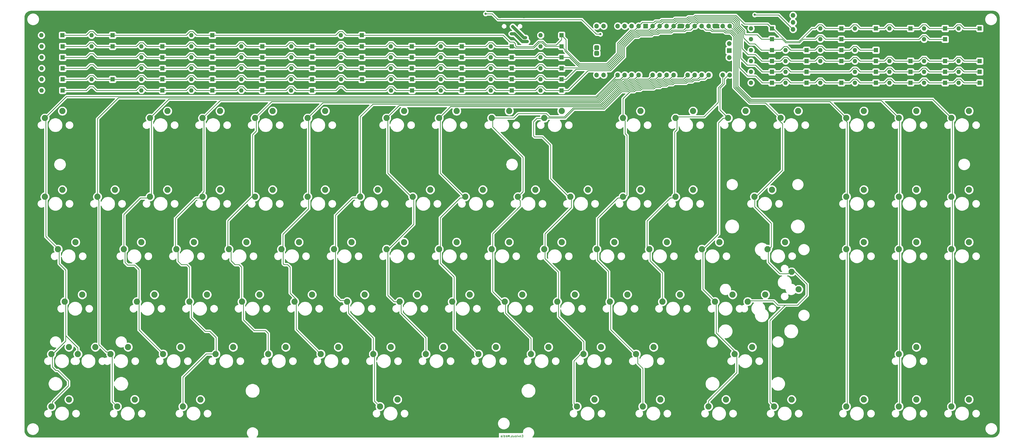
<source format=gbl>
G04 #@! TF.GenerationSoftware,KiCad,Pcbnew,(5.1.9)-1*
G04 #@! TF.CreationDate,2021-05-24T00:01:21+01:00*
G04 #@! TF.ProjectId,ENV_KB,454e565f-4b42-42e6-9b69-6361645f7063,Rev.1*
G04 #@! TF.SameCoordinates,Original*
G04 #@! TF.FileFunction,Copper,L2,Bot*
G04 #@! TF.FilePolarity,Positive*
%FSLAX46Y46*%
G04 Gerber Fmt 4.6, Leading zero omitted, Abs format (unit mm)*
G04 Created by KiCad (PCBNEW (5.1.9)-1) date 2021-05-24 00:01:21*
%MOMM*%
%LPD*%
G01*
G04 APERTURE LIST*
G04 #@! TA.AperFunction,NonConductor*
%ADD10C,0.155000*%
G04 #@! TD*
G04 #@! TA.AperFunction,ComponentPad*
%ADD11O,1.000000X2.100000*%
G04 #@! TD*
G04 #@! TA.AperFunction,ComponentPad*
%ADD12O,1.000000X1.600000*%
G04 #@! TD*
G04 #@! TA.AperFunction,ComponentPad*
%ADD13O,1.600000X1.600000*%
G04 #@! TD*
G04 #@! TA.AperFunction,ComponentPad*
%ADD14R,1.600000X1.600000*%
G04 #@! TD*
G04 #@! TA.AperFunction,ComponentPad*
%ADD15C,2.250000*%
G04 #@! TD*
G04 #@! TA.AperFunction,ComponentPad*
%ADD16O,1.700000X1.700000*%
G04 #@! TD*
G04 #@! TA.AperFunction,ComponentPad*
%ADD17R,1.700000X1.700000*%
G04 #@! TD*
G04 #@! TA.AperFunction,ViaPad*
%ADD18C,0.800000*%
G04 #@! TD*
G04 #@! TA.AperFunction,Conductor*
%ADD19C,0.250000*%
G04 #@! TD*
G04 #@! TA.AperFunction,Conductor*
%ADD20C,1.193800*%
G04 #@! TD*
G04 #@! TA.AperFunction,Conductor*
%ADD21C,0.254000*%
G04 #@! TD*
G04 #@! TA.AperFunction,Conductor*
%ADD22C,0.150000*%
G04 #@! TD*
G04 APERTURE END LIST*
D10*
X216210952Y-214727857D02*
X215944285Y-214727857D01*
X215830000Y-215146904D02*
X216210952Y-215146904D01*
X216210952Y-214346904D01*
X215830000Y-214346904D01*
X215487142Y-214613571D02*
X215487142Y-215146904D01*
X215487142Y-214689761D02*
X215449047Y-214651666D01*
X215372857Y-214613571D01*
X215258571Y-214613571D01*
X215182380Y-214651666D01*
X215144285Y-214727857D01*
X215144285Y-215146904D01*
X214839523Y-214613571D02*
X214649047Y-215146904D01*
X214458571Y-214613571D01*
X214153809Y-215146904D02*
X214153809Y-214613571D01*
X214153809Y-214346904D02*
X214191904Y-214385000D01*
X214153809Y-214423095D01*
X214115714Y-214385000D01*
X214153809Y-214346904D01*
X214153809Y-214423095D01*
X213658571Y-215146904D02*
X213734761Y-215108809D01*
X213772857Y-215070714D01*
X213810952Y-214994523D01*
X213810952Y-214765952D01*
X213772857Y-214689761D01*
X213734761Y-214651666D01*
X213658571Y-214613571D01*
X213544285Y-214613571D01*
X213468095Y-214651666D01*
X213430000Y-214689761D01*
X213391904Y-214765952D01*
X213391904Y-214994523D01*
X213430000Y-215070714D01*
X213468095Y-215108809D01*
X213544285Y-215146904D01*
X213658571Y-215146904D01*
X212706190Y-214613571D02*
X212706190Y-215146904D01*
X213049047Y-214613571D02*
X213049047Y-215032619D01*
X213010952Y-215108809D01*
X212934761Y-215146904D01*
X212820476Y-215146904D01*
X212744285Y-215108809D01*
X212706190Y-215070714D01*
X212363333Y-215108809D02*
X212287142Y-215146904D01*
X212134761Y-215146904D01*
X212058571Y-215108809D01*
X212020476Y-215032619D01*
X212020476Y-214994523D01*
X212058571Y-214918333D01*
X212134761Y-214880238D01*
X212249047Y-214880238D01*
X212325238Y-214842142D01*
X212363333Y-214765952D01*
X212363333Y-214727857D01*
X212325238Y-214651666D01*
X212249047Y-214613571D01*
X212134761Y-214613571D01*
X212058571Y-214651666D01*
X211677619Y-215070714D02*
X211639523Y-215108809D01*
X211677619Y-215146904D01*
X211715714Y-215108809D01*
X211677619Y-215070714D01*
X211677619Y-215146904D01*
X211296666Y-215146904D02*
X211296666Y-214346904D01*
X211030000Y-214918333D01*
X210763333Y-214346904D01*
X210763333Y-215146904D01*
X210077619Y-215108809D02*
X210153809Y-215146904D01*
X210306190Y-215146904D01*
X210382380Y-215108809D01*
X210420476Y-215032619D01*
X210420476Y-214727857D01*
X210382380Y-214651666D01*
X210306190Y-214613571D01*
X210153809Y-214613571D01*
X210077619Y-214651666D01*
X210039523Y-214727857D01*
X210039523Y-214804047D01*
X210420476Y-214880238D01*
X209353809Y-215146904D02*
X209353809Y-214346904D01*
X209353809Y-215108809D02*
X209430000Y-215146904D01*
X209582380Y-215146904D01*
X209658571Y-215108809D01*
X209696666Y-215070714D01*
X209734761Y-214994523D01*
X209734761Y-214765952D01*
X209696666Y-214689761D01*
X209658571Y-214651666D01*
X209582380Y-214613571D01*
X209430000Y-214613571D01*
X209353809Y-214651666D01*
X208972857Y-215146904D02*
X208972857Y-214613571D01*
X208972857Y-214346904D02*
X209010952Y-214385000D01*
X208972857Y-214423095D01*
X208934761Y-214385000D01*
X208972857Y-214346904D01*
X208972857Y-214423095D01*
X208249047Y-215146904D02*
X208249047Y-214727857D01*
X208287142Y-214651666D01*
X208363333Y-214613571D01*
X208515714Y-214613571D01*
X208591904Y-214651666D01*
X208249047Y-215108809D02*
X208325238Y-215146904D01*
X208515714Y-215146904D01*
X208591904Y-215108809D01*
X208630000Y-215032619D01*
X208630000Y-214956428D01*
X208591904Y-214880238D01*
X208515714Y-214842142D01*
X208325238Y-214842142D01*
X208249047Y-214804047D01*
D11*
X216545000Y-66415000D03*
X207905000Y-66415000D03*
D12*
X216545000Y-62235000D03*
X207905000Y-62235000D03*
D13*
X374155000Y-66685000D03*
D14*
X381775000Y-66685000D03*
D13*
X361605000Y-66685000D03*
D14*
X369225000Y-66685000D03*
D13*
X349055000Y-66685000D03*
D14*
X356675000Y-66685000D03*
D13*
X336505000Y-66685000D03*
D14*
X344125000Y-66685000D03*
D13*
X323955000Y-66685000D03*
D14*
X331575000Y-66685000D03*
D13*
X298855000Y-66685000D03*
D14*
X306475000Y-66685000D03*
D13*
X222605000Y-69185000D03*
D14*
X230225000Y-69185000D03*
D13*
X150205000Y-69185000D03*
D14*
X157825000Y-69185000D03*
D13*
X96005000Y-69185000D03*
D14*
X103625000Y-69185000D03*
D13*
X59805000Y-69185000D03*
D14*
X67425000Y-69185000D03*
D13*
X41605000Y-69185000D03*
D14*
X49225000Y-69185000D03*
D13*
X361605000Y-70635000D03*
D14*
X369225000Y-70635000D03*
D13*
X323955000Y-70635000D03*
D14*
X331575000Y-70635000D03*
D13*
X298855000Y-70635000D03*
D14*
X306475000Y-70635000D03*
D13*
X222605000Y-73185000D03*
D14*
X230225000Y-73185000D03*
D13*
X204505000Y-73185000D03*
D14*
X212125000Y-73185000D03*
D13*
X186405000Y-73185000D03*
D14*
X194025000Y-73185000D03*
D13*
X168305000Y-73185000D03*
D14*
X175925000Y-73185000D03*
D13*
X150205000Y-73185000D03*
D14*
X157825000Y-73185000D03*
D13*
X132205000Y-73185000D03*
D14*
X139825000Y-73185000D03*
D13*
X114105000Y-73185000D03*
D14*
X121725000Y-73185000D03*
D13*
X96005000Y-73185000D03*
D14*
X103625000Y-73185000D03*
D13*
X77905000Y-73185000D03*
D14*
X85525000Y-73185000D03*
D13*
X59805000Y-73185000D03*
D14*
X67425000Y-73185000D03*
D13*
X41705000Y-73185000D03*
D14*
X49325000Y-73185000D03*
D13*
X336505000Y-74585000D03*
D14*
X344125000Y-74585000D03*
D13*
X323955000Y-74585000D03*
D14*
X331575000Y-74585000D03*
D13*
X311405000Y-74585000D03*
D14*
X319025000Y-74585000D03*
D13*
X298855000Y-74585000D03*
D14*
X306475000Y-74585000D03*
D13*
X222605000Y-77185000D03*
D14*
X230225000Y-77185000D03*
D13*
X204505000Y-77185000D03*
D14*
X212125000Y-77185000D03*
D13*
X186405000Y-77185000D03*
D14*
X194025000Y-77185000D03*
D13*
X168305000Y-77185000D03*
D14*
X175925000Y-77185000D03*
D13*
X150205000Y-77185000D03*
D14*
X157825000Y-77185000D03*
D13*
X132205000Y-77185000D03*
D14*
X139825000Y-77185000D03*
D13*
X114105000Y-77185000D03*
D14*
X121725000Y-77185000D03*
D13*
X96005000Y-77185000D03*
D14*
X103625000Y-77185000D03*
D13*
X77905000Y-77185000D03*
D14*
X85525000Y-77185000D03*
D13*
X41705000Y-77185000D03*
D14*
X49325000Y-77185000D03*
D13*
X374155000Y-78535000D03*
D14*
X381775000Y-78535000D03*
D13*
X361605000Y-78535000D03*
D14*
X369225000Y-78535000D03*
D13*
X349055000Y-78535000D03*
D14*
X356675000Y-78535000D03*
D13*
X336505000Y-78535000D03*
D14*
X344125000Y-78535000D03*
D13*
X323955000Y-78535000D03*
D14*
X331575000Y-78535000D03*
D13*
X311405000Y-78535000D03*
D14*
X319025000Y-78535000D03*
D13*
X298855000Y-78535000D03*
D14*
X306475000Y-78535000D03*
D13*
X222605000Y-81185000D03*
D14*
X230225000Y-81185000D03*
D13*
X204505000Y-81185000D03*
D14*
X212125000Y-81185000D03*
D13*
X186405000Y-81185000D03*
D14*
X194025000Y-81185000D03*
D13*
X168305000Y-81185000D03*
D14*
X175925000Y-81185000D03*
D13*
X150205000Y-81185000D03*
D14*
X157825000Y-81185000D03*
D13*
X132205000Y-81185000D03*
D14*
X139825000Y-81185000D03*
D13*
X114105000Y-81185000D03*
D14*
X121725000Y-81185000D03*
D13*
X96005000Y-81185000D03*
D14*
X103625000Y-81185000D03*
D13*
X77905000Y-81185000D03*
D14*
X85525000Y-81185000D03*
D13*
X41705000Y-81185000D03*
D14*
X49325000Y-81185000D03*
D13*
X374155000Y-82485000D03*
D14*
X381775000Y-82485000D03*
D13*
X361605000Y-82485000D03*
D14*
X369225000Y-82485000D03*
D13*
X349055000Y-82485000D03*
D14*
X356675000Y-82485000D03*
D13*
X336505000Y-82485000D03*
D14*
X344125000Y-82485000D03*
D13*
X311405000Y-82485000D03*
D14*
X319025000Y-82485000D03*
D13*
X298855000Y-82485000D03*
D14*
X306475000Y-82485000D03*
D13*
X222605000Y-85185000D03*
D14*
X230225000Y-85185000D03*
D13*
X204505000Y-85185000D03*
D14*
X212125000Y-85185000D03*
D13*
X186405000Y-85185000D03*
D14*
X194025000Y-85185000D03*
D13*
X168335000Y-85185000D03*
D14*
X175955000Y-85185000D03*
D13*
X150245000Y-85185000D03*
D14*
X157865000Y-85185000D03*
D13*
X132155000Y-85185000D03*
D14*
X139775000Y-85185000D03*
D13*
X114105000Y-85185000D03*
D14*
X121725000Y-85185000D03*
D13*
X96005000Y-85185000D03*
D14*
X103625000Y-85185000D03*
D13*
X77905000Y-85185000D03*
D14*
X85525000Y-85185000D03*
D13*
X59805000Y-85185000D03*
D14*
X67425000Y-85185000D03*
D13*
X41705000Y-85185000D03*
D14*
X49325000Y-85185000D03*
D13*
X374155000Y-86435000D03*
D14*
X381775000Y-86435000D03*
D13*
X361605000Y-86435000D03*
D14*
X369225000Y-86435000D03*
D13*
X349055000Y-86435000D03*
D14*
X356675000Y-86435000D03*
D13*
X336505000Y-86435000D03*
D14*
X344125000Y-86435000D03*
D13*
X323955000Y-86435000D03*
D14*
X331575000Y-86435000D03*
D13*
X311405000Y-86435000D03*
D14*
X319025000Y-86435000D03*
D13*
X298855000Y-86435000D03*
D14*
X306475000Y-86435000D03*
D13*
X222605000Y-89185000D03*
D14*
X230225000Y-89185000D03*
D13*
X204505000Y-89185000D03*
D14*
X212125000Y-89185000D03*
D13*
X186405000Y-89185000D03*
D14*
X194025000Y-89185000D03*
D13*
X168345000Y-89185000D03*
D14*
X175965000Y-89185000D03*
D13*
X132155000Y-89185000D03*
D14*
X139775000Y-89185000D03*
D13*
X114105000Y-89185000D03*
D14*
X121725000Y-89185000D03*
D13*
X96005000Y-89185000D03*
D14*
X103625000Y-89185000D03*
D13*
X77905000Y-89185000D03*
D14*
X85525000Y-89185000D03*
D13*
X41705000Y-89185000D03*
D14*
X49325000Y-89185000D03*
D15*
X170708750Y-201480000D03*
X164358750Y-204020000D03*
D16*
X290950000Y-72170000D03*
D17*
X290950000Y-74710000D03*
D16*
X290950000Y-77250000D03*
X242920000Y-65820000D03*
X245460000Y-65820000D03*
D17*
X248000000Y-65820000D03*
D16*
X250540000Y-65820000D03*
X253080000Y-65820000D03*
X255620000Y-65820000D03*
X258160000Y-65820000D03*
D17*
X260700000Y-65820000D03*
D16*
X263240000Y-65820000D03*
X265780000Y-65820000D03*
X268320000Y-65820000D03*
X270860000Y-65820000D03*
D17*
X273400000Y-65820000D03*
D16*
X275940000Y-65820000D03*
X278480000Y-65820000D03*
X281020000Y-65820000D03*
X283560000Y-65820000D03*
D17*
X286100000Y-65820000D03*
D16*
X288640000Y-65820000D03*
X291180000Y-65820000D03*
X291180000Y-83600000D03*
X288640000Y-83600000D03*
D17*
X286100000Y-83600000D03*
D16*
X283560000Y-83600000D03*
X281020000Y-83600000D03*
X278480000Y-83600000D03*
X275940000Y-83600000D03*
D17*
X273400000Y-83600000D03*
D16*
X270860000Y-83600000D03*
X268320000Y-83600000D03*
X265780000Y-83600000D03*
X263240000Y-83600000D03*
D17*
X260700000Y-83600000D03*
D16*
X258160000Y-83600000D03*
X255620000Y-83600000D03*
X253080000Y-83600000D03*
X250540000Y-83600000D03*
D17*
X248000000Y-83600000D03*
D16*
X245460000Y-83600000D03*
X242920000Y-83600000D03*
G04 #@! TA.AperFunction,ComponentPad*
G36*
G01*
X243362500Y-76601000D02*
X242487500Y-76601000D01*
G75*
G02*
X242050000Y-76163500I0J437500D01*
G01*
X242050000Y-75288500D01*
G75*
G02*
X242487500Y-74851000I437500J0D01*
G01*
X243362500Y-74851000D01*
G75*
G02*
X243800000Y-75288500I0J-437500D01*
G01*
X243800000Y-76163500D01*
G75*
G02*
X243362500Y-76601000I-437500J0D01*
G01*
G37*
G04 #@! TD.AperFunction*
G04 #@! TA.AperFunction,ComponentPad*
G36*
G01*
X243362500Y-74569000D02*
X242487500Y-74569000D01*
G75*
G02*
X242050000Y-74131500I0J437500D01*
G01*
X242050000Y-73256500D01*
G75*
G02*
X242487500Y-72819000I437500J0D01*
G01*
X243362500Y-72819000D01*
G75*
G02*
X243800000Y-73256500I0J-437500D01*
G01*
X243800000Y-74131500D01*
G75*
G02*
X243362500Y-74569000I-437500J0D01*
G01*
G37*
G04 #@! TD.AperFunction*
D15*
X223890000Y-99245000D03*
X230240000Y-96705000D03*
X185790000Y-99245000D03*
X192140000Y-96705000D03*
X138165000Y-99245000D03*
X144515000Y-96705000D03*
X81015000Y-127820000D03*
X87365000Y-125280000D03*
X371527500Y-204020000D03*
X377877500Y-201480000D03*
X352477500Y-204020000D03*
X358827500Y-201480000D03*
X257227500Y-184970000D03*
X263577500Y-182430000D03*
X238177500Y-184970000D03*
X244527500Y-182430000D03*
X219127500Y-184970000D03*
X225477500Y-182430000D03*
X200077500Y-184970000D03*
X206427500Y-182430000D03*
X181027500Y-184970000D03*
X187377500Y-182430000D03*
X161977500Y-184970000D03*
X168327500Y-182430000D03*
X142927500Y-184970000D03*
X149277500Y-182430000D03*
X123877500Y-184970000D03*
X130227500Y-182430000D03*
X104827500Y-184970000D03*
X111177500Y-182430000D03*
X85777500Y-184970000D03*
X92127500Y-182430000D03*
X285802500Y-165920000D03*
X292152500Y-163380000D03*
X266752500Y-165920000D03*
X273102500Y-163380000D03*
X247702500Y-165920000D03*
X254052500Y-163380000D03*
X228652500Y-165920000D03*
X235002500Y-163380000D03*
X209602500Y-165920000D03*
X215952500Y-163380000D03*
X190552500Y-165920000D03*
X196902500Y-163380000D03*
X171502500Y-165920000D03*
X177852500Y-163380000D03*
X152452500Y-165920000D03*
X158802500Y-163380000D03*
X133402500Y-165920000D03*
X139752500Y-163380000D03*
X114352500Y-165920000D03*
X120702500Y-163380000D03*
X95302500Y-165920000D03*
X101652500Y-163380000D03*
X76252500Y-165920000D03*
X82602500Y-163380000D03*
X371527500Y-146870000D03*
X377877500Y-144330000D03*
X352477500Y-146870000D03*
X358827500Y-144330000D03*
X333427500Y-146870000D03*
X339777500Y-144330000D03*
X281040000Y-146870000D03*
X287390000Y-144330000D03*
X261990000Y-146870000D03*
X268340000Y-144330000D03*
X242940000Y-146870000D03*
X249290000Y-144330000D03*
X223890000Y-146870000D03*
X230240000Y-144330000D03*
X204840000Y-146870000D03*
X211190000Y-144330000D03*
X185790000Y-146870000D03*
X192140000Y-144330000D03*
X166740000Y-146870000D03*
X173090000Y-144330000D03*
X147690000Y-146870000D03*
X154040000Y-144330000D03*
X128640000Y-146870000D03*
X134990000Y-144330000D03*
X109590000Y-146870000D03*
X115940000Y-144330000D03*
X90540000Y-146870000D03*
X96890000Y-144330000D03*
X71490000Y-146870000D03*
X77840000Y-144330000D03*
X371527500Y-127820000D03*
X377877500Y-125280000D03*
X352477500Y-127820000D03*
X358827500Y-125280000D03*
X333427500Y-127820000D03*
X339777500Y-125280000D03*
X271515000Y-127820000D03*
X277865000Y-125280000D03*
X252465000Y-127820000D03*
X258815000Y-125280000D03*
X233415000Y-127820000D03*
X239765000Y-125280000D03*
X214365000Y-127820000D03*
X220715000Y-125280000D03*
X195315000Y-127820000D03*
X201665000Y-125280000D03*
X176265000Y-127820000D03*
X182615000Y-125280000D03*
X157215000Y-127820000D03*
X163565000Y-125280000D03*
X138165000Y-127820000D03*
X144515000Y-125280000D03*
X119115000Y-127820000D03*
X125465000Y-125280000D03*
X100065000Y-127820000D03*
X106415000Y-125280000D03*
X61965000Y-127820000D03*
X68315000Y-125280000D03*
X42915000Y-127820000D03*
X49265000Y-125280000D03*
X371527500Y-99245000D03*
X377877500Y-96705000D03*
X352477500Y-99245000D03*
X358827500Y-96705000D03*
X333427500Y-99245000D03*
X339777500Y-96705000D03*
X309615000Y-99245000D03*
X315965000Y-96705000D03*
X290565000Y-99245000D03*
X296915000Y-96705000D03*
X271515000Y-99245000D03*
X277865000Y-96705000D03*
X252465000Y-99245000D03*
X258815000Y-96705000D03*
X204840000Y-99245000D03*
X211190000Y-96705000D03*
X166740000Y-99245000D03*
X173090000Y-96705000D03*
X119115000Y-99245000D03*
X125465000Y-96705000D03*
X100065000Y-99245000D03*
X106415000Y-96705000D03*
X81015000Y-99245000D03*
X87365000Y-96705000D03*
X42915000Y-99245000D03*
X49265000Y-96705000D03*
X307233750Y-204020000D03*
X313583750Y-201480000D03*
X283421250Y-204020000D03*
X289771250Y-201480000D03*
X259608750Y-204020000D03*
X265958750Y-201480000D03*
X92921250Y-204020000D03*
X99271250Y-201480000D03*
X69108750Y-204020000D03*
X75458750Y-201480000D03*
X50058750Y-165920000D03*
X56408750Y-163380000D03*
X300090000Y-127820000D03*
X306440000Y-125280000D03*
D16*
X314100000Y-61940000D03*
X314100000Y-64480000D03*
X314100000Y-67020000D03*
D17*
X314100000Y-69560000D03*
D15*
X333427500Y-204020000D03*
X339777500Y-201480000D03*
X235796250Y-204020000D03*
X242146250Y-201480000D03*
X45296250Y-204020000D03*
X51646250Y-201480000D03*
X352477500Y-184970000D03*
X358827500Y-182430000D03*
X292946250Y-184970000D03*
X299296250Y-182430000D03*
X66727500Y-184970000D03*
X73077500Y-182430000D03*
X45296250Y-184970000D03*
X51646250Y-182430000D03*
X47677500Y-146870000D03*
X54027500Y-144330000D03*
X304840000Y-146845000D03*
X311190000Y-144305000D03*
X297690000Y-165890000D03*
X304040000Y-163350000D03*
X54840000Y-184970000D03*
X61190000Y-182430000D03*
X316105000Y-161475000D03*
X313565000Y-155125000D03*
D18*
X211975000Y-68658602D03*
X217749394Y-71430474D03*
X212475000Y-66001398D03*
X217181258Y-70058874D03*
X245700000Y-74691000D03*
X303825000Y-68735000D03*
X352615000Y-81445000D03*
X343375000Y-90235000D03*
X300185457Y-61744095D03*
X244250000Y-68760000D03*
X202625000Y-61384990D03*
D19*
X43200000Y-142260000D02*
X43200000Y-127760000D01*
X42915000Y-127820000D02*
X43140000Y-127820000D01*
X43140000Y-127820000D02*
X43200000Y-127760000D01*
X48100000Y-147160000D02*
X43200000Y-142260000D01*
X48100000Y-152160000D02*
X48100000Y-147160000D01*
X50400000Y-154460000D02*
X48100000Y-152160000D01*
X50090000Y-165920000D02*
X50400000Y-165610000D01*
X50058750Y-165920000D02*
X50090000Y-165920000D01*
X50400000Y-165610000D02*
X50400000Y-154460000D01*
X54840000Y-182700000D02*
X50400000Y-178260000D01*
X54840000Y-184970000D02*
X54840000Y-182700000D01*
X50400000Y-178260000D02*
X50400000Y-165610000D01*
X45600000Y-185052500D02*
X50400000Y-180252500D01*
X45600000Y-189660000D02*
X45600000Y-185052500D01*
X46850000Y-190910000D02*
X45600000Y-189660000D01*
X47600000Y-190910000D02*
X46850000Y-190910000D01*
X51450000Y-194760000D02*
X47600000Y-190910000D01*
X50400000Y-180252500D02*
X50400000Y-178260000D01*
X45600000Y-202360000D02*
X51450000Y-196510000D01*
X51450000Y-196510000D02*
X51450000Y-194760000D01*
X45600000Y-203716250D02*
X45600000Y-202360000D01*
X45296250Y-204020000D02*
X45600000Y-203716250D01*
X43200000Y-119360000D02*
X43200000Y-118460000D01*
X43200000Y-142260000D02*
X43200000Y-119360000D01*
X43200000Y-119360000D02*
X43200000Y-99260000D01*
X242705000Y-91435000D02*
X250540000Y-83600000D01*
X50725000Y-91435000D02*
X242705000Y-91435000D01*
X42915000Y-99245000D02*
X50725000Y-91435000D01*
X62500000Y-181560000D02*
X62500000Y-129169998D01*
X65200000Y-184260000D02*
X62500000Y-181560000D01*
X67300000Y-185360000D02*
X66200000Y-184260000D01*
X62500000Y-129169998D02*
X61895001Y-128564999D01*
X66200000Y-184260000D02*
X65200000Y-184260000D01*
X67300000Y-202211250D02*
X67300000Y-185360000D01*
X69108750Y-204020000D02*
X67300000Y-202211250D01*
X251552011Y-85127989D02*
X253080000Y-83600000D01*
X249676805Y-85127989D02*
X251552011Y-85127989D01*
X242919794Y-91885000D02*
X249676805Y-85127989D01*
X69575000Y-91885000D02*
X242919794Y-91885000D01*
X61965000Y-99495000D02*
X69575000Y-91885000D01*
X61965000Y-127820000D02*
X61965000Y-99495000D01*
X85777500Y-184970000D02*
X77000000Y-176192500D01*
X77000000Y-154760000D02*
X77000000Y-154260000D01*
X77000000Y-154760000D02*
X77000000Y-154413998D01*
X77000000Y-154260000D02*
X75400000Y-152660000D01*
X75400000Y-152660000D02*
X72900000Y-152660000D01*
X72900000Y-152660000D02*
X71900000Y-151660000D01*
X71900000Y-151660000D02*
X71900000Y-147260000D01*
X71900000Y-147260000D02*
X71500000Y-146860000D01*
X81500000Y-99660000D02*
X81400000Y-99560000D01*
X81500000Y-126828998D02*
X81500000Y-99660000D01*
X80068998Y-128260000D02*
X81500000Y-126828998D01*
X77500000Y-128260000D02*
X80068998Y-128260000D01*
X71490000Y-134270000D02*
X77500000Y-128260000D01*
X71490000Y-146870000D02*
X71490000Y-134270000D01*
X76965000Y-165920000D02*
X77000000Y-165885000D01*
X76252500Y-165920000D02*
X76965000Y-165920000D01*
X77000000Y-165885000D02*
X77000000Y-154760000D01*
X77000000Y-176192500D02*
X77000000Y-165885000D01*
X252466000Y-85070000D02*
X254150000Y-85070000D01*
X251958000Y-85578000D02*
X252466000Y-85070000D01*
X249926000Y-85578000D02*
X251958000Y-85578000D01*
X243119058Y-92384942D02*
X249926000Y-85578000D01*
X87875058Y-92384942D02*
X243119058Y-92384942D01*
X254150000Y-85070000D02*
X255620000Y-83600000D01*
X81015000Y-99245000D02*
X87875058Y-92384942D01*
X100065000Y-127820000D02*
X100065000Y-126395000D01*
X100065000Y-126395000D02*
X100065000Y-127125000D01*
X99118998Y-128260000D02*
X100200000Y-127178998D01*
X97600000Y-128260000D02*
X99118998Y-128260000D01*
X90200000Y-135660000D02*
X97600000Y-128260000D01*
X90200000Y-146960000D02*
X90200000Y-135660000D01*
X95302500Y-166362500D02*
X95302500Y-165920000D01*
X96000000Y-171660000D02*
X96000000Y-167060000D01*
X101022996Y-176682996D02*
X96000000Y-171660000D01*
X102677004Y-176682996D02*
X101022996Y-176682996D01*
X105000000Y-179005992D02*
X102677004Y-176682996D01*
X96000000Y-167060000D02*
X95302500Y-166362500D01*
X105000000Y-184260000D02*
X105000000Y-179005992D01*
X101400000Y-184860000D02*
X104400000Y-184860000D01*
X92921250Y-193338750D02*
X101400000Y-184860000D01*
X92921250Y-204020000D02*
X92921250Y-193338750D01*
X100600000Y-125860000D02*
X100065000Y-126395000D01*
X100600000Y-99780000D02*
X100600000Y-125860000D01*
X100065000Y-99245000D02*
X100600000Y-99780000D01*
X91200000Y-147460000D02*
X90600000Y-146860000D01*
X91200000Y-151260000D02*
X91200000Y-147460000D01*
X92400000Y-152460000D02*
X91200000Y-151260000D01*
X94400000Y-152460000D02*
X92400000Y-152460000D01*
X95300000Y-153360000D02*
X94400000Y-152460000D01*
X95300000Y-165760000D02*
X95300000Y-153360000D01*
X95200000Y-165860000D02*
X95300000Y-165760000D01*
X256690000Y-85070000D02*
X258160000Y-83600000D01*
X255006000Y-85070000D02*
X256690000Y-85070000D01*
X254498000Y-85578000D02*
X255006000Y-85070000D01*
X252974000Y-85578000D02*
X254498000Y-85578000D01*
X250180000Y-86086000D02*
X252466000Y-86086000D01*
X243431048Y-92834952D02*
X250180000Y-86086000D01*
X252466000Y-86086000D02*
X252974000Y-85578000D01*
X106475048Y-92834952D02*
X243431048Y-92834952D01*
X100065000Y-99245000D02*
X106475048Y-92834952D01*
X123877500Y-184970000D02*
X123877500Y-177478998D01*
X114200000Y-153513998D02*
X114200000Y-153360000D01*
X114200000Y-153360000D02*
X113300000Y-152460000D01*
X113300000Y-152460000D02*
X111800000Y-152460000D01*
X111800000Y-152460000D02*
X110400000Y-151060000D01*
X110400000Y-151060000D02*
X110400000Y-147760000D01*
X110400000Y-147760000D02*
X109600000Y-146960000D01*
X109600000Y-146960000D02*
X109700000Y-146960000D01*
X114352500Y-165920000D02*
X114352500Y-166012500D01*
X114352500Y-166012500D02*
X114900000Y-166560000D01*
X114900000Y-166560000D02*
X114900000Y-172560000D01*
X114900000Y-172560000D02*
X118800000Y-176460000D01*
X122858502Y-176460000D02*
X123877500Y-177478998D01*
X118800000Y-176460000D02*
X122858502Y-176460000D01*
X114200000Y-166160000D02*
X114200000Y-153560000D01*
X119500000Y-99560000D02*
X119200000Y-99260000D01*
X119500000Y-103960000D02*
X119500000Y-99560000D01*
X118168998Y-127591002D02*
X118168998Y-105291002D01*
X118168998Y-105291002D02*
X119500000Y-103960000D01*
X109200000Y-136560000D02*
X118168998Y-127591002D01*
X109200000Y-147560000D02*
X109200000Y-136560000D01*
X235224962Y-93284962D02*
X235225000Y-93285000D01*
X170790810Y-93284962D02*
X235224962Y-93284962D01*
X170790780Y-93284990D02*
X170790810Y-93284962D01*
X125075010Y-93284990D02*
X170790780Y-93284990D01*
X119115000Y-99245000D02*
X125075010Y-93284990D01*
X238675000Y-93285000D02*
X241175000Y-93285000D01*
X240425000Y-93285000D02*
X241175000Y-93285000D01*
X235225000Y-93285000D02*
X238675000Y-93285000D01*
X238675000Y-93285000D02*
X239775090Y-93285000D01*
X261770000Y-85070000D02*
X263240000Y-83600000D01*
X257546000Y-85070000D02*
X261770000Y-85070000D01*
X257038000Y-85578000D02*
X257546000Y-85070000D01*
X255260000Y-85578000D02*
X257038000Y-85578000D01*
X254752000Y-86086000D02*
X255260000Y-85578000D01*
X253228000Y-86086000D02*
X254752000Y-86086000D01*
X250434000Y-86594000D02*
X252720000Y-86594000D01*
X252720000Y-86594000D02*
X253228000Y-86086000D01*
X243743000Y-93285000D02*
X250434000Y-86594000D01*
X241175000Y-93285000D02*
X243743000Y-93285000D01*
X129200000Y-141460000D02*
X138500000Y-132160000D01*
X138500000Y-99560000D02*
X138200000Y-99260000D01*
X129200000Y-146360000D02*
X129200000Y-141460000D01*
X128700000Y-146860000D02*
X129200000Y-146360000D01*
X129300000Y-147460000D02*
X128710000Y-146870000D01*
X129600000Y-152460000D02*
X129300000Y-152160000D01*
X129300000Y-152160000D02*
X129300000Y-147460000D01*
X131800000Y-153360000D02*
X130900000Y-152460000D01*
X131800000Y-162860000D02*
X131800000Y-153360000D01*
X128710000Y-146870000D02*
X128640000Y-146870000D01*
X134200000Y-165260000D02*
X131800000Y-162860000D01*
X130900000Y-152460000D02*
X129600000Y-152460000D01*
X134200000Y-166260000D02*
X134200000Y-165260000D01*
X134000000Y-176042500D02*
X134000000Y-166460000D01*
X134000000Y-166460000D02*
X134200000Y-166260000D01*
X142927500Y-184970000D02*
X134000000Y-176042500D01*
X138165000Y-127820000D02*
X138460000Y-127820000D01*
X138500000Y-127860000D02*
X138500000Y-99560000D01*
X138460000Y-127820000D02*
X138500000Y-127860000D01*
X138500000Y-132160000D02*
X138500000Y-127860000D01*
X252974000Y-87102000D02*
X250688000Y-87102000D01*
X257292000Y-86086000D02*
X255514000Y-86086000D01*
X244054999Y-93735001D02*
X143674999Y-93735001D01*
X262118000Y-85578000D02*
X257800000Y-85578000D01*
X143674999Y-93735001D02*
X138165000Y-99245000D01*
X255514000Y-86086000D02*
X255006000Y-86594000D01*
X257800000Y-85578000D02*
X257292000Y-86086000D01*
X250688000Y-87102000D02*
X244054999Y-93735001D01*
X253482000Y-86594000D02*
X252974000Y-87102000D01*
X255006000Y-86594000D02*
X253482000Y-86594000D01*
X262626000Y-85070000D02*
X262118000Y-85578000D01*
X264310000Y-85070000D02*
X262626000Y-85070000D01*
X265780000Y-83600000D02*
X264310000Y-85070000D01*
X154500000Y-128260000D02*
X156268998Y-128260000D01*
X148200000Y-134560000D02*
X154500000Y-128260000D01*
X149979251Y-165480749D02*
X148200000Y-163701498D01*
X151420749Y-165480749D02*
X149979251Y-165480749D01*
X153000000Y-167060000D02*
X151420749Y-165480749D01*
X153000000Y-170160000D02*
X153000000Y-167060000D01*
X161977500Y-179137500D02*
X153000000Y-170160000D01*
X161977500Y-184970000D02*
X161977500Y-179137500D01*
X148190000Y-146870000D02*
X148200000Y-146860000D01*
X147690000Y-146870000D02*
X148190000Y-146870000D01*
X148200000Y-146860000D02*
X148200000Y-134560000D01*
X148200000Y-163701498D02*
X148200000Y-146860000D01*
X162400000Y-202061250D02*
X164358750Y-204020000D01*
X162400000Y-185392500D02*
X162400000Y-202061250D01*
X161977500Y-184970000D02*
X162400000Y-185392500D01*
X157215000Y-127820000D02*
X157215000Y-98745001D01*
X257546000Y-86594000D02*
X258054000Y-86086000D01*
X157215000Y-98745001D02*
X161774979Y-94185022D01*
X244366978Y-94185022D02*
X250942000Y-87610000D01*
X250942000Y-87610000D02*
X253228000Y-87610000D01*
X266850000Y-85070000D02*
X268320000Y-83600000D01*
X265166000Y-85070000D02*
X266850000Y-85070000D01*
X253228000Y-87610000D02*
X253736000Y-87102000D01*
X264658000Y-85578000D02*
X265166000Y-85070000D01*
X262880000Y-85578000D02*
X264658000Y-85578000D01*
X258054000Y-86086000D02*
X262372000Y-86086000D01*
X255768000Y-86594000D02*
X257546000Y-86594000D01*
X255260000Y-87102000D02*
X255768000Y-86594000D01*
X253736000Y-87102000D02*
X255260000Y-87102000D01*
X161774979Y-94185022D02*
X244366978Y-94185022D01*
X262372000Y-86086000D02*
X262880000Y-85578000D01*
X176600000Y-128660000D02*
X167200000Y-119260000D01*
X176600000Y-137860000D02*
X176600000Y-128660000D01*
X167200000Y-163651498D02*
X167200000Y-147260000D01*
X167200000Y-147260000D02*
X176600000Y-137860000D01*
X169504251Y-165955749D02*
X167200000Y-163651498D01*
X170895749Y-165955749D02*
X169504251Y-165955749D01*
X167200000Y-119260000D02*
X167200000Y-100260000D01*
X172004251Y-170064251D02*
X172004251Y-167064251D01*
X172004251Y-167064251D02*
X170895749Y-165955749D01*
X181027500Y-179087500D02*
X172004251Y-170064251D01*
X181027500Y-184970000D02*
X181027500Y-179087500D01*
X270860000Y-83600000D02*
X269390000Y-85070000D01*
X257800000Y-87102000D02*
X256022000Y-87102000D01*
X258308000Y-86594000D02*
X257800000Y-87102000D01*
X255514000Y-87610000D02*
X253990000Y-87610000D01*
X253990000Y-87610000D02*
X253482000Y-88118000D01*
X262626000Y-86594000D02*
X258308000Y-86594000D01*
X253482000Y-88118000D02*
X251196000Y-88118000D01*
X256022000Y-87102000D02*
X255514000Y-87610000D01*
X267198000Y-85578000D02*
X265420000Y-85578000D01*
X251196000Y-88118000D02*
X244678967Y-94635033D01*
X171349967Y-94635033D02*
X166740000Y-99245000D01*
X244678967Y-94635033D02*
X171349967Y-94635033D01*
X269390000Y-85070000D02*
X267706000Y-85070000D01*
X263134000Y-86086000D02*
X262626000Y-86594000D01*
X264912000Y-86086000D02*
X263134000Y-86086000D01*
X265420000Y-85578000D02*
X264912000Y-86086000D01*
X267706000Y-85070000D02*
X267198000Y-85578000D01*
X194200000Y-128260000D02*
X195200000Y-128260000D01*
X193400000Y-128260000D02*
X194200000Y-128260000D01*
X186200000Y-135460000D02*
X193400000Y-128260000D01*
X191200000Y-156960000D02*
X186200000Y-151960000D01*
X200077500Y-184970000D02*
X191200000Y-176092500D01*
X186200000Y-119260000D02*
X186200000Y-99260000D01*
X194600000Y-127860000D02*
X194600000Y-127660000D01*
X194600000Y-127660000D02*
X186200000Y-119260000D01*
X194200000Y-128260000D02*
X194600000Y-127860000D01*
X186190000Y-146870000D02*
X186200000Y-146860000D01*
X185790000Y-146870000D02*
X186190000Y-146870000D01*
X186200000Y-146860000D02*
X186200000Y-135460000D01*
X186200000Y-151960000D02*
X186200000Y-146860000D01*
X191190000Y-165920000D02*
X191200000Y-165910000D01*
X190552500Y-165920000D02*
X191190000Y-165920000D01*
X191200000Y-165910000D02*
X191200000Y-156960000D01*
X191200000Y-176092500D02*
X191200000Y-165910000D01*
X251450000Y-88626000D02*
X253736000Y-88626000D01*
X189949956Y-95085044D02*
X244990956Y-95085044D01*
X253736000Y-88626000D02*
X254244000Y-88118000D01*
X254244000Y-88118000D02*
X255768000Y-88118000D01*
X185790000Y-99245000D02*
X189949956Y-95085044D01*
X274470000Y-85070000D02*
X275940000Y-83600000D01*
X256276000Y-87610000D02*
X258054000Y-87610000D01*
X255768000Y-88118000D02*
X256276000Y-87610000D01*
X270246000Y-85070000D02*
X274470000Y-85070000D01*
X244990956Y-95085044D02*
X251450000Y-88626000D01*
X262880000Y-87102000D02*
X263388000Y-86594000D01*
X267960000Y-85578000D02*
X269738000Y-85578000D01*
X267452000Y-86086000D02*
X267960000Y-85578000D01*
X258054000Y-87610000D02*
X258562000Y-87102000D01*
X269738000Y-85578000D02*
X270246000Y-85070000D01*
X265674000Y-86086000D02*
X267452000Y-86086000D01*
X265166000Y-86594000D02*
X265674000Y-86086000D01*
X263388000Y-86594000D02*
X265166000Y-86594000D01*
X258562000Y-87102000D02*
X262880000Y-87102000D01*
X214200000Y-128260000D02*
X215200000Y-127260000D01*
X215200000Y-129260000D02*
X214200000Y-128260000D01*
X215200000Y-131260000D02*
X215200000Y-129260000D01*
X205200000Y-141260000D02*
X215200000Y-131260000D01*
X209900000Y-166960000D02*
X205200000Y-162260000D01*
X209900000Y-170060000D02*
X209900000Y-166960000D01*
X219127500Y-179287500D02*
X209900000Y-170060000D01*
X219127500Y-184970000D02*
X219127500Y-179287500D01*
X205165000Y-146870000D02*
X205200000Y-146835000D01*
X204840000Y-146870000D02*
X205165000Y-146870000D01*
X205200000Y-146835000D02*
X205200000Y-141260000D01*
X205200000Y-162260000D02*
X205200000Y-146835000D01*
X214365000Y-127820000D02*
X216225000Y-125960000D01*
X216225000Y-125960000D02*
X216225000Y-113485000D01*
X205200000Y-102460000D02*
X205200000Y-100260000D01*
X216225000Y-113485000D02*
X205200000Y-102460000D01*
X275326000Y-85070000D02*
X277010000Y-85070000D01*
X270500000Y-85578000D02*
X274818000Y-85578000D01*
X269992000Y-86086000D02*
X270500000Y-85578000D01*
X277010000Y-85070000D02*
X278480000Y-83600000D01*
X268214000Y-86086000D02*
X269992000Y-86086000D01*
X267706000Y-86594000D02*
X268214000Y-86086000D01*
X263134000Y-87610000D02*
X263642000Y-87102000D01*
X258816000Y-87610000D02*
X263134000Y-87610000D01*
X258308000Y-88118000D02*
X258816000Y-87610000D01*
X265420000Y-87102000D02*
X265928000Y-86594000D01*
X256530000Y-88118000D02*
X258308000Y-88118000D01*
X204840000Y-99245000D02*
X204845000Y-99250000D01*
X256022000Y-88626000D02*
X256530000Y-88118000D01*
X212810000Y-99250000D02*
X214420000Y-97640000D01*
X231200000Y-98760000D02*
X234375000Y-95585000D01*
X263642000Y-87102000D02*
X265420000Y-87102000D01*
X214420000Y-97640000D02*
X224690000Y-97640000D01*
X253990000Y-89134000D02*
X254498000Y-88626000D01*
X204845000Y-99250000D02*
X212810000Y-99250000D01*
X224690000Y-97640000D02*
X225810000Y-98760000D01*
X274818000Y-85578000D02*
X275326000Y-85070000D01*
X254498000Y-88626000D02*
X256022000Y-88626000D01*
X225810000Y-98760000D02*
X231200000Y-98760000D01*
X234375000Y-95585000D02*
X245253000Y-95585000D01*
X245253000Y-95585000D02*
X251704000Y-89134000D01*
X265928000Y-86594000D02*
X267706000Y-86594000D01*
X251704000Y-89134000D02*
X253990000Y-89134000D01*
X235796250Y-204020000D02*
X234671251Y-202895001D01*
X236900000Y-185260000D02*
X238200000Y-185260000D01*
X234671251Y-202895001D02*
X234671251Y-187488749D01*
X234671251Y-187488749D02*
X236900000Y-185260000D01*
X238200000Y-185260000D02*
X238200000Y-180460000D01*
X238200000Y-180460000D02*
X229100000Y-171360000D01*
X229100000Y-155160000D02*
X224200000Y-150260000D01*
X224190000Y-146870000D02*
X224200000Y-146860000D01*
X223890000Y-146870000D02*
X224190000Y-146870000D01*
X224200000Y-150260000D02*
X224200000Y-146860000D01*
X229090000Y-165920000D02*
X229100000Y-165910000D01*
X228652500Y-165920000D02*
X229090000Y-165920000D01*
X229100000Y-165910000D02*
X229100000Y-155160000D01*
X229100000Y-171360000D02*
X229100000Y-165910000D01*
X224200000Y-146860000D02*
X224200000Y-141260000D01*
X224200000Y-141260000D02*
X233700000Y-131760000D01*
X233700000Y-131760000D02*
X233700000Y-128760000D01*
X233700000Y-128760000D02*
X226200000Y-121260000D01*
X226200000Y-109060000D02*
X223200000Y-106060000D01*
X223200000Y-106060000D02*
X220400000Y-106060000D01*
X220000000Y-105660000D02*
X220000000Y-100560000D01*
X220400000Y-106060000D02*
X220000000Y-105660000D01*
X220000000Y-100560000D02*
X221200000Y-99360000D01*
X221200000Y-99360000D02*
X223800000Y-99360000D01*
X226200000Y-121260000D02*
X226200000Y-109060000D01*
X277866000Y-85070000D02*
X279550000Y-85070000D01*
X275580000Y-85578000D02*
X277358000Y-85578000D01*
X275072000Y-86086000D02*
X275580000Y-85578000D01*
X270754000Y-86086000D02*
X275072000Y-86086000D01*
X270246000Y-86594000D02*
X270754000Y-86086000D01*
X268468000Y-86594000D02*
X270246000Y-86594000D01*
X267960000Y-87102000D02*
X268468000Y-86594000D01*
X266182000Y-87102000D02*
X267960000Y-87102000D01*
X223890000Y-99245000D02*
X231465000Y-99245000D01*
X258562000Y-88626000D02*
X259070000Y-88118000D01*
X234675000Y-96035000D02*
X245565000Y-96035000D01*
X245565000Y-96035000D02*
X251958000Y-89642000D01*
X251958000Y-89642000D02*
X254244000Y-89642000D01*
X231465000Y-99245000D02*
X234675000Y-96035000D01*
X256784000Y-88626000D02*
X258562000Y-88626000D01*
X277358000Y-85578000D02*
X277866000Y-85070000D01*
X254244000Y-89642000D02*
X254752000Y-89134000D01*
X265674000Y-87610000D02*
X266182000Y-87102000D01*
X263388000Y-88118000D02*
X263896000Y-87610000D01*
X279550000Y-85070000D02*
X281020000Y-83600000D01*
X254752000Y-89134000D02*
X256276000Y-89134000D01*
X256276000Y-89134000D02*
X256784000Y-88626000D01*
X259070000Y-88118000D02*
X263388000Y-88118000D01*
X263896000Y-87610000D02*
X265674000Y-87610000D01*
X259608750Y-204020000D02*
X259608750Y-190168750D01*
X259608750Y-190168750D02*
X257800000Y-188360000D01*
X257800000Y-188360000D02*
X257800000Y-185260000D01*
X253200000Y-100260000D02*
X252200000Y-99260000D01*
X253900000Y-105569998D02*
X253200000Y-104869998D01*
X243200000Y-135660000D02*
X250600000Y-128260000D01*
X247200000Y-154960000D02*
X243200000Y-150960000D01*
X248000000Y-167060000D02*
X247200000Y-166260000D01*
X253200000Y-104869998D02*
X253200000Y-100260000D01*
X247200000Y-166260000D02*
X247200000Y-154960000D01*
X248000000Y-176060000D02*
X248000000Y-167060000D01*
X257200000Y-185260000D02*
X248000000Y-176060000D01*
X243165000Y-146870000D02*
X243200000Y-146835000D01*
X242940000Y-146870000D02*
X243165000Y-146870000D01*
X243200000Y-146835000D02*
X243200000Y-135660000D01*
X243200000Y-150960000D02*
X243200000Y-146835000D01*
X253240000Y-127820000D02*
X253900000Y-127160000D01*
X252465000Y-127820000D02*
X253240000Y-127820000D01*
X253900000Y-127160000D02*
X253900000Y-105569998D01*
X250600000Y-128260000D02*
X252050000Y-128260000D01*
X252050000Y-128260000D02*
X252450000Y-127860000D01*
X282090000Y-85070000D02*
X283560000Y-83600000D01*
X280406000Y-85070000D02*
X282090000Y-85070000D01*
X278120000Y-85578000D02*
X279898000Y-85578000D01*
X277612000Y-86086000D02*
X278120000Y-85578000D01*
X271008000Y-86594000D02*
X275326000Y-86594000D01*
X270500000Y-87102000D02*
X271008000Y-86594000D01*
X252465000Y-99245000D02*
X252465000Y-92183000D01*
X263642000Y-88626000D02*
X264150000Y-88118000D01*
X252465000Y-92183000D02*
X255006000Y-89642000D01*
X257038000Y-89134000D02*
X258816000Y-89134000D01*
X255006000Y-89642000D02*
X256530000Y-89642000D01*
X268722000Y-87102000D02*
X270500000Y-87102000D01*
X256530000Y-89642000D02*
X257038000Y-89134000D01*
X279898000Y-85578000D02*
X280406000Y-85070000D01*
X258816000Y-89134000D02*
X259324000Y-88626000D01*
X259324000Y-88626000D02*
X263642000Y-88626000D01*
X266436000Y-87610000D02*
X268214000Y-87610000D01*
X275326000Y-86594000D02*
X275834000Y-86086000D01*
X268214000Y-87610000D02*
X268722000Y-87102000D01*
X275834000Y-86086000D02*
X277612000Y-86086000D01*
X264150000Y-88118000D02*
X265928000Y-88118000D01*
X265928000Y-88118000D02*
X266436000Y-87610000D01*
X272000000Y-103460000D02*
X272000000Y-100060000D01*
X271200000Y-104260000D02*
X272000000Y-103460000D01*
X269600000Y-128260000D02*
X271200000Y-128260000D01*
X272000000Y-100060000D02*
X271200000Y-99260000D01*
X261200000Y-136660000D02*
X269600000Y-128260000D01*
X271200000Y-128260000D02*
X271200000Y-104260000D01*
X261200000Y-146560000D02*
X261200000Y-136660000D01*
X262300000Y-151060000D02*
X262300000Y-147660000D01*
X266752500Y-155512500D02*
X262300000Y-151060000D01*
X262300000Y-147660000D02*
X261200000Y-146560000D01*
X266752500Y-165920000D02*
X266752500Y-155512500D01*
X281860000Y-98750000D02*
X287030000Y-93580000D01*
X272010000Y-98750000D02*
X281860000Y-98750000D01*
X271515000Y-99245000D02*
X272010000Y-98750000D01*
X287030000Y-93580000D02*
X287030000Y-88250000D01*
X287030000Y-88250000D02*
X288640000Y-86640000D01*
X288640000Y-86640000D02*
X288640000Y-83600000D01*
X288800000Y-99260000D02*
X290200000Y-99260000D01*
X286200000Y-166260000D02*
X281400000Y-161460000D01*
X281400000Y-147060000D02*
X287100000Y-141360000D01*
X286200000Y-177260000D02*
X286200000Y-166260000D01*
X293700000Y-184760000D02*
X286200000Y-177260000D01*
X287100000Y-141360000D02*
X287100000Y-100960000D01*
X293700000Y-191710000D02*
X293700000Y-184760000D01*
X281400000Y-161460000D02*
X281400000Y-147060000D01*
X283400000Y-202010000D02*
X293700000Y-191710000D01*
X287100000Y-100960000D02*
X288800000Y-99260000D01*
X283400000Y-204060000D02*
X283400000Y-202010000D01*
X290640000Y-83600000D02*
X291180000Y-83600000D01*
X289220000Y-85020000D02*
X290640000Y-83600000D01*
X289220000Y-86730000D02*
X289220000Y-85020000D01*
X287580000Y-88370000D02*
X289220000Y-86730000D01*
X287580000Y-96260000D02*
X287580000Y-88370000D01*
X290565000Y-99245000D02*
X287580000Y-96260000D01*
X309200000Y-100260000D02*
X309200000Y-99260000D01*
X310300000Y-118160000D02*
X310300000Y-101360000D01*
X300200000Y-128260000D02*
X310300000Y-118160000D01*
X306218901Y-137478901D02*
X300200000Y-131460000D01*
X309200000Y-99260000D02*
X310200000Y-99260000D01*
X310300000Y-101360000D02*
X309200000Y-100260000D01*
X300200000Y-131460000D02*
X300200000Y-128260000D01*
X282490000Y-67290000D02*
X281020000Y-65820000D01*
X284216000Y-67290000D02*
X282490000Y-67290000D01*
X289042000Y-67798000D02*
X284724000Y-67798000D01*
X284724000Y-67798000D02*
X284216000Y-67290000D01*
X289550000Y-68306000D02*
X289042000Y-67798000D01*
X292598000Y-69576000D02*
X291328000Y-68306000D01*
X292598000Y-88117091D02*
X292598000Y-69576000D01*
X298250868Y-93769960D02*
X292598000Y-88117091D01*
X304139960Y-93769960D02*
X298250868Y-93769960D01*
X291328000Y-68306000D02*
X289550000Y-68306000D01*
X309615000Y-99245000D02*
X304139960Y-93769960D01*
X309275000Y-155735000D02*
X305125000Y-151585000D01*
X305101301Y-146708699D02*
X305101301Y-146860000D01*
X306218901Y-145978901D02*
X306218901Y-137478901D01*
X305125000Y-147072802D02*
X306218901Y-145978901D01*
X305125000Y-151585000D02*
X305125000Y-147072802D01*
X313625000Y-155135000D02*
X313625000Y-154810000D01*
X312400000Y-155735000D02*
X309275000Y-155735000D01*
X313010000Y-155125000D02*
X312400000Y-155735000D01*
X313577400Y-155125000D02*
X313010000Y-155125000D01*
X319200000Y-163635000D02*
X319200000Y-159560000D01*
X311300000Y-167160000D02*
X315675000Y-167160000D01*
X315675000Y-167160000D02*
X319200000Y-163635000D01*
X319200000Y-159560000D02*
X314200000Y-154560000D01*
X308575000Y-167160000D02*
X311300000Y-167160000D01*
X307050000Y-165635000D02*
X308575000Y-167160000D01*
X297975000Y-165635000D02*
X307050000Y-165635000D01*
X297715000Y-165895000D02*
X297975000Y-165635000D01*
X305700000Y-172760000D02*
X311300000Y-167160000D01*
X305700000Y-202486250D02*
X305700000Y-172760000D01*
X307233750Y-204020000D02*
X305700000Y-202486250D01*
X293106000Y-87988681D02*
X298437268Y-93319949D01*
X291582000Y-67798000D02*
X293106000Y-69322000D01*
X289804000Y-67798000D02*
X291582000Y-67798000D01*
X293106000Y-69322000D02*
X293106000Y-87988681D01*
X289296000Y-67290000D02*
X289804000Y-67798000D01*
X285030000Y-67290000D02*
X289296000Y-67290000D01*
X283560000Y-65820000D02*
X285030000Y-67290000D01*
X298437268Y-93319949D02*
X327502449Y-93319949D01*
X333660000Y-146870000D02*
X333700000Y-146910000D01*
X333427500Y-204020000D02*
X333700000Y-203747500D01*
X333700000Y-203747500D02*
X333700000Y-146910000D01*
X333427500Y-146870000D02*
X333660000Y-146870000D01*
X333427500Y-127820000D02*
X333690000Y-127820000D01*
X333690000Y-127820000D02*
X333700000Y-127810000D01*
X333700000Y-146910000D02*
X333700000Y-127810000D01*
X333700000Y-127810000D02*
X333700000Y-100760000D01*
X333700000Y-100760000D02*
X333200000Y-100260000D01*
X327502449Y-93319949D02*
X333427500Y-99245000D01*
X352477500Y-204020000D02*
X352700000Y-203797500D01*
X352700000Y-202860000D02*
X352700000Y-203835000D01*
X352700000Y-203797500D02*
X352700000Y-202860000D01*
X352700000Y-203835000D02*
X352525000Y-204010000D01*
X352525000Y-204010000D02*
X352525000Y-204060000D01*
X293614000Y-87860270D02*
X298623668Y-92869938D01*
X293614000Y-69068000D02*
X293614000Y-87860270D01*
X291836000Y-67290000D02*
X293614000Y-69068000D01*
X290110000Y-67290000D02*
X291836000Y-67290000D01*
X288640000Y-65820000D02*
X290110000Y-67290000D01*
X352690000Y-184970000D02*
X352700000Y-184960000D01*
X352700000Y-202860000D02*
X352700000Y-184960000D01*
X352477500Y-184970000D02*
X352690000Y-184970000D01*
X352700000Y-184960000D02*
X352700000Y-147760000D01*
X352700000Y-147760000D02*
X352200000Y-147260000D01*
X352200000Y-147260000D02*
X352700000Y-146760000D01*
X352700000Y-146760000D02*
X352700000Y-128760000D01*
X352700000Y-128760000D02*
X352200000Y-128260000D01*
X352477500Y-127820000D02*
X352700000Y-127597500D01*
X352700000Y-99760000D02*
X352200000Y-99260000D01*
X352700000Y-127597500D02*
X352700000Y-99760000D01*
X298623668Y-92869938D02*
X346102438Y-92869938D01*
X346102438Y-92869938D02*
X352477500Y-99245000D01*
X322350030Y-92409970D02*
X322340070Y-92419930D01*
X294122000Y-87731860D02*
X294122000Y-68762000D01*
X298810070Y-92419930D02*
X294122000Y-87731860D01*
X294122000Y-68762000D02*
X291180000Y-65820000D01*
X322340070Y-92419930D02*
X298810070Y-92419930D01*
X371200000Y-147260000D02*
X371800000Y-146660000D01*
X371800000Y-203747500D02*
X371800000Y-147860000D01*
X371800000Y-147860000D02*
X371200000Y-147260000D01*
X371527500Y-204020000D02*
X371800000Y-203747500D01*
X371800000Y-128860000D02*
X371200000Y-128260000D01*
X371200000Y-128260000D02*
X371800000Y-127660000D01*
X371800000Y-146660000D02*
X371800000Y-128860000D01*
X371800000Y-99860000D02*
X371200000Y-99260000D01*
X371800000Y-127660000D02*
X371800000Y-99860000D01*
X364692470Y-92409970D02*
X322350030Y-92409970D01*
X371527500Y-99245000D02*
X364692470Y-92409970D01*
X374675000Y-85060000D02*
X373625000Y-85060000D01*
X381775000Y-86410000D02*
X376025000Y-86410000D01*
X373625000Y-85060000D02*
X372275000Y-86410000D01*
X372275000Y-86410000D02*
X369225000Y-86410000D01*
X376025000Y-86410000D02*
X374675000Y-85060000D01*
X350925000Y-86435000D02*
X349575000Y-85085000D01*
X335975000Y-85085000D02*
X334625000Y-86435000D01*
X325825000Y-86435000D02*
X324475000Y-85085000D01*
X323425000Y-85085000D02*
X322075000Y-86435000D01*
X309525000Y-86435000D02*
X306475000Y-86435000D01*
X338375000Y-86435000D02*
X337025000Y-85085000D01*
X344125000Y-86435000D02*
X338375000Y-86435000D01*
X356675000Y-86435000D02*
X350925000Y-86435000D01*
X322075000Y-86435000D02*
X319025000Y-86435000D01*
X319025000Y-86435000D02*
X313275000Y-86435000D01*
X311925000Y-85085000D02*
X310875000Y-85085000D01*
X310875000Y-85085000D02*
X309525000Y-86435000D01*
X334625000Y-86435000D02*
X331575000Y-86435000D01*
X331575000Y-86435000D02*
X325825000Y-86435000D01*
X369225000Y-86410000D02*
X363475000Y-86410000D01*
X363475000Y-86410000D02*
X362125000Y-85060000D01*
X359725000Y-86410000D02*
X356675000Y-86410000D01*
X337025000Y-85085000D02*
X335975000Y-85085000D01*
X361075000Y-85060000D02*
X359725000Y-86410000D01*
X349575000Y-85085000D02*
X348525000Y-85085000D01*
X348525000Y-85085000D02*
X347175000Y-86435000D01*
X362125000Y-85060000D02*
X361075000Y-85060000D01*
X313275000Y-86435000D02*
X311925000Y-85085000D01*
X324475000Y-85085000D02*
X323425000Y-85085000D01*
X347175000Y-86435000D02*
X344125000Y-86435000D01*
X60325000Y-87835000D02*
X59275000Y-87835000D01*
X57925000Y-89185000D02*
X49325000Y-89185000D01*
X61675000Y-89185000D02*
X60325000Y-87835000D01*
X59275000Y-87835000D02*
X57925000Y-89185000D01*
X67425000Y-89185000D02*
X61675000Y-89185000D01*
X78425000Y-87835000D02*
X77375000Y-87835000D01*
X76025000Y-89185000D02*
X67425000Y-89185000D01*
X79775000Y-89185000D02*
X78425000Y-87835000D01*
X77375000Y-87835000D02*
X76025000Y-89185000D01*
X85525000Y-89185000D02*
X79775000Y-89185000D01*
X96525000Y-87835000D02*
X95475000Y-87835000D01*
X94125000Y-89185000D02*
X85525000Y-89185000D01*
X97875000Y-89185000D02*
X96525000Y-87835000D01*
X95475000Y-87835000D02*
X94125000Y-89185000D01*
X103625000Y-89185000D02*
X97875000Y-89185000D01*
X114625000Y-87835000D02*
X113575000Y-87835000D01*
X112225000Y-89185000D02*
X103625000Y-89185000D01*
X115975000Y-89185000D02*
X114625000Y-87835000D01*
X113575000Y-87835000D02*
X112225000Y-89185000D01*
X121725000Y-89185000D02*
X115975000Y-89185000D01*
X132675000Y-87835000D02*
X131625000Y-87835000D01*
X130275000Y-89185000D02*
X121675000Y-89185000D01*
X134025000Y-89185000D02*
X132675000Y-87835000D01*
X131625000Y-87835000D02*
X130275000Y-89185000D01*
X139775000Y-89185000D02*
X134025000Y-89185000D01*
X150775000Y-87835000D02*
X149725000Y-87835000D01*
X148375000Y-89185000D02*
X139775000Y-89185000D01*
X152125000Y-89185000D02*
X150775000Y-87835000D01*
X149725000Y-87835000D02*
X148375000Y-89185000D01*
X157875000Y-89185000D02*
X152125000Y-89185000D01*
X168875000Y-87835000D02*
X167825000Y-87835000D01*
X166475000Y-89185000D02*
X157875000Y-89185000D01*
X170225000Y-89185000D02*
X168875000Y-87835000D01*
X167825000Y-87835000D02*
X166475000Y-89185000D01*
X175975000Y-89185000D02*
X170225000Y-89185000D01*
X186925000Y-87835000D02*
X185875000Y-87835000D01*
X184525000Y-89185000D02*
X175925000Y-89185000D01*
X188275000Y-89185000D02*
X186925000Y-87835000D01*
X185875000Y-87835000D02*
X184525000Y-89185000D01*
X194025000Y-89185000D02*
X188275000Y-89185000D01*
X205025000Y-87835000D02*
X203975000Y-87835000D01*
X202625000Y-89185000D02*
X194025000Y-89185000D01*
X206375000Y-89185000D02*
X205025000Y-87835000D01*
X203975000Y-87835000D02*
X202625000Y-89185000D01*
X212125000Y-89185000D02*
X206375000Y-89185000D01*
X230225000Y-89185000D02*
X224475000Y-89185000D01*
X224475000Y-89185000D02*
X223125000Y-87835000D01*
X223125000Y-87835000D02*
X222075000Y-87835000D01*
X222075000Y-87835000D02*
X220725000Y-89185000D01*
X220725000Y-89185000D02*
X212125000Y-89185000D01*
X230225000Y-89185000D02*
X232075000Y-89185000D01*
X300525000Y-84010000D02*
X302950000Y-86435000D01*
X294630000Y-80940000D02*
X297700000Y-84010000D01*
X294630000Y-68560000D02*
X294630000Y-80940000D01*
X292598000Y-66528000D02*
X294630000Y-68560000D01*
X292598000Y-65258000D02*
X292598000Y-66528000D01*
X297700000Y-84010000D02*
X300525000Y-84010000D01*
X291836000Y-64496000D02*
X292598000Y-65258000D01*
X279804000Y-64496000D02*
X291836000Y-64496000D01*
X302950000Y-86435000D02*
X306475000Y-86435000D01*
X278480000Y-65820000D02*
X279804000Y-64496000D01*
X277010000Y-67290000D02*
X278480000Y-65820000D01*
X275326000Y-67290000D02*
X277010000Y-67290000D01*
X269992000Y-68306000D02*
X270500000Y-67798000D01*
X262880000Y-69322000D02*
X263388000Y-68814000D01*
X239738000Y-82022000D02*
X247894000Y-82022000D01*
X247894000Y-82022000D02*
X252974000Y-76942000D01*
X232075000Y-89185000D02*
X232575000Y-89185000D01*
X252974000Y-76942000D02*
X252974000Y-73386000D01*
X270500000Y-67798000D02*
X274818000Y-67798000D01*
X252974000Y-73386000D02*
X256530000Y-69830000D01*
X274818000Y-67798000D02*
X275326000Y-67290000D01*
X232575000Y-89185000D02*
X239738000Y-82022000D01*
X256530000Y-69830000D02*
X258054000Y-69830000D01*
X265166000Y-68814000D02*
X265674000Y-68306000D01*
X258054000Y-69830000D02*
X258562000Y-69322000D01*
X258562000Y-69322000D02*
X262880000Y-69322000D01*
X263388000Y-68814000D02*
X265166000Y-68814000D01*
X265674000Y-68306000D02*
X269992000Y-68306000D01*
X374675000Y-81110000D02*
X373625000Y-81110000D01*
X381775000Y-82460000D02*
X376025000Y-82460000D01*
X373625000Y-81110000D02*
X372275000Y-82460000D01*
X372275000Y-82460000D02*
X369225000Y-82460000D01*
X376025000Y-82460000D02*
X374675000Y-81110000D01*
X350925000Y-82485000D02*
X349575000Y-81135000D01*
X309525000Y-82485000D02*
X306475000Y-82485000D01*
X356675000Y-82485000D02*
X350925000Y-82485000D01*
X319025000Y-82485000D02*
X313275000Y-82485000D01*
X311925000Y-81135000D02*
X310875000Y-81135000D01*
X310875000Y-81135000D02*
X309525000Y-82485000D01*
X369225000Y-82460000D02*
X363475000Y-82460000D01*
X363475000Y-82460000D02*
X362125000Y-81110000D01*
X359725000Y-82460000D02*
X356675000Y-82460000D01*
X361075000Y-81110000D02*
X359725000Y-82460000D01*
X349575000Y-81135000D02*
X348525000Y-81135000D01*
X348525000Y-81135000D02*
X347175000Y-82485000D01*
X362125000Y-81110000D02*
X361075000Y-81110000D01*
X313275000Y-82485000D02*
X311925000Y-81135000D01*
X347175000Y-82485000D02*
X344125000Y-82485000D01*
X59275000Y-83835000D02*
X57925000Y-85185000D01*
X67425000Y-85185000D02*
X61675000Y-85185000D01*
X61675000Y-85185000D02*
X60325000Y-83835000D01*
X60325000Y-83835000D02*
X59275000Y-83835000D01*
X57925000Y-85185000D02*
X49325000Y-85185000D01*
X77375000Y-83835000D02*
X76025000Y-85185000D01*
X85525000Y-85185000D02*
X79775000Y-85185000D01*
X79775000Y-85185000D02*
X78425000Y-83835000D01*
X78425000Y-83835000D02*
X77375000Y-83835000D01*
X76025000Y-85185000D02*
X67425000Y-85185000D01*
X95475000Y-83835000D02*
X94125000Y-85185000D01*
X103625000Y-85185000D02*
X97875000Y-85185000D01*
X97875000Y-85185000D02*
X96525000Y-83835000D01*
X96525000Y-83835000D02*
X95475000Y-83835000D01*
X94125000Y-85185000D02*
X85525000Y-85185000D01*
X113575000Y-83835000D02*
X112225000Y-85185000D01*
X121725000Y-85185000D02*
X115975000Y-85185000D01*
X115975000Y-85185000D02*
X114625000Y-83835000D01*
X114625000Y-83835000D02*
X113575000Y-83835000D01*
X112225000Y-85185000D02*
X103625000Y-85185000D01*
X131625000Y-83835000D02*
X130275000Y-85185000D01*
X139775000Y-85185000D02*
X134025000Y-85185000D01*
X134025000Y-85185000D02*
X132675000Y-83835000D01*
X132675000Y-83835000D02*
X131625000Y-83835000D01*
X130275000Y-85185000D02*
X121675000Y-85185000D01*
X149725000Y-83835000D02*
X148375000Y-85185000D01*
X157875000Y-85185000D02*
X152125000Y-85185000D01*
X152125000Y-85185000D02*
X150775000Y-83835000D01*
X150775000Y-83835000D02*
X149725000Y-83835000D01*
X148375000Y-85185000D02*
X139775000Y-85185000D01*
X167825000Y-83835000D02*
X166475000Y-85185000D01*
X175975000Y-85185000D02*
X170225000Y-85185000D01*
X170225000Y-85185000D02*
X168875000Y-83835000D01*
X168875000Y-83835000D02*
X167825000Y-83835000D01*
X166475000Y-85185000D02*
X157875000Y-85185000D01*
X185875000Y-83835000D02*
X184525000Y-85185000D01*
X194025000Y-85185000D02*
X188275000Y-85185000D01*
X188275000Y-85185000D02*
X186925000Y-83835000D01*
X186925000Y-83835000D02*
X185875000Y-83835000D01*
X184525000Y-85185000D02*
X175925000Y-85185000D01*
X203975000Y-83835000D02*
X202625000Y-85185000D01*
X212125000Y-85185000D02*
X206375000Y-85185000D01*
X206375000Y-85185000D02*
X205025000Y-83835000D01*
X205025000Y-83835000D02*
X203975000Y-83835000D01*
X202625000Y-85185000D02*
X194025000Y-85185000D01*
X223125000Y-83835000D02*
X222075000Y-83835000D01*
X220725000Y-85185000D02*
X212125000Y-85185000D01*
X224475000Y-85185000D02*
X223125000Y-83835000D01*
X222075000Y-83835000D02*
X220725000Y-85185000D01*
X230225000Y-85185000D02*
X224475000Y-85185000D01*
X338375000Y-82485000D02*
X344125000Y-82485000D01*
X337025000Y-81135000D02*
X338375000Y-82485000D01*
X335975000Y-81135000D02*
X337025000Y-81135000D01*
X334625000Y-82485000D02*
X335975000Y-81135000D01*
X319025000Y-82485000D02*
X334625000Y-82485000D01*
X302950000Y-82485000D02*
X306475000Y-82485000D01*
X297575000Y-79985000D02*
X300450000Y-79985000D01*
X300450000Y-79985000D02*
X302950000Y-82485000D01*
X293106000Y-66274000D02*
X295138000Y-68306000D01*
X293106000Y-64875590D02*
X293106000Y-66274000D01*
X295138000Y-68306000D02*
X295138000Y-77548000D01*
X292218410Y-63988000D02*
X293106000Y-64875590D01*
X279644000Y-63988000D02*
X292218410Y-63988000D01*
X279136000Y-64496000D02*
X279644000Y-63988000D01*
X295138000Y-77548000D02*
X297575000Y-79985000D01*
X277264000Y-64496000D02*
X279136000Y-64496000D01*
X275940000Y-65820000D02*
X277264000Y-64496000D01*
X231775000Y-85185000D02*
X230225000Y-85185000D01*
X235445000Y-81515000D02*
X231775000Y-85185000D01*
X246354000Y-81514000D02*
X246353000Y-81515000D01*
X247640000Y-81514000D02*
X246354000Y-81514000D01*
X275940000Y-65820000D02*
X274470000Y-67290000D01*
X274470000Y-67290000D02*
X270246000Y-67290000D01*
X258308000Y-68814000D02*
X257800000Y-69322000D01*
X270246000Y-67290000D02*
X269738000Y-67798000D01*
X269738000Y-67798000D02*
X265420000Y-67798000D01*
X246353000Y-81515000D02*
X235445000Y-81515000D01*
X264912000Y-68306000D02*
X263134000Y-68306000D01*
X263134000Y-68306000D02*
X262626000Y-68814000D01*
X262626000Y-68814000D02*
X258308000Y-68814000D01*
X265420000Y-67798000D02*
X264912000Y-68306000D01*
X257800000Y-69322000D02*
X256276000Y-69322000D01*
X256276000Y-69322000D02*
X252466000Y-73132000D01*
X252466000Y-73132000D02*
X252466000Y-76688000D01*
X252466000Y-76688000D02*
X247640000Y-81514000D01*
X311925000Y-77210000D02*
X310875000Y-77210000D01*
X319025000Y-78560000D02*
X313275000Y-78560000D01*
X313275000Y-78560000D02*
X311925000Y-77210000D01*
X310875000Y-77210000D02*
X309525000Y-78560000D01*
X309525000Y-78560000D02*
X306475000Y-78560000D01*
X324475000Y-77210000D02*
X323425000Y-77210000D01*
X331575000Y-78560000D02*
X325825000Y-78560000D01*
X325825000Y-78560000D02*
X324475000Y-77210000D01*
X323425000Y-77210000D02*
X322075000Y-78560000D01*
X322075000Y-78560000D02*
X319025000Y-78560000D01*
X337025000Y-77210000D02*
X335975000Y-77210000D01*
X344125000Y-78560000D02*
X338375000Y-78560000D01*
X338375000Y-78560000D02*
X337025000Y-77210000D01*
X335975000Y-77210000D02*
X334625000Y-78560000D01*
X334625000Y-78560000D02*
X331575000Y-78560000D01*
X349575000Y-77210000D02*
X348525000Y-77210000D01*
X356675000Y-78560000D02*
X350925000Y-78560000D01*
X350925000Y-78560000D02*
X349575000Y-77210000D01*
X348525000Y-77210000D02*
X347175000Y-78560000D01*
X347175000Y-78560000D02*
X344125000Y-78560000D01*
X362125000Y-77185000D02*
X361075000Y-77185000D01*
X369225000Y-78535000D02*
X363475000Y-78535000D01*
X363475000Y-78535000D02*
X362125000Y-77185000D01*
X361075000Y-77185000D02*
X359725000Y-78535000D01*
X359725000Y-78535000D02*
X356675000Y-78535000D01*
X374675000Y-77185000D02*
X373625000Y-77185000D01*
X381775000Y-78535000D02*
X376025000Y-78535000D01*
X376025000Y-78535000D02*
X374675000Y-77185000D01*
X373625000Y-77185000D02*
X372275000Y-78535000D01*
X372275000Y-78535000D02*
X369225000Y-78535000D01*
X57975000Y-81185000D02*
X49375000Y-81185000D01*
X61725000Y-81185000D02*
X60375000Y-79835000D01*
X59325000Y-79835000D02*
X57975000Y-81185000D01*
X67475000Y-81185000D02*
X61725000Y-81185000D01*
X60375000Y-79835000D02*
X59325000Y-79835000D01*
X76075000Y-81185000D02*
X67475000Y-81185000D01*
X79825000Y-81185000D02*
X78475000Y-79835000D01*
X77425000Y-79835000D02*
X76075000Y-81185000D01*
X85575000Y-81185000D02*
X79825000Y-81185000D01*
X78475000Y-79835000D02*
X77425000Y-79835000D01*
X94175000Y-81185000D02*
X85575000Y-81185000D01*
X97925000Y-81185000D02*
X96575000Y-79835000D01*
X95525000Y-79835000D02*
X94175000Y-81185000D01*
X103675000Y-81185000D02*
X97925000Y-81185000D01*
X96575000Y-79835000D02*
X95525000Y-79835000D01*
X112275000Y-81185000D02*
X103675000Y-81185000D01*
X116025000Y-81185000D02*
X114675000Y-79835000D01*
X113625000Y-79835000D02*
X112275000Y-81185000D01*
X121775000Y-81185000D02*
X116025000Y-81185000D01*
X114675000Y-79835000D02*
X113625000Y-79835000D01*
X130325000Y-81185000D02*
X121725000Y-81185000D01*
X134075000Y-81185000D02*
X132725000Y-79835000D01*
X131675000Y-79835000D02*
X130325000Y-81185000D01*
X139825000Y-81185000D02*
X134075000Y-81185000D01*
X132725000Y-79835000D02*
X131675000Y-79835000D01*
X148425000Y-81185000D02*
X139825000Y-81185000D01*
X152175000Y-81185000D02*
X150825000Y-79835000D01*
X149775000Y-79835000D02*
X148425000Y-81185000D01*
X157925000Y-81185000D02*
X152175000Y-81185000D01*
X150825000Y-79835000D02*
X149775000Y-79835000D01*
X166525000Y-81185000D02*
X157925000Y-81185000D01*
X170275000Y-81185000D02*
X168925000Y-79835000D01*
X167875000Y-79835000D02*
X166525000Y-81185000D01*
X176025000Y-81185000D02*
X170275000Y-81185000D01*
X168925000Y-79835000D02*
X167875000Y-79835000D01*
X184575000Y-81185000D02*
X175975000Y-81185000D01*
X188325000Y-81185000D02*
X186975000Y-79835000D01*
X185925000Y-79835000D02*
X184575000Y-81185000D01*
X194075000Y-81185000D02*
X188325000Y-81185000D01*
X186975000Y-79835000D02*
X185925000Y-79835000D01*
X202675000Y-81185000D02*
X194075000Y-81185000D01*
X206425000Y-81185000D02*
X205075000Y-79835000D01*
X204025000Y-79835000D02*
X202675000Y-81185000D01*
X212175000Y-81185000D02*
X206425000Y-81185000D01*
X205075000Y-79835000D02*
X204025000Y-79835000D01*
X223175000Y-79835000D02*
X222125000Y-79835000D01*
X220775000Y-81185000D02*
X212175000Y-81185000D01*
X224525000Y-81185000D02*
X223175000Y-79835000D01*
X222125000Y-79835000D02*
X220775000Y-81185000D01*
X230275000Y-81185000D02*
X224525000Y-81185000D01*
X269390000Y-67290000D02*
X270860000Y-65820000D01*
X251958000Y-76434000D02*
X251958000Y-72878000D01*
X265166000Y-67290000D02*
X269390000Y-67290000D01*
X247386000Y-81006000D02*
X251958000Y-76434000D01*
X251958000Y-72878000D02*
X256022000Y-68814000D01*
X262880000Y-67798000D02*
X264658000Y-67798000D01*
X257546000Y-68814000D02*
X258054000Y-68306000D01*
X258054000Y-68306000D02*
X262372000Y-68306000D01*
X256022000Y-68814000D02*
X257546000Y-68814000D01*
X262372000Y-68306000D02*
X262880000Y-67798000D01*
X264658000Y-67798000D02*
X265166000Y-67290000D01*
X230904000Y-80506000D02*
X230225000Y-81185000D01*
X247386000Y-81006000D02*
X230904000Y-81006000D01*
X302775000Y-78535000D02*
X306475000Y-78535000D01*
X270860000Y-65820000D02*
X272184000Y-64496000D01*
X272184000Y-64496000D02*
X276342000Y-64496000D01*
X276850000Y-63988000D02*
X278882000Y-63988000D01*
X300450000Y-76210000D02*
X302775000Y-78535000D01*
X276342000Y-64496000D02*
X276850000Y-63988000D01*
X278882000Y-63988000D02*
X279390000Y-63480000D01*
X279390000Y-63480000D02*
X292598000Y-63480000D01*
X297850000Y-76210000D02*
X300450000Y-76210000D01*
X292598000Y-63480000D02*
X293614000Y-64496000D01*
X293614000Y-64496000D02*
X293614000Y-66020000D01*
X293614000Y-66020000D02*
X295646000Y-68052000D01*
X295646000Y-68052000D02*
X295646000Y-74006000D01*
X295646000Y-74006000D02*
X297850000Y-76210000D01*
X335975000Y-73235000D02*
X334625000Y-74585000D01*
X325825000Y-74585000D02*
X324475000Y-73235000D01*
X323425000Y-73235000D02*
X322075000Y-74585000D01*
X309525000Y-74585000D02*
X306475000Y-74585000D01*
X338375000Y-74585000D02*
X337025000Y-73235000D01*
X344125000Y-74585000D02*
X338375000Y-74585000D01*
X322075000Y-74585000D02*
X319025000Y-74585000D01*
X319025000Y-74585000D02*
X313275000Y-74585000D01*
X311925000Y-73235000D02*
X310875000Y-73235000D01*
X310875000Y-73235000D02*
X309525000Y-74585000D01*
X334625000Y-74585000D02*
X331575000Y-74585000D01*
X331575000Y-74585000D02*
X325825000Y-74585000D01*
X337025000Y-73235000D02*
X335975000Y-73235000D01*
X313275000Y-74585000D02*
X311925000Y-73235000D01*
X324475000Y-73235000D02*
X323425000Y-73235000D01*
X61675000Y-77185000D02*
X60325000Y-75835000D01*
X59275000Y-75835000D02*
X57925000Y-77185000D01*
X57925000Y-77185000D02*
X49325000Y-77185000D01*
X67425000Y-77185000D02*
X61675000Y-77185000D01*
X60325000Y-75835000D02*
X59275000Y-75835000D01*
X79775000Y-77185000D02*
X78425000Y-75835000D01*
X77375000Y-75835000D02*
X76025000Y-77185000D01*
X76025000Y-77185000D02*
X67425000Y-77185000D01*
X85525000Y-77185000D02*
X79775000Y-77185000D01*
X78425000Y-75835000D02*
X77375000Y-75835000D01*
X97875000Y-77185000D02*
X96525000Y-75835000D01*
X95475000Y-75835000D02*
X94125000Y-77185000D01*
X94125000Y-77185000D02*
X85525000Y-77185000D01*
X103625000Y-77185000D02*
X97875000Y-77185000D01*
X96525000Y-75835000D02*
X95475000Y-75835000D01*
X115975000Y-77185000D02*
X114625000Y-75835000D01*
X113575000Y-75835000D02*
X112225000Y-77185000D01*
X112225000Y-77185000D02*
X103625000Y-77185000D01*
X121725000Y-77185000D02*
X115975000Y-77185000D01*
X114625000Y-75835000D02*
X113575000Y-75835000D01*
X134025000Y-77185000D02*
X132675000Y-75835000D01*
X131625000Y-75835000D02*
X130275000Y-77185000D01*
X130275000Y-77185000D02*
X121675000Y-77185000D01*
X139775000Y-77185000D02*
X134025000Y-77185000D01*
X132675000Y-75835000D02*
X131625000Y-75835000D01*
X152125000Y-77185000D02*
X150775000Y-75835000D01*
X149725000Y-75835000D02*
X148375000Y-77185000D01*
X148375000Y-77185000D02*
X139775000Y-77185000D01*
X157875000Y-77185000D02*
X152125000Y-77185000D01*
X150775000Y-75835000D02*
X149725000Y-75835000D01*
X170225000Y-77185000D02*
X168875000Y-75835000D01*
X167825000Y-75835000D02*
X166475000Y-77185000D01*
X166475000Y-77185000D02*
X157875000Y-77185000D01*
X175975000Y-77185000D02*
X170225000Y-77185000D01*
X168875000Y-75835000D02*
X167825000Y-75835000D01*
X188275000Y-77185000D02*
X186925000Y-75835000D01*
X185875000Y-75835000D02*
X184525000Y-77185000D01*
X184525000Y-77185000D02*
X175925000Y-77185000D01*
X194025000Y-77185000D02*
X188275000Y-77185000D01*
X186925000Y-75835000D02*
X185875000Y-75835000D01*
X206375000Y-77185000D02*
X205025000Y-75835000D01*
X203975000Y-75835000D02*
X202625000Y-77185000D01*
X202625000Y-77185000D02*
X194025000Y-77185000D01*
X212125000Y-77185000D02*
X206375000Y-77185000D01*
X205025000Y-75835000D02*
X203975000Y-75835000D01*
X223125000Y-75835000D02*
X222075000Y-75835000D01*
X220725000Y-77185000D02*
X212125000Y-77185000D01*
X224475000Y-77185000D02*
X223125000Y-75835000D01*
X222075000Y-75835000D02*
X220725000Y-77185000D01*
X230225000Y-77185000D02*
X224475000Y-77185000D01*
X302650000Y-74585000D02*
X306475000Y-74585000D01*
X298325000Y-72260000D02*
X300325000Y-72260000D01*
X265780000Y-65820000D02*
X267104000Y-64496000D01*
X271262000Y-64496000D02*
X271770000Y-63988000D01*
X294122000Y-64242000D02*
X294122000Y-65766000D01*
X271770000Y-63988000D02*
X276088000Y-63988000D01*
X276088000Y-63988000D02*
X276596000Y-63480000D01*
X276596000Y-63480000D02*
X278628000Y-63480000D01*
X294122000Y-65766000D02*
X296154000Y-67798000D01*
X278628000Y-63480000D02*
X279136000Y-62972000D01*
X267104000Y-64496000D02*
X271262000Y-64496000D01*
X279136000Y-62972000D02*
X292852000Y-62972000D01*
X292852000Y-62972000D02*
X294122000Y-64242000D01*
X300325000Y-72260000D02*
X302650000Y-74585000D01*
X296154000Y-67798000D02*
X296154000Y-70089000D01*
X296154000Y-70089000D02*
X298325000Y-72260000D01*
X251450000Y-76180000D02*
X247132000Y-80498000D01*
X251450000Y-72624000D02*
X251450000Y-76180000D01*
X255768000Y-68306000D02*
X251450000Y-72624000D01*
X257292000Y-68306000D02*
X255768000Y-68306000D01*
X257800000Y-67798000D02*
X257292000Y-68306000D01*
X262118000Y-67798000D02*
X257800000Y-67798000D01*
X262626000Y-67290000D02*
X262118000Y-67798000D01*
X264310000Y-67290000D02*
X262626000Y-67290000D01*
X265780000Y-65820000D02*
X264310000Y-67290000D01*
X230225000Y-77185000D02*
X233075000Y-77185000D01*
X236388000Y-80498000D02*
X237838000Y-80498000D01*
X233075000Y-77185000D02*
X236388000Y-80498000D01*
X247132000Y-80498000D02*
X237838000Y-80498000D01*
X57925000Y-73185000D02*
X49325000Y-73185000D01*
X59275000Y-71835000D02*
X57925000Y-73185000D01*
X60325000Y-71835000D02*
X59275000Y-71835000D01*
X61675000Y-73185000D02*
X60325000Y-71835000D01*
X67425000Y-73185000D02*
X61675000Y-73185000D01*
X76025000Y-73185000D02*
X67425000Y-73185000D01*
X77375000Y-71835000D02*
X76025000Y-73185000D01*
X78425000Y-71835000D02*
X77375000Y-71835000D01*
X79775000Y-73185000D02*
X78425000Y-71835000D01*
X85525000Y-73185000D02*
X79775000Y-73185000D01*
X94125000Y-73185000D02*
X85525000Y-73185000D01*
X95475000Y-71835000D02*
X94125000Y-73185000D01*
X96525000Y-71835000D02*
X95475000Y-71835000D01*
X97875000Y-73185000D02*
X96525000Y-71835000D01*
X103625000Y-73185000D02*
X97875000Y-73185000D01*
X112225000Y-73185000D02*
X103625000Y-73185000D01*
X113575000Y-71835000D02*
X112225000Y-73185000D01*
X114625000Y-71835000D02*
X113575000Y-71835000D01*
X115975000Y-73185000D02*
X114625000Y-71835000D01*
X121725000Y-73185000D02*
X115975000Y-73185000D01*
X130275000Y-73185000D02*
X121675000Y-73185000D01*
X131625000Y-71835000D02*
X130275000Y-73185000D01*
X132675000Y-71835000D02*
X131625000Y-71835000D01*
X134025000Y-73185000D02*
X132675000Y-71835000D01*
X139775000Y-73185000D02*
X134025000Y-73185000D01*
X148375000Y-73185000D02*
X139775000Y-73185000D01*
X149725000Y-71835000D02*
X148375000Y-73185000D01*
X150775000Y-71835000D02*
X149725000Y-71835000D01*
X152125000Y-73185000D02*
X150775000Y-71835000D01*
X157875000Y-73185000D02*
X152125000Y-73185000D01*
X166475000Y-73185000D02*
X157875000Y-73185000D01*
X167825000Y-71835000D02*
X166475000Y-73185000D01*
X168875000Y-71835000D02*
X167825000Y-71835000D01*
X170225000Y-73185000D02*
X168875000Y-71835000D01*
X175975000Y-73185000D02*
X170225000Y-73185000D01*
X184525000Y-73185000D02*
X175925000Y-73185000D01*
X185875000Y-71835000D02*
X184525000Y-73185000D01*
X186925000Y-71835000D02*
X185875000Y-71835000D01*
X188275000Y-73185000D02*
X186925000Y-71835000D01*
X194025000Y-73185000D02*
X188275000Y-73185000D01*
X202625000Y-73185000D02*
X194025000Y-73185000D01*
X203975000Y-71835000D02*
X202625000Y-73185000D01*
X205025000Y-71835000D02*
X203975000Y-71835000D01*
X206375000Y-73185000D02*
X205025000Y-71835000D01*
X212125000Y-73185000D02*
X206375000Y-73185000D01*
X246878000Y-79990000D02*
X236530000Y-79990000D01*
X250942000Y-72370000D02*
X250942000Y-75926000D01*
X255514000Y-67798000D02*
X250942000Y-72370000D01*
X250942000Y-75926000D02*
X246878000Y-79990000D01*
X257038000Y-67798000D02*
X255514000Y-67798000D01*
X257546000Y-67290000D02*
X257038000Y-67798000D01*
X261770000Y-67290000D02*
X257546000Y-67290000D01*
X263240000Y-65820000D02*
X261770000Y-67290000D01*
X359750000Y-70685000D02*
X331625000Y-70685000D01*
X361100000Y-69335000D02*
X359750000Y-70685000D01*
X362150000Y-69335000D02*
X361100000Y-69335000D01*
X363500000Y-70685000D02*
X362150000Y-69335000D01*
X331625000Y-70685000D02*
X331575000Y-70635000D01*
X369250000Y-70685000D02*
X363500000Y-70685000D01*
X266182000Y-64496000D02*
X264564000Y-64496000D01*
X266690000Y-63988000D02*
X266182000Y-64496000D01*
X271008000Y-63988000D02*
X266690000Y-63988000D01*
X271516000Y-63480000D02*
X271008000Y-63988000D01*
X301050000Y-68960000D02*
X296775000Y-68960000D01*
X302700000Y-70610000D02*
X301050000Y-68960000D01*
X275834000Y-63480000D02*
X271516000Y-63480000D01*
X296604010Y-68789010D02*
X296604010Y-67486010D01*
X276342000Y-62972000D02*
X275834000Y-63480000D01*
X296775000Y-68960000D02*
X296604010Y-68789010D01*
X296604010Y-67486010D02*
X294630000Y-65512000D01*
X264564000Y-64496000D02*
X263240000Y-65820000D01*
X293106000Y-62464000D02*
X278882000Y-62464000D01*
X294630000Y-65512000D02*
X294630000Y-63988000D01*
X294630000Y-63988000D02*
X293106000Y-62464000D01*
X306475000Y-70635000D02*
X306450000Y-70610000D01*
X278882000Y-62464000D02*
X278374000Y-62972000D01*
X306450000Y-70610000D02*
X302700000Y-70610000D01*
X278374000Y-62972000D02*
X276342000Y-62972000D01*
X223125000Y-71835000D02*
X224475000Y-73185000D01*
X222075000Y-71835000D02*
X223125000Y-71835000D01*
X220105000Y-73805000D02*
X222075000Y-71835000D01*
X213355000Y-73805000D02*
X220105000Y-73805000D01*
X212735000Y-73185000D02*
X213355000Y-73805000D01*
X224475000Y-73185000D02*
X230225000Y-73185000D01*
X212125000Y-73185000D02*
X212735000Y-73185000D01*
X230225000Y-73185000D02*
X231374991Y-74334991D01*
X231374991Y-74834991D02*
X236530000Y-79990000D01*
X231374991Y-74334991D02*
X231374991Y-74834991D01*
X323450000Y-69285000D02*
X324500000Y-69285000D01*
X322100000Y-70635000D02*
X323450000Y-69285000D01*
X324500000Y-69285000D02*
X325850000Y-70635000D01*
X317659000Y-70635000D02*
X322100000Y-70635000D01*
X316439000Y-71855000D02*
X317659000Y-70635000D01*
X311383590Y-71855000D02*
X316439000Y-71855000D01*
X310163590Y-70635000D02*
X311383590Y-71855000D01*
X325850000Y-70635000D02*
X331600000Y-70635000D01*
X306475000Y-70635000D02*
X310163590Y-70635000D01*
X57925000Y-69185000D02*
X49325000Y-69185000D01*
X59275000Y-67835000D02*
X57925000Y-69185000D01*
X60325000Y-67835000D02*
X59275000Y-67835000D01*
X61675000Y-69185000D02*
X60325000Y-67835000D01*
X67425000Y-69185000D02*
X61675000Y-69185000D01*
X94125000Y-69185000D02*
X85525000Y-69185000D01*
X95475000Y-67835000D02*
X94125000Y-69185000D01*
X96525000Y-67835000D02*
X95475000Y-67835000D01*
X97875000Y-69185000D02*
X96525000Y-67835000D01*
X103625000Y-69185000D02*
X97875000Y-69185000D01*
X148325000Y-69185000D02*
X139725000Y-69185000D01*
X149675000Y-67835000D02*
X148325000Y-69185000D01*
X150725000Y-67835000D02*
X149675000Y-67835000D01*
X152075000Y-69185000D02*
X150725000Y-67835000D01*
X157825000Y-69185000D02*
X152075000Y-69185000D01*
X139725000Y-69185000D02*
X103625000Y-69185000D01*
X85525000Y-69185000D02*
X67425000Y-69185000D01*
X231825000Y-70785000D02*
X230225000Y-69185000D01*
X372275000Y-66685000D02*
X369225000Y-66685000D01*
X373625000Y-65335000D02*
X372275000Y-66685000D01*
X374675000Y-65335000D02*
X373625000Y-65335000D01*
X376025000Y-66685000D02*
X374675000Y-65335000D01*
X381775000Y-66685000D02*
X376025000Y-66685000D01*
X296489000Y-65085000D02*
X304875000Y-65085000D01*
X258160000Y-65820000D02*
X259484000Y-64496000D01*
X263642000Y-64496000D02*
X264150000Y-63988000D01*
X264150000Y-63988000D02*
X265928000Y-63988000D01*
X278628000Y-61956000D02*
X293360000Y-61956000D01*
X265928000Y-63988000D02*
X266436000Y-63480000D01*
X266436000Y-63480000D02*
X270754000Y-63480000D01*
X270754000Y-63480000D02*
X271262000Y-62972000D01*
X271262000Y-62972000D02*
X275580000Y-62972000D01*
X275580000Y-62972000D02*
X276088000Y-62464000D01*
X276088000Y-62464000D02*
X278120000Y-62464000D01*
X304875000Y-65085000D02*
X306475000Y-66685000D01*
X259484000Y-64496000D02*
X263642000Y-64496000D01*
X293360000Y-61956000D02*
X296489000Y-65085000D01*
X278120000Y-62464000D02*
X278628000Y-61956000D01*
X221888600Y-71384990D02*
X223311401Y-71384991D01*
X219978590Y-73295000D02*
X221888600Y-71384990D01*
X213825000Y-73295000D02*
X219978590Y-73295000D01*
X213475000Y-72945000D02*
X213825000Y-73295000D01*
X213475000Y-72265000D02*
X213475000Y-72945000D01*
X224661400Y-72734990D02*
X228215010Y-72734990D01*
X212845000Y-71635000D02*
X213475000Y-72265000D01*
X228215010Y-72734990D02*
X230225000Y-70725000D01*
X223311401Y-71384991D02*
X224661400Y-72734990D01*
X211500000Y-71635000D02*
X212845000Y-71635000D01*
X209050000Y-69185000D02*
X211500000Y-71635000D01*
X230225000Y-70725000D02*
X230225000Y-69185000D01*
X157825000Y-69185000D02*
X209050000Y-69185000D01*
X236661410Y-79485000D02*
X231825000Y-74648590D01*
X241525000Y-79485000D02*
X236661410Y-79485000D01*
X246624000Y-79482000D02*
X241528000Y-79482000D01*
X250434000Y-75672000D02*
X246624000Y-79482000D01*
X250434000Y-72116000D02*
X250434000Y-75672000D01*
X255260000Y-67290000D02*
X250434000Y-72116000D01*
X256690000Y-67290000D02*
X255260000Y-67290000D01*
X231825000Y-73985000D02*
X231825000Y-70785000D01*
X231825000Y-74648590D02*
X231825000Y-73985000D01*
X241528000Y-79482000D02*
X241525000Y-79485000D01*
X258160000Y-65820000D02*
X256690000Y-67290000D01*
X231825000Y-74148590D02*
X231825000Y-73985000D01*
X362150000Y-65335000D02*
X363500000Y-66685000D01*
X361100000Y-65335000D02*
X362150000Y-65335000D01*
X359750000Y-66685000D02*
X361100000Y-65335000D01*
X363500000Y-66685000D02*
X369250000Y-66685000D01*
X350950000Y-66685000D02*
X359750000Y-66685000D01*
X348550000Y-65335000D02*
X349600000Y-65335000D01*
X347200000Y-66685000D02*
X348550000Y-65335000D01*
X306475000Y-66685000D02*
X306850000Y-66685000D01*
X316252000Y-71405000D02*
X320972000Y-66685000D01*
X349600000Y-65335000D02*
X350950000Y-66685000D01*
X324500000Y-65335000D02*
X325850000Y-66685000D01*
X320972000Y-66685000D02*
X322100000Y-66685000D01*
X323450000Y-65335000D02*
X324500000Y-65335000D01*
X337050000Y-65335000D02*
X338400000Y-66685000D01*
X306850000Y-66685000D02*
X311570000Y-71405000D01*
X311570000Y-71405000D02*
X316252000Y-71405000D01*
X322100000Y-66685000D02*
X323450000Y-65335000D01*
X325850000Y-66685000D02*
X334650000Y-66685000D01*
X336000000Y-65335000D02*
X337050000Y-65335000D01*
X334650000Y-66685000D02*
X336000000Y-65335000D01*
X338400000Y-66685000D02*
X347200000Y-66685000D01*
D20*
X215964340Y-71430474D02*
X217749394Y-71430474D01*
X211975000Y-68658602D02*
X213192468Y-68658602D01*
X213192468Y-68658602D02*
X215964340Y-71430474D01*
X217749394Y-71430474D02*
X217749394Y-71430474D01*
X216532476Y-70058874D02*
X217181258Y-70058874D01*
X212475000Y-66001398D02*
X216532476Y-70058874D01*
X217181258Y-70058874D02*
X217181258Y-70058874D01*
D19*
X300201362Y-61760000D02*
X300185457Y-61744095D01*
X308840000Y-61760000D02*
X300201362Y-61760000D01*
X314100000Y-67020000D02*
X308840000Y-61760000D01*
X237484089Y-63463089D02*
X242781000Y-68760000D01*
X207096911Y-63463089D02*
X237484089Y-63463089D01*
X242781000Y-68760000D02*
X244250000Y-68760000D01*
X205018812Y-61384990D02*
X207096911Y-63463089D01*
X202625000Y-61384990D02*
X205018812Y-61384990D01*
D21*
X202323102Y-60389764D02*
X202134744Y-60467785D01*
X201965226Y-60581053D01*
X201821063Y-60725216D01*
X201707795Y-60894734D01*
X201629774Y-61083092D01*
X201590000Y-61283051D01*
X201590000Y-61486929D01*
X201629774Y-61686888D01*
X201707795Y-61875246D01*
X201821063Y-62044764D01*
X201965226Y-62188927D01*
X202134744Y-62302195D01*
X202323102Y-62380216D01*
X202523061Y-62419990D01*
X202726939Y-62419990D01*
X202926898Y-62380216D01*
X203115256Y-62302195D01*
X203284774Y-62188927D01*
X203328711Y-62144990D01*
X204704011Y-62144990D01*
X206533111Y-63974091D01*
X206556910Y-64003090D01*
X206672635Y-64098063D01*
X206804664Y-64168635D01*
X206947925Y-64212092D01*
X207059578Y-64223089D01*
X207059586Y-64223089D01*
X207096911Y-64226765D01*
X207134236Y-64223089D01*
X237169288Y-64223089D01*
X242217205Y-69271008D01*
X242240999Y-69300001D01*
X242269992Y-69323795D01*
X242269996Y-69323799D01*
X242335796Y-69377799D01*
X242356724Y-69394974D01*
X242488753Y-69465546D01*
X242632014Y-69509003D01*
X242743667Y-69520000D01*
X242743676Y-69520000D01*
X242780999Y-69523676D01*
X242818322Y-69520000D01*
X243546289Y-69520000D01*
X243590226Y-69563937D01*
X243759744Y-69677205D01*
X243948102Y-69755226D01*
X244148061Y-69795000D01*
X244351939Y-69795000D01*
X244551898Y-69755226D01*
X244740256Y-69677205D01*
X244909774Y-69563937D01*
X245053937Y-69419774D01*
X245167205Y-69250256D01*
X245245226Y-69061898D01*
X245285000Y-68861939D01*
X245285000Y-68658061D01*
X245245226Y-68458102D01*
X245167205Y-68269744D01*
X245053937Y-68100226D01*
X244909774Y-67956063D01*
X244740256Y-67842795D01*
X244551898Y-67764774D01*
X244351939Y-67725000D01*
X244148061Y-67725000D01*
X243948102Y-67764774D01*
X243759744Y-67842795D01*
X243590226Y-67956063D01*
X243546289Y-68000000D01*
X243095803Y-68000000D01*
X242242543Y-67146740D01*
X242486842Y-67247932D01*
X242773740Y-67305000D01*
X243066260Y-67305000D01*
X243353158Y-67247932D01*
X243623411Y-67135990D01*
X243866632Y-66973475D01*
X244073475Y-66766632D01*
X244190000Y-66592240D01*
X244306525Y-66766632D01*
X244513368Y-66973475D01*
X244756589Y-67135990D01*
X245026842Y-67247932D01*
X245313740Y-67305000D01*
X245606260Y-67305000D01*
X245893158Y-67247932D01*
X246163411Y-67135990D01*
X246406632Y-66973475D01*
X246613475Y-66766632D01*
X246775990Y-66523411D01*
X246887932Y-66253158D01*
X246945000Y-65966260D01*
X246945000Y-65673740D01*
X246887932Y-65386842D01*
X246775990Y-65116589D01*
X246613475Y-64873368D01*
X246406632Y-64666525D01*
X246163411Y-64504010D01*
X245893158Y-64392068D01*
X245606260Y-64335000D01*
X245313740Y-64335000D01*
X245026842Y-64392068D01*
X244756589Y-64504010D01*
X244513368Y-64666525D01*
X244306525Y-64873368D01*
X244190000Y-65047760D01*
X244073475Y-64873368D01*
X243866632Y-64666525D01*
X243623411Y-64504010D01*
X243353158Y-64392068D01*
X243066260Y-64335000D01*
X242773740Y-64335000D01*
X242486842Y-64392068D01*
X242216589Y-64504010D01*
X241973368Y-64666525D01*
X241766525Y-64873368D01*
X241604010Y-65116589D01*
X241492068Y-65386842D01*
X241435000Y-65673740D01*
X241435000Y-65966260D01*
X241492068Y-66253158D01*
X241593260Y-66497457D01*
X238047893Y-62952092D01*
X238024090Y-62923088D01*
X237908365Y-62828115D01*
X237776336Y-62757543D01*
X237633075Y-62714086D01*
X237521422Y-62703089D01*
X237521411Y-62703089D01*
X237484089Y-62699413D01*
X237446767Y-62703089D01*
X207411713Y-62703089D01*
X205582616Y-60873993D01*
X205558813Y-60844989D01*
X205443088Y-60750016D01*
X205311059Y-60679444D01*
X205167798Y-60635987D01*
X205056145Y-60624990D01*
X205056134Y-60624990D01*
X205018812Y-60621314D01*
X204981490Y-60624990D01*
X203328711Y-60624990D01*
X203284774Y-60581053D01*
X203115256Y-60467785D01*
X202926898Y-60389764D01*
X202827537Y-60370000D01*
X386491495Y-60370000D01*
X386974016Y-60417312D01*
X387405930Y-60547714D01*
X387804285Y-60759524D01*
X388153914Y-61044675D01*
X388441497Y-61392303D01*
X388656086Y-61789177D01*
X388789498Y-62220161D01*
X388840000Y-62700654D01*
X388840001Y-212751485D01*
X388792688Y-213234016D01*
X388662287Y-213665927D01*
X388450480Y-214064280D01*
X388165325Y-214413914D01*
X387817697Y-214701497D01*
X387420825Y-214916085D01*
X386989834Y-215049500D01*
X386509346Y-215100000D01*
X219666936Y-215100000D01*
X219845654Y-214921282D01*
X220081931Y-214567670D01*
X220244680Y-214174757D01*
X220327650Y-213757643D01*
X220327650Y-213332357D01*
X220244680Y-212915243D01*
X220081931Y-212522330D01*
X219845654Y-212168718D01*
X219544932Y-211867996D01*
X219540257Y-211864872D01*
X383690000Y-211864872D01*
X383690000Y-212305128D01*
X383775890Y-212736925D01*
X383944369Y-213143669D01*
X384188962Y-213509729D01*
X384500271Y-213821038D01*
X384866331Y-214065631D01*
X385273075Y-214234110D01*
X385704872Y-214320000D01*
X386145128Y-214320000D01*
X386576925Y-214234110D01*
X386983669Y-214065631D01*
X387349729Y-213821038D01*
X387661038Y-213509729D01*
X387905631Y-213143669D01*
X388074110Y-212736925D01*
X388160000Y-212305128D01*
X388160000Y-211864872D01*
X388074110Y-211433075D01*
X387905631Y-211026331D01*
X387661038Y-210660271D01*
X387349729Y-210348962D01*
X386983669Y-210104369D01*
X386576925Y-209935890D01*
X386145128Y-209850000D01*
X385704872Y-209850000D01*
X385273075Y-209935890D01*
X384866331Y-210104369D01*
X384500271Y-210348962D01*
X384188962Y-210660271D01*
X383944369Y-211026331D01*
X383775890Y-211433075D01*
X383690000Y-211864872D01*
X219540257Y-211864872D01*
X219191320Y-211631719D01*
X218798407Y-211468970D01*
X218381293Y-211386000D01*
X217956007Y-211386000D01*
X217538893Y-211468970D01*
X217145980Y-211631719D01*
X216792368Y-211867996D01*
X216491646Y-212168718D01*
X216255369Y-212522330D01*
X216092620Y-212915243D01*
X216009650Y-213332357D01*
X216009650Y-213535250D01*
X207346072Y-213535250D01*
X207346072Y-215100000D01*
X119667136Y-215100000D01*
X119845854Y-214921282D01*
X120082131Y-214567670D01*
X120244880Y-214174757D01*
X120327850Y-213757643D01*
X120327850Y-213332357D01*
X120244880Y-212915243D01*
X120082131Y-212522330D01*
X119845854Y-212168718D01*
X119545132Y-211867996D01*
X119191520Y-211631719D01*
X118798607Y-211468970D01*
X118381493Y-211386000D01*
X117956207Y-211386000D01*
X117539093Y-211468970D01*
X117146180Y-211631719D01*
X116792568Y-211867996D01*
X116491846Y-212168718D01*
X116255569Y-212522330D01*
X116092820Y-212915243D01*
X116009850Y-213332357D01*
X116009850Y-213757643D01*
X116092820Y-214174757D01*
X116255569Y-214567670D01*
X116491846Y-214921282D01*
X116670564Y-215100000D01*
X37958504Y-215100000D01*
X37475984Y-215052688D01*
X37044073Y-214922287D01*
X36645720Y-214710480D01*
X36296086Y-214425325D01*
X36008503Y-214077697D01*
X35793915Y-213680825D01*
X35660500Y-213249834D01*
X35610000Y-212769346D01*
X35610000Y-211964872D01*
X36290000Y-211964872D01*
X36290000Y-212405128D01*
X36375890Y-212836925D01*
X36544369Y-213243669D01*
X36788962Y-213609729D01*
X37100271Y-213921038D01*
X37466331Y-214165631D01*
X37873075Y-214334110D01*
X38304872Y-214420000D01*
X38745128Y-214420000D01*
X39176925Y-214334110D01*
X39583669Y-214165631D01*
X39949729Y-213921038D01*
X40261038Y-213609729D01*
X40505631Y-213243669D01*
X40674110Y-212836925D01*
X40760000Y-212405128D01*
X40760000Y-211964872D01*
X40674110Y-211533075D01*
X40505631Y-211126331D01*
X40261038Y-210760271D01*
X39949729Y-210448962D01*
X39583669Y-210204369D01*
X39176925Y-210035890D01*
X38819895Y-209964872D01*
X206990000Y-209964872D01*
X206990000Y-210405128D01*
X207075890Y-210836925D01*
X207244369Y-211243669D01*
X207488962Y-211609729D01*
X207800271Y-211921038D01*
X208166331Y-212165631D01*
X208573075Y-212334110D01*
X209004872Y-212420000D01*
X209445128Y-212420000D01*
X209876925Y-212334110D01*
X210283669Y-212165631D01*
X210649729Y-211921038D01*
X210961038Y-211609729D01*
X211205631Y-211243669D01*
X211374110Y-210836925D01*
X211460000Y-210405128D01*
X211460000Y-209964872D01*
X211374110Y-209533075D01*
X211205631Y-209126331D01*
X210961038Y-208760271D01*
X210649729Y-208448962D01*
X210283669Y-208204369D01*
X209876925Y-208035890D01*
X209445128Y-207950000D01*
X209004872Y-207950000D01*
X208573075Y-208035890D01*
X208166331Y-208204369D01*
X207800271Y-208448962D01*
X207488962Y-208760271D01*
X207244369Y-209126331D01*
X207075890Y-209533075D01*
X206990000Y-209964872D01*
X38819895Y-209964872D01*
X38745128Y-209950000D01*
X38304872Y-209950000D01*
X37873075Y-210035890D01*
X37466331Y-210204369D01*
X37100271Y-210448962D01*
X36788962Y-210760271D01*
X36544369Y-211126331D01*
X36375890Y-211533075D01*
X36290000Y-211964872D01*
X35610000Y-211964872D01*
X35610000Y-195506076D01*
X44114850Y-195506076D01*
X44114850Y-196023924D01*
X44215877Y-196531822D01*
X44414049Y-197010251D01*
X44701750Y-197440826D01*
X45067924Y-197807000D01*
X45498499Y-198094701D01*
X45976928Y-198292873D01*
X46484826Y-198393900D01*
X47002674Y-198393900D01*
X47510572Y-198292873D01*
X47989001Y-198094701D01*
X48419576Y-197807000D01*
X48785750Y-197440826D01*
X49073451Y-197010251D01*
X49271623Y-196531822D01*
X49372650Y-196023924D01*
X49372650Y-195506076D01*
X49271623Y-194998178D01*
X49073451Y-194519749D01*
X48785750Y-194089174D01*
X48419576Y-193723000D01*
X47989001Y-193435299D01*
X47510572Y-193237127D01*
X47002674Y-193136100D01*
X46484826Y-193136100D01*
X45976928Y-193237127D01*
X45498499Y-193435299D01*
X45067924Y-193723000D01*
X44701750Y-194089174D01*
X44414049Y-194519749D01*
X44215877Y-194998178D01*
X44114850Y-195506076D01*
X35610000Y-195506076D01*
X35610000Y-101636278D01*
X40135000Y-101636278D01*
X40135000Y-101933722D01*
X40193029Y-102225451D01*
X40306856Y-102500253D01*
X40472107Y-102747569D01*
X40682431Y-102957893D01*
X40929747Y-103123144D01*
X41204549Y-103236971D01*
X41496278Y-103295000D01*
X41793722Y-103295000D01*
X42085451Y-103236971D01*
X42360253Y-103123144D01*
X42440001Y-103069858D01*
X42440000Y-118422667D01*
X42440000Y-119397332D01*
X42440001Y-119397342D01*
X42440001Y-126120003D01*
X42401627Y-126127636D01*
X42081327Y-126260308D01*
X41793065Y-126452919D01*
X41547919Y-126698065D01*
X41355308Y-126986327D01*
X41222636Y-127306627D01*
X41155000Y-127646655D01*
X41155000Y-127993345D01*
X41222636Y-128333373D01*
X41355308Y-128653673D01*
X41487638Y-128851719D01*
X41204549Y-128908029D01*
X40929747Y-129021856D01*
X40682431Y-129187107D01*
X40472107Y-129397431D01*
X40306856Y-129644747D01*
X40193029Y-129919549D01*
X40135000Y-130211278D01*
X40135000Y-130508722D01*
X40193029Y-130800451D01*
X40306856Y-131075253D01*
X40472107Y-131322569D01*
X40682431Y-131532893D01*
X40929747Y-131698144D01*
X41204549Y-131811971D01*
X41496278Y-131870000D01*
X41793722Y-131870000D01*
X42085451Y-131811971D01*
X42360253Y-131698144D01*
X42440000Y-131644859D01*
X42440000Y-142222678D01*
X42436324Y-142260000D01*
X42440000Y-142297322D01*
X42440000Y-142297332D01*
X42450997Y-142408985D01*
X42492256Y-142545000D01*
X42494454Y-142552246D01*
X42565026Y-142684276D01*
X42604871Y-142732826D01*
X42659999Y-142800001D01*
X42689003Y-142823804D01*
X46054460Y-146189263D01*
X45985136Y-146356627D01*
X45917500Y-146696655D01*
X45917500Y-147043345D01*
X45985136Y-147383373D01*
X46117808Y-147703673D01*
X46250138Y-147901719D01*
X45967049Y-147958029D01*
X45692247Y-148071856D01*
X45444931Y-148237107D01*
X45234607Y-148447431D01*
X45069356Y-148694747D01*
X44955529Y-148969549D01*
X44897500Y-149261278D01*
X44897500Y-149558722D01*
X44955529Y-149850451D01*
X45069356Y-150125253D01*
X45234607Y-150372569D01*
X45444931Y-150582893D01*
X45692247Y-150748144D01*
X45967049Y-150861971D01*
X46258778Y-150920000D01*
X46556222Y-150920000D01*
X46847951Y-150861971D01*
X47122753Y-150748144D01*
X47340000Y-150602984D01*
X47340000Y-152122677D01*
X47336324Y-152160000D01*
X47340000Y-152197322D01*
X47340000Y-152197332D01*
X47350997Y-152308985D01*
X47381337Y-152409003D01*
X47394454Y-152452246D01*
X47465026Y-152584276D01*
X47486956Y-152610997D01*
X47559999Y-152700001D01*
X47589003Y-152723804D01*
X49640001Y-154774803D01*
X49640000Y-164208814D01*
X49545377Y-164227636D01*
X49225077Y-164360308D01*
X48936815Y-164552919D01*
X48691669Y-164798065D01*
X48499058Y-165086327D01*
X48366386Y-165406627D01*
X48298750Y-165746655D01*
X48298750Y-166093345D01*
X48366386Y-166433373D01*
X48499058Y-166753673D01*
X48631388Y-166951719D01*
X48348299Y-167008029D01*
X48073497Y-167121856D01*
X47826181Y-167287107D01*
X47615857Y-167497431D01*
X47450606Y-167744747D01*
X47336779Y-168019549D01*
X47278750Y-168311278D01*
X47278750Y-168608722D01*
X47336779Y-168900451D01*
X47450606Y-169175253D01*
X47615857Y-169422569D01*
X47826181Y-169632893D01*
X48073497Y-169798144D01*
X48348299Y-169911971D01*
X48640028Y-169970000D01*
X48937472Y-169970000D01*
X49229201Y-169911971D01*
X49504003Y-169798144D01*
X49640001Y-169707273D01*
X49640000Y-178222678D01*
X49636324Y-178260000D01*
X49640000Y-178297322D01*
X49640000Y-178297332D01*
X49640001Y-178297342D01*
X49640000Y-179937698D01*
X48902750Y-180674948D01*
X48902750Y-180312357D01*
X48819780Y-179895243D01*
X48657031Y-179502330D01*
X48420754Y-179148718D01*
X48120032Y-178847996D01*
X47766420Y-178611719D01*
X47373507Y-178448970D01*
X46956393Y-178366000D01*
X46531107Y-178366000D01*
X46113993Y-178448970D01*
X45721080Y-178611719D01*
X45367468Y-178847996D01*
X45066746Y-179148718D01*
X44830469Y-179502330D01*
X44667720Y-179895243D01*
X44584750Y-180312357D01*
X44584750Y-180737643D01*
X44667720Y-181154757D01*
X44830469Y-181547670D01*
X45066746Y-181901282D01*
X45367468Y-182202004D01*
X45721080Y-182438281D01*
X46113993Y-182601030D01*
X46531107Y-182684000D01*
X46893699Y-182684000D01*
X46152383Y-183425316D01*
X46129923Y-183410308D01*
X45809623Y-183277636D01*
X45469595Y-183210000D01*
X45122905Y-183210000D01*
X44782877Y-183277636D01*
X44462577Y-183410308D01*
X44174315Y-183602919D01*
X43929169Y-183848065D01*
X43736558Y-184136327D01*
X43603886Y-184456627D01*
X43536250Y-184796655D01*
X43536250Y-185143345D01*
X43603886Y-185483373D01*
X43736558Y-185803673D01*
X43868888Y-186001719D01*
X43585799Y-186058029D01*
X43310997Y-186171856D01*
X43063681Y-186337107D01*
X42853357Y-186547431D01*
X42688106Y-186794747D01*
X42574279Y-187069549D01*
X42516250Y-187361278D01*
X42516250Y-187658722D01*
X42574279Y-187950451D01*
X42688106Y-188225253D01*
X42853357Y-188472569D01*
X43063681Y-188682893D01*
X43310997Y-188848144D01*
X43585799Y-188961971D01*
X43877528Y-189020000D01*
X44174972Y-189020000D01*
X44466701Y-188961971D01*
X44741503Y-188848144D01*
X44840000Y-188782330D01*
X44840000Y-189622677D01*
X44836324Y-189660000D01*
X44840000Y-189697322D01*
X44840000Y-189697332D01*
X44850997Y-189808985D01*
X44894454Y-189952246D01*
X44965026Y-190084276D01*
X45003714Y-190131417D01*
X45059999Y-190200001D01*
X45089003Y-190223804D01*
X46286200Y-191421002D01*
X46309999Y-191450001D01*
X46338997Y-191473799D01*
X46425723Y-191544974D01*
X46455732Y-191561014D01*
X46557753Y-191615546D01*
X46701014Y-191659003D01*
X46812667Y-191670000D01*
X46812677Y-191670000D01*
X46850000Y-191673676D01*
X46887323Y-191670000D01*
X47285199Y-191670000D01*
X50690001Y-195074803D01*
X50690000Y-196195198D01*
X45088998Y-201796201D01*
X45060000Y-201819999D01*
X45036202Y-201848997D01*
X45036201Y-201848998D01*
X44965026Y-201935724D01*
X44894454Y-202067754D01*
X44864180Y-202167558D01*
X44851235Y-202210235D01*
X44850998Y-202211015D01*
X44840643Y-202316146D01*
X44782877Y-202327636D01*
X44462577Y-202460308D01*
X44174315Y-202652919D01*
X43929169Y-202898065D01*
X43736558Y-203186327D01*
X43603886Y-203506627D01*
X43536250Y-203846655D01*
X43536250Y-204193345D01*
X43603886Y-204533373D01*
X43736558Y-204853673D01*
X43868888Y-205051719D01*
X43585799Y-205108029D01*
X43310997Y-205221856D01*
X43063681Y-205387107D01*
X42853357Y-205597431D01*
X42688106Y-205844747D01*
X42574279Y-206119549D01*
X42516250Y-206411278D01*
X42516250Y-206708722D01*
X42574279Y-207000451D01*
X42688106Y-207275253D01*
X42853357Y-207522569D01*
X43063681Y-207732893D01*
X43310997Y-207898144D01*
X43585799Y-208011971D01*
X43877528Y-208070000D01*
X44174972Y-208070000D01*
X44466701Y-208011971D01*
X44741503Y-207898144D01*
X44988819Y-207732893D01*
X45199143Y-207522569D01*
X45364394Y-207275253D01*
X45478221Y-207000451D01*
X45536250Y-206708722D01*
X45536250Y-206411278D01*
X45514330Y-206301076D01*
X46477350Y-206301076D01*
X46477350Y-206818924D01*
X46578377Y-207326822D01*
X46776549Y-207805251D01*
X47064250Y-208235826D01*
X47430424Y-208602000D01*
X47860999Y-208889701D01*
X48339428Y-209087873D01*
X48847326Y-209188900D01*
X49365174Y-209188900D01*
X49873072Y-209087873D01*
X50351501Y-208889701D01*
X50782076Y-208602000D01*
X51148250Y-208235826D01*
X51435951Y-207805251D01*
X51634123Y-207326822D01*
X51735150Y-206818924D01*
X51735150Y-206411278D01*
X52676250Y-206411278D01*
X52676250Y-206708722D01*
X52734279Y-207000451D01*
X52848106Y-207275253D01*
X53013357Y-207522569D01*
X53223681Y-207732893D01*
X53470997Y-207898144D01*
X53745799Y-208011971D01*
X54037528Y-208070000D01*
X54334972Y-208070000D01*
X54626701Y-208011971D01*
X54901503Y-207898144D01*
X55148819Y-207732893D01*
X55359143Y-207522569D01*
X55524394Y-207275253D01*
X55638221Y-207000451D01*
X55696250Y-206708722D01*
X55696250Y-206411278D01*
X55638221Y-206119549D01*
X55524394Y-205844747D01*
X55359143Y-205597431D01*
X55148819Y-205387107D01*
X54901503Y-205221856D01*
X54626701Y-205108029D01*
X54334972Y-205050000D01*
X54037528Y-205050000D01*
X53745799Y-205108029D01*
X53470997Y-205221856D01*
X53223681Y-205387107D01*
X53013357Y-205597431D01*
X52848106Y-205844747D01*
X52734279Y-206119549D01*
X52676250Y-206411278D01*
X51735150Y-206411278D01*
X51735150Y-206301076D01*
X51634123Y-205793178D01*
X51435951Y-205314749D01*
X51148250Y-204884174D01*
X50782076Y-204518000D01*
X50351501Y-204230299D01*
X49873072Y-204032127D01*
X49365174Y-203931100D01*
X48847326Y-203931100D01*
X48339428Y-204032127D01*
X47860999Y-204230299D01*
X47430424Y-204518000D01*
X47064250Y-204884174D01*
X46776549Y-205314749D01*
X46578377Y-205793178D01*
X46477350Y-206301076D01*
X45514330Y-206301076D01*
X45478221Y-206119549D01*
X45364394Y-205844747D01*
X45321132Y-205780000D01*
X45469595Y-205780000D01*
X45809623Y-205712364D01*
X46129923Y-205579692D01*
X46418185Y-205387081D01*
X46663331Y-205141935D01*
X46855942Y-204853673D01*
X46988614Y-204533373D01*
X47056250Y-204193345D01*
X47056250Y-203846655D01*
X46988614Y-203506627D01*
X46855942Y-203186327D01*
X46663331Y-202898065D01*
X46418185Y-202652919D01*
X46396423Y-202638378D01*
X47728146Y-201306655D01*
X49886250Y-201306655D01*
X49886250Y-201653345D01*
X49953886Y-201993373D01*
X50086558Y-202313673D01*
X50279169Y-202601935D01*
X50524315Y-202847081D01*
X50812577Y-203039692D01*
X51132877Y-203172364D01*
X51472905Y-203240000D01*
X51819595Y-203240000D01*
X52159623Y-203172364D01*
X52479923Y-203039692D01*
X52768185Y-202847081D01*
X53013331Y-202601935D01*
X53205942Y-202313673D01*
X53338614Y-201993373D01*
X53406250Y-201653345D01*
X53406250Y-201306655D01*
X53338614Y-200966627D01*
X53205942Y-200646327D01*
X53013331Y-200358065D01*
X52768185Y-200112919D01*
X52479923Y-199920308D01*
X52159623Y-199787636D01*
X51819595Y-199720000D01*
X51472905Y-199720000D01*
X51132877Y-199787636D01*
X50812577Y-199920308D01*
X50524315Y-200112919D01*
X50279169Y-200358065D01*
X50086558Y-200646327D01*
X49953886Y-200966627D01*
X49886250Y-201306655D01*
X47728146Y-201306655D01*
X51961004Y-197073798D01*
X51990001Y-197050001D01*
X52084974Y-196934276D01*
X52155546Y-196802247D01*
X52199003Y-196658986D01*
X52210000Y-196547333D01*
X52210000Y-196547324D01*
X52213676Y-196510001D01*
X52210000Y-196472678D01*
X52210000Y-194797322D01*
X52213676Y-194759999D01*
X52210000Y-194722676D01*
X52210000Y-194722667D01*
X52199003Y-194611014D01*
X52155546Y-194467753D01*
X52084974Y-194335724D01*
X51990001Y-194219999D01*
X51961003Y-194196201D01*
X48163804Y-190399003D01*
X48140001Y-190369999D01*
X48024276Y-190275026D01*
X47892247Y-190204454D01*
X47748986Y-190160997D01*
X47637333Y-190150000D01*
X47637322Y-190150000D01*
X47600000Y-190146324D01*
X47562678Y-190150000D01*
X47164802Y-190150000D01*
X46360000Y-189345199D01*
X46360000Y-187251076D01*
X46477350Y-187251076D01*
X46477350Y-187768924D01*
X46578377Y-188276822D01*
X46776549Y-188755251D01*
X47064250Y-189185826D01*
X47430424Y-189552000D01*
X47860999Y-189839701D01*
X48339428Y-190037873D01*
X48847326Y-190138900D01*
X49365174Y-190138900D01*
X49873072Y-190037873D01*
X50351501Y-189839701D01*
X50782076Y-189552000D01*
X51148250Y-189185826D01*
X51435951Y-188755251D01*
X51634123Y-188276822D01*
X51735150Y-187768924D01*
X51735150Y-187251076D01*
X51634123Y-186743178D01*
X51435951Y-186264749D01*
X51148250Y-185834174D01*
X50782076Y-185468000D01*
X50351501Y-185180299D01*
X49873072Y-184982127D01*
X49365174Y-184881100D01*
X48847326Y-184881100D01*
X48339428Y-184982127D01*
X47860999Y-185180299D01*
X47430424Y-185468000D01*
X47064250Y-185834174D01*
X46776549Y-186264749D01*
X46578377Y-186743178D01*
X46477350Y-187251076D01*
X46360000Y-187251076D01*
X46360000Y-186375959D01*
X46418185Y-186337081D01*
X46663331Y-186091935D01*
X46855942Y-185803673D01*
X46988614Y-185483373D01*
X47056250Y-185143345D01*
X47056250Y-184796655D01*
X47035411Y-184691890D01*
X50055151Y-181672151D01*
X49953886Y-181916627D01*
X49886250Y-182256655D01*
X49886250Y-182603345D01*
X49953886Y-182943373D01*
X50086558Y-183263673D01*
X50279169Y-183551935D01*
X50524315Y-183797081D01*
X50812577Y-183989692D01*
X51132877Y-184122364D01*
X51472905Y-184190000D01*
X51819595Y-184190000D01*
X52159623Y-184122364D01*
X52479923Y-183989692D01*
X52768185Y-183797081D01*
X53013331Y-183551935D01*
X53205942Y-183263673D01*
X53338614Y-182943373D01*
X53406250Y-182603345D01*
X53406250Y-182341052D01*
X54080001Y-183014803D01*
X54080001Y-183379791D01*
X54006327Y-183410308D01*
X53718065Y-183602919D01*
X53472919Y-183848065D01*
X53280308Y-184136327D01*
X53147636Y-184456627D01*
X53080000Y-184796655D01*
X53080000Y-185143345D01*
X53147636Y-185483373D01*
X53280308Y-185803673D01*
X53412638Y-186001719D01*
X53129549Y-186058029D01*
X52854747Y-186171856D01*
X52607431Y-186337107D01*
X52397107Y-186547431D01*
X52231856Y-186794747D01*
X52118029Y-187069549D01*
X52060000Y-187361278D01*
X52060000Y-187658722D01*
X52118029Y-187950451D01*
X52231856Y-188225253D01*
X52397107Y-188472569D01*
X52607431Y-188682893D01*
X52854747Y-188848144D01*
X53129549Y-188961971D01*
X53421278Y-189020000D01*
X53718722Y-189020000D01*
X53878125Y-188988293D01*
X54037528Y-189020000D01*
X54334972Y-189020000D01*
X54626701Y-188961971D01*
X54901503Y-188848144D01*
X55148819Y-188682893D01*
X55359143Y-188472569D01*
X55524394Y-188225253D01*
X55638221Y-187950451D01*
X55696250Y-187658722D01*
X55696250Y-187361278D01*
X55674330Y-187251076D01*
X56021100Y-187251076D01*
X56021100Y-187768924D01*
X56122127Y-188276822D01*
X56320299Y-188755251D01*
X56608000Y-189185826D01*
X56974174Y-189552000D01*
X57404749Y-189839701D01*
X57883178Y-190037873D01*
X58391076Y-190138900D01*
X58908924Y-190138900D01*
X59416822Y-190037873D01*
X59895251Y-189839701D01*
X60325826Y-189552000D01*
X60692000Y-189185826D01*
X60979701Y-188755251D01*
X61177873Y-188276822D01*
X61278900Y-187768924D01*
X61278900Y-187251076D01*
X61177873Y-186743178D01*
X60979701Y-186264749D01*
X60692000Y-185834174D01*
X60325826Y-185468000D01*
X59895251Y-185180299D01*
X59416822Y-184982127D01*
X58908924Y-184881100D01*
X58391076Y-184881100D01*
X57883178Y-184982127D01*
X57404749Y-185180299D01*
X56974174Y-185468000D01*
X56608000Y-185834174D01*
X56320299Y-186264749D01*
X56122127Y-186743178D01*
X56021100Y-187251076D01*
X55674330Y-187251076D01*
X55638221Y-187069549D01*
X55524394Y-186794747D01*
X55418041Y-186635578D01*
X55673673Y-186529692D01*
X55961935Y-186337081D01*
X56207081Y-186091935D01*
X56399692Y-185803673D01*
X56532364Y-185483373D01*
X56600000Y-185143345D01*
X56600000Y-184796655D01*
X56532364Y-184456627D01*
X56399692Y-184136327D01*
X56207081Y-183848065D01*
X55961935Y-183602919D01*
X55673673Y-183410308D01*
X55600000Y-183379792D01*
X55600000Y-182737322D01*
X55603676Y-182699999D01*
X55600000Y-182662676D01*
X55600000Y-182662667D01*
X55589003Y-182551014D01*
X55545546Y-182407753D01*
X55474974Y-182275724D01*
X55380001Y-182159999D01*
X55351003Y-182136201D01*
X51160000Y-177945199D01*
X51160000Y-168201076D01*
X51239850Y-168201076D01*
X51239850Y-168718924D01*
X51340877Y-169226822D01*
X51539049Y-169705251D01*
X51826750Y-170135826D01*
X52192924Y-170502000D01*
X52623499Y-170789701D01*
X53101928Y-170987873D01*
X53609826Y-171088900D01*
X54127674Y-171088900D01*
X54635572Y-170987873D01*
X55114001Y-170789701D01*
X55544576Y-170502000D01*
X55910750Y-170135826D01*
X56198451Y-169705251D01*
X56396623Y-169226822D01*
X56497650Y-168718924D01*
X56497650Y-168311278D01*
X57438750Y-168311278D01*
X57438750Y-168608722D01*
X57496779Y-168900451D01*
X57610606Y-169175253D01*
X57775857Y-169422569D01*
X57986181Y-169632893D01*
X58233497Y-169798144D01*
X58508299Y-169911971D01*
X58800028Y-169970000D01*
X59097472Y-169970000D01*
X59389201Y-169911971D01*
X59664003Y-169798144D01*
X59911319Y-169632893D01*
X60121643Y-169422569D01*
X60286894Y-169175253D01*
X60400721Y-168900451D01*
X60458750Y-168608722D01*
X60458750Y-168311278D01*
X60400721Y-168019549D01*
X60286894Y-167744747D01*
X60121643Y-167497431D01*
X59911319Y-167287107D01*
X59664003Y-167121856D01*
X59389201Y-167008029D01*
X59097472Y-166950000D01*
X58800028Y-166950000D01*
X58508299Y-167008029D01*
X58233497Y-167121856D01*
X57986181Y-167287107D01*
X57775857Y-167497431D01*
X57610606Y-167744747D01*
X57496779Y-168019549D01*
X57438750Y-168311278D01*
X56497650Y-168311278D01*
X56497650Y-168201076D01*
X56396623Y-167693178D01*
X56198451Y-167214749D01*
X55910750Y-166784174D01*
X55544576Y-166418000D01*
X55114001Y-166130299D01*
X54635572Y-165932127D01*
X54127674Y-165831100D01*
X53609826Y-165831100D01*
X53101928Y-165932127D01*
X52623499Y-166130299D01*
X52192924Y-166418000D01*
X51826750Y-166784174D01*
X51539049Y-167214749D01*
X51340877Y-167693178D01*
X51239850Y-168201076D01*
X51160000Y-168201076D01*
X51160000Y-167300902D01*
X51180685Y-167287081D01*
X51425831Y-167041935D01*
X51618442Y-166753673D01*
X51751114Y-166433373D01*
X51818750Y-166093345D01*
X51818750Y-165746655D01*
X51751114Y-165406627D01*
X51618442Y-165086327D01*
X51425831Y-164798065D01*
X51180685Y-164552919D01*
X51160000Y-164539098D01*
X51160000Y-163206655D01*
X54648750Y-163206655D01*
X54648750Y-163553345D01*
X54716386Y-163893373D01*
X54849058Y-164213673D01*
X55041669Y-164501935D01*
X55286815Y-164747081D01*
X55575077Y-164939692D01*
X55895377Y-165072364D01*
X56235405Y-165140000D01*
X56582095Y-165140000D01*
X56922123Y-165072364D01*
X57242423Y-164939692D01*
X57530685Y-164747081D01*
X57775831Y-164501935D01*
X57968442Y-164213673D01*
X58101114Y-163893373D01*
X58168750Y-163553345D01*
X58168750Y-163206655D01*
X58101114Y-162866627D01*
X57968442Y-162546327D01*
X57775831Y-162258065D01*
X57530685Y-162012919D01*
X57242423Y-161820308D01*
X56922123Y-161687636D01*
X56582095Y-161620000D01*
X56235405Y-161620000D01*
X55895377Y-161687636D01*
X55575077Y-161820308D01*
X55286815Y-162012919D01*
X55041669Y-162258065D01*
X54849058Y-162546327D01*
X54716386Y-162866627D01*
X54648750Y-163206655D01*
X51160000Y-163206655D01*
X51160000Y-154497322D01*
X51163676Y-154459999D01*
X51160000Y-154422676D01*
X51160000Y-154422667D01*
X51149003Y-154311014D01*
X51105546Y-154167753D01*
X51034974Y-154035724D01*
X50940001Y-153919999D01*
X50911003Y-153896201D01*
X48860000Y-151845199D01*
X48860000Y-149675962D01*
X48959627Y-150176822D01*
X49157799Y-150655251D01*
X49445500Y-151085826D01*
X49811674Y-151452000D01*
X50242249Y-151739701D01*
X50720678Y-151937873D01*
X51228576Y-152038900D01*
X51746424Y-152038900D01*
X52254322Y-151937873D01*
X52732751Y-151739701D01*
X53163326Y-151452000D01*
X53529500Y-151085826D01*
X53817201Y-150655251D01*
X54015373Y-150176822D01*
X54116400Y-149668924D01*
X54116400Y-149261278D01*
X55057500Y-149261278D01*
X55057500Y-149558722D01*
X55115529Y-149850451D01*
X55229356Y-150125253D01*
X55394607Y-150372569D01*
X55604931Y-150582893D01*
X55852247Y-150748144D01*
X56127049Y-150861971D01*
X56418778Y-150920000D01*
X56716222Y-150920000D01*
X57007951Y-150861971D01*
X57282753Y-150748144D01*
X57530069Y-150582893D01*
X57740393Y-150372569D01*
X57905644Y-150125253D01*
X58019471Y-149850451D01*
X58077500Y-149558722D01*
X58077500Y-149261278D01*
X58019471Y-148969549D01*
X57905644Y-148694747D01*
X57740393Y-148447431D01*
X57530069Y-148237107D01*
X57282753Y-148071856D01*
X57007951Y-147958029D01*
X56716222Y-147900000D01*
X56418778Y-147900000D01*
X56127049Y-147958029D01*
X55852247Y-148071856D01*
X55604931Y-148237107D01*
X55394607Y-148447431D01*
X55229356Y-148694747D01*
X55115529Y-148969549D01*
X55057500Y-149261278D01*
X54116400Y-149261278D01*
X54116400Y-149151076D01*
X54015373Y-148643178D01*
X53817201Y-148164749D01*
X53529500Y-147734174D01*
X53163326Y-147368000D01*
X52732751Y-147080299D01*
X52254322Y-146882127D01*
X51746424Y-146781100D01*
X51228576Y-146781100D01*
X50720678Y-146882127D01*
X50242249Y-147080299D01*
X49811674Y-147368000D01*
X49445500Y-147734174D01*
X49157799Y-148164749D01*
X48959627Y-148643178D01*
X48860000Y-149144038D01*
X48860000Y-148176516D01*
X49044581Y-147991935D01*
X49237192Y-147703673D01*
X49369864Y-147383373D01*
X49437500Y-147043345D01*
X49437500Y-146696655D01*
X49369864Y-146356627D01*
X49237192Y-146036327D01*
X49044581Y-145748065D01*
X48799435Y-145502919D01*
X48511173Y-145310308D01*
X48190873Y-145177636D01*
X47850845Y-145110000D01*
X47504155Y-145110000D01*
X47187741Y-145172939D01*
X46171457Y-144156655D01*
X52267500Y-144156655D01*
X52267500Y-144503345D01*
X52335136Y-144843373D01*
X52467808Y-145163673D01*
X52660419Y-145451935D01*
X52905565Y-145697081D01*
X53193827Y-145889692D01*
X53514127Y-146022364D01*
X53854155Y-146090000D01*
X54200845Y-146090000D01*
X54540873Y-146022364D01*
X54861173Y-145889692D01*
X55149435Y-145697081D01*
X55394581Y-145451935D01*
X55587192Y-145163673D01*
X55719864Y-144843373D01*
X55787500Y-144503345D01*
X55787500Y-144156655D01*
X55719864Y-143816627D01*
X55587192Y-143496327D01*
X55394581Y-143208065D01*
X55149435Y-142962919D01*
X54861173Y-142770308D01*
X54540873Y-142637636D01*
X54200845Y-142570000D01*
X53854155Y-142570000D01*
X53514127Y-142637636D01*
X53193827Y-142770308D01*
X52905565Y-142962919D01*
X52660419Y-143208065D01*
X52467808Y-143496327D01*
X52335136Y-143816627D01*
X52267500Y-144156655D01*
X46171457Y-144156655D01*
X43960000Y-141945199D01*
X43960000Y-130101076D01*
X44096100Y-130101076D01*
X44096100Y-130618924D01*
X44197127Y-131126822D01*
X44395299Y-131605251D01*
X44683000Y-132035826D01*
X45049174Y-132402000D01*
X45479749Y-132689701D01*
X45958178Y-132887873D01*
X46466076Y-132988900D01*
X46983924Y-132988900D01*
X47491822Y-132887873D01*
X47970251Y-132689701D01*
X48400826Y-132402000D01*
X48767000Y-132035826D01*
X49054701Y-131605251D01*
X49252873Y-131126822D01*
X49353900Y-130618924D01*
X49353900Y-130211278D01*
X50295000Y-130211278D01*
X50295000Y-130508722D01*
X50353029Y-130800451D01*
X50466856Y-131075253D01*
X50632107Y-131322569D01*
X50842431Y-131532893D01*
X51089747Y-131698144D01*
X51364549Y-131811971D01*
X51656278Y-131870000D01*
X51953722Y-131870000D01*
X52245451Y-131811971D01*
X52520253Y-131698144D01*
X52767569Y-131532893D01*
X52977893Y-131322569D01*
X53143144Y-131075253D01*
X53256971Y-130800451D01*
X53315000Y-130508722D01*
X53315000Y-130211278D01*
X53256971Y-129919549D01*
X53143144Y-129644747D01*
X52977893Y-129397431D01*
X52767569Y-129187107D01*
X52520253Y-129021856D01*
X52245451Y-128908029D01*
X51953722Y-128850000D01*
X51656278Y-128850000D01*
X51364549Y-128908029D01*
X51089747Y-129021856D01*
X50842431Y-129187107D01*
X50632107Y-129397431D01*
X50466856Y-129644747D01*
X50353029Y-129919549D01*
X50295000Y-130211278D01*
X49353900Y-130211278D01*
X49353900Y-130101076D01*
X49252873Y-129593178D01*
X49054701Y-129114749D01*
X48767000Y-128684174D01*
X48400826Y-128318000D01*
X47970251Y-128030299D01*
X47491822Y-127832127D01*
X46983924Y-127731100D01*
X46466076Y-127731100D01*
X45958178Y-127832127D01*
X45479749Y-128030299D01*
X45049174Y-128318000D01*
X44683000Y-128684174D01*
X44395299Y-129114749D01*
X44197127Y-129593178D01*
X44096100Y-130101076D01*
X43960000Y-130101076D01*
X43960000Y-129238487D01*
X44036935Y-129187081D01*
X44282081Y-128941935D01*
X44474692Y-128653673D01*
X44607364Y-128333373D01*
X44675000Y-127993345D01*
X44675000Y-127646655D01*
X44607364Y-127306627D01*
X44474692Y-126986327D01*
X44282081Y-126698065D01*
X44036935Y-126452919D01*
X43960000Y-126401513D01*
X43960000Y-125106655D01*
X47505000Y-125106655D01*
X47505000Y-125453345D01*
X47572636Y-125793373D01*
X47705308Y-126113673D01*
X47897919Y-126401935D01*
X48143065Y-126647081D01*
X48431327Y-126839692D01*
X48751627Y-126972364D01*
X49091655Y-127040000D01*
X49438345Y-127040000D01*
X49778373Y-126972364D01*
X50098673Y-126839692D01*
X50386935Y-126647081D01*
X50632081Y-126401935D01*
X50824692Y-126113673D01*
X50957364Y-125793373D01*
X51025000Y-125453345D01*
X51025000Y-125106655D01*
X50957364Y-124766627D01*
X50824692Y-124446327D01*
X50632081Y-124158065D01*
X50386935Y-123912919D01*
X50098673Y-123720308D01*
X49778373Y-123587636D01*
X49438345Y-123520000D01*
X49091655Y-123520000D01*
X48751627Y-123587636D01*
X48431327Y-123720308D01*
X48143065Y-123912919D01*
X47897919Y-124158065D01*
X47705308Y-124446327D01*
X47572636Y-124766627D01*
X47505000Y-125106655D01*
X43960000Y-125106655D01*
X43960000Y-115864872D01*
X46140000Y-115864872D01*
X46140000Y-116305128D01*
X46225890Y-116736925D01*
X46394369Y-117143669D01*
X46638962Y-117509729D01*
X46950271Y-117821038D01*
X47316331Y-118065631D01*
X47723075Y-118234110D01*
X48154872Y-118320000D01*
X48595128Y-118320000D01*
X49026925Y-118234110D01*
X49433669Y-118065631D01*
X49799729Y-117821038D01*
X50111038Y-117509729D01*
X50355631Y-117143669D01*
X50524110Y-116736925D01*
X50610000Y-116305128D01*
X50610000Y-115864872D01*
X50524110Y-115433075D01*
X50355631Y-115026331D01*
X50111038Y-114660271D01*
X49799729Y-114348962D01*
X49433669Y-114104369D01*
X49026925Y-113935890D01*
X48595128Y-113850000D01*
X48154872Y-113850000D01*
X47723075Y-113935890D01*
X47316331Y-114104369D01*
X46950271Y-114348962D01*
X46638962Y-114660271D01*
X46394369Y-115026331D01*
X46225890Y-115433075D01*
X46140000Y-115864872D01*
X43960000Y-115864872D01*
X43960000Y-101526076D01*
X44096100Y-101526076D01*
X44096100Y-102043924D01*
X44197127Y-102551822D01*
X44395299Y-103030251D01*
X44683000Y-103460826D01*
X45049174Y-103827000D01*
X45479749Y-104114701D01*
X45958178Y-104312873D01*
X46466076Y-104413900D01*
X46983924Y-104413900D01*
X47491822Y-104312873D01*
X47970251Y-104114701D01*
X48400826Y-103827000D01*
X48767000Y-103460826D01*
X49054701Y-103030251D01*
X49252873Y-102551822D01*
X49353900Y-102043924D01*
X49353900Y-101636278D01*
X50295000Y-101636278D01*
X50295000Y-101933722D01*
X50353029Y-102225451D01*
X50466856Y-102500253D01*
X50632107Y-102747569D01*
X50842431Y-102957893D01*
X51089747Y-103123144D01*
X51364549Y-103236971D01*
X51656278Y-103295000D01*
X51953722Y-103295000D01*
X52245451Y-103236971D01*
X52520253Y-103123144D01*
X52767569Y-102957893D01*
X52977893Y-102747569D01*
X53143144Y-102500253D01*
X53256971Y-102225451D01*
X53315000Y-101933722D01*
X53315000Y-101636278D01*
X53256971Y-101344549D01*
X53143144Y-101069747D01*
X52977893Y-100822431D01*
X52767569Y-100612107D01*
X52520253Y-100446856D01*
X52245451Y-100333029D01*
X51953722Y-100275000D01*
X51656278Y-100275000D01*
X51364549Y-100333029D01*
X51089747Y-100446856D01*
X50842431Y-100612107D01*
X50632107Y-100822431D01*
X50466856Y-101069747D01*
X50353029Y-101344549D01*
X50295000Y-101636278D01*
X49353900Y-101636278D01*
X49353900Y-101526076D01*
X49252873Y-101018178D01*
X49054701Y-100539749D01*
X48767000Y-100109174D01*
X48400826Y-99743000D01*
X47970251Y-99455299D01*
X47491822Y-99257127D01*
X46983924Y-99156100D01*
X46466076Y-99156100D01*
X45958178Y-99257127D01*
X45479749Y-99455299D01*
X45049174Y-99743000D01*
X44683000Y-100109174D01*
X44395299Y-100539749D01*
X44197127Y-101018178D01*
X44096100Y-101526076D01*
X43960000Y-101526076D01*
X43960000Y-100663487D01*
X44036935Y-100612081D01*
X44282081Y-100366935D01*
X44474692Y-100078673D01*
X44607364Y-99758373D01*
X44675000Y-99418345D01*
X44675000Y-99071655D01*
X44607364Y-98731627D01*
X44576848Y-98657954D01*
X46703147Y-96531655D01*
X47505000Y-96531655D01*
X47505000Y-96878345D01*
X47572636Y-97218373D01*
X47705308Y-97538673D01*
X47897919Y-97826935D01*
X48143065Y-98072081D01*
X48431327Y-98264692D01*
X48751627Y-98397364D01*
X49091655Y-98465000D01*
X49438345Y-98465000D01*
X49778373Y-98397364D01*
X50098673Y-98264692D01*
X50386935Y-98072081D01*
X50632081Y-97826935D01*
X50824692Y-97538673D01*
X50957364Y-97218373D01*
X51025000Y-96878345D01*
X51025000Y-96531655D01*
X50957364Y-96191627D01*
X50824692Y-95871327D01*
X50632081Y-95583065D01*
X50386935Y-95337919D01*
X50098673Y-95145308D01*
X49778373Y-95012636D01*
X49438345Y-94945000D01*
X49091655Y-94945000D01*
X48751627Y-95012636D01*
X48431327Y-95145308D01*
X48143065Y-95337919D01*
X47897919Y-95583065D01*
X47705308Y-95871327D01*
X47572636Y-96191627D01*
X47505000Y-96531655D01*
X46703147Y-96531655D01*
X51039802Y-92195000D01*
X68190198Y-92195000D01*
X61453998Y-98931201D01*
X61425000Y-98954999D01*
X61401202Y-98983997D01*
X61401201Y-98983998D01*
X61330026Y-99070724D01*
X61259454Y-99202754D01*
X61239360Y-99268997D01*
X61215998Y-99346014D01*
X61214620Y-99360001D01*
X61201324Y-99495000D01*
X61205001Y-99532333D01*
X61205000Y-126229792D01*
X61131327Y-126260308D01*
X60843065Y-126452919D01*
X60597919Y-126698065D01*
X60405308Y-126986327D01*
X60272636Y-127306627D01*
X60205000Y-127646655D01*
X60205000Y-127993345D01*
X60272636Y-128333373D01*
X60405308Y-128653673D01*
X60537638Y-128851719D01*
X60254549Y-128908029D01*
X59979747Y-129021856D01*
X59732431Y-129187107D01*
X59522107Y-129397431D01*
X59356856Y-129644747D01*
X59243029Y-129919549D01*
X59185000Y-130211278D01*
X59185000Y-130508722D01*
X59243029Y-130800451D01*
X59356856Y-131075253D01*
X59522107Y-131322569D01*
X59732431Y-131532893D01*
X59979747Y-131698144D01*
X60254549Y-131811971D01*
X60546278Y-131870000D01*
X60843722Y-131870000D01*
X61135451Y-131811971D01*
X61410253Y-131698144D01*
X61657569Y-131532893D01*
X61740001Y-131450461D01*
X61740000Y-180752807D01*
X61703373Y-180737636D01*
X61363345Y-180670000D01*
X61016655Y-180670000D01*
X60676627Y-180737636D01*
X60356327Y-180870308D01*
X60068065Y-181062919D01*
X59822919Y-181308065D01*
X59630308Y-181596327D01*
X59497636Y-181916627D01*
X59430000Y-182256655D01*
X59430000Y-182603345D01*
X59497636Y-182943373D01*
X59630308Y-183263673D01*
X59822919Y-183551935D01*
X60068065Y-183797081D01*
X60356327Y-183989692D01*
X60676627Y-184122364D01*
X61016655Y-184190000D01*
X61363345Y-184190000D01*
X61703373Y-184122364D01*
X62023673Y-183989692D01*
X62311935Y-183797081D01*
X62557081Y-183551935D01*
X62749692Y-183263673D01*
X62860751Y-182995552D01*
X64636200Y-184771002D01*
X64659999Y-184800001D01*
X64688997Y-184823799D01*
X64775724Y-184894974D01*
X64907753Y-184965546D01*
X64967500Y-184983670D01*
X64967500Y-185143345D01*
X65035136Y-185483373D01*
X65167808Y-185803673D01*
X65300138Y-186001719D01*
X65017049Y-186058029D01*
X64742247Y-186171856D01*
X64593750Y-186271078D01*
X64445253Y-186171856D01*
X64170451Y-186058029D01*
X63878722Y-186000000D01*
X63581278Y-186000000D01*
X63289549Y-186058029D01*
X63014747Y-186171856D01*
X62767431Y-186337107D01*
X62557107Y-186547431D01*
X62391856Y-186794747D01*
X62278029Y-187069549D01*
X62220000Y-187361278D01*
X62220000Y-187658722D01*
X62278029Y-187950451D01*
X62391856Y-188225253D01*
X62557107Y-188472569D01*
X62767431Y-188682893D01*
X63014747Y-188848144D01*
X63289549Y-188961971D01*
X63581278Y-189020000D01*
X63878722Y-189020000D01*
X64170451Y-188961971D01*
X64445253Y-188848144D01*
X64593750Y-188748922D01*
X64742247Y-188848144D01*
X65017049Y-188961971D01*
X65308778Y-189020000D01*
X65606222Y-189020000D01*
X65897951Y-188961971D01*
X66172753Y-188848144D01*
X66420069Y-188682893D01*
X66540001Y-188562961D01*
X66540000Y-202173928D01*
X66536324Y-202211250D01*
X66540000Y-202248572D01*
X66540000Y-202248582D01*
X66550997Y-202360235D01*
X66584513Y-202470725D01*
X66594454Y-202503496D01*
X66665026Y-202635526D01*
X66704871Y-202684076D01*
X66759999Y-202751251D01*
X66789003Y-202775054D01*
X67446902Y-203432954D01*
X67416386Y-203506627D01*
X67348750Y-203846655D01*
X67348750Y-204193345D01*
X67416386Y-204533373D01*
X67549058Y-204853673D01*
X67681388Y-205051719D01*
X67398299Y-205108029D01*
X67123497Y-205221856D01*
X66876181Y-205387107D01*
X66665857Y-205597431D01*
X66500606Y-205844747D01*
X66386779Y-206119549D01*
X66328750Y-206411278D01*
X66328750Y-206708722D01*
X66386779Y-207000451D01*
X66500606Y-207275253D01*
X66665857Y-207522569D01*
X66876181Y-207732893D01*
X67123497Y-207898144D01*
X67398299Y-208011971D01*
X67690028Y-208070000D01*
X67987472Y-208070000D01*
X68279201Y-208011971D01*
X68554003Y-207898144D01*
X68801319Y-207732893D01*
X69011643Y-207522569D01*
X69176894Y-207275253D01*
X69290721Y-207000451D01*
X69348750Y-206708722D01*
X69348750Y-206411278D01*
X69326830Y-206301076D01*
X70289850Y-206301076D01*
X70289850Y-206818924D01*
X70390877Y-207326822D01*
X70589049Y-207805251D01*
X70876750Y-208235826D01*
X71242924Y-208602000D01*
X71673499Y-208889701D01*
X72151928Y-209087873D01*
X72659826Y-209188900D01*
X73177674Y-209188900D01*
X73685572Y-209087873D01*
X74164001Y-208889701D01*
X74594576Y-208602000D01*
X74960750Y-208235826D01*
X75248451Y-207805251D01*
X75446623Y-207326822D01*
X75547650Y-206818924D01*
X75547650Y-206411278D01*
X76488750Y-206411278D01*
X76488750Y-206708722D01*
X76546779Y-207000451D01*
X76660606Y-207275253D01*
X76825857Y-207522569D01*
X77036181Y-207732893D01*
X77283497Y-207898144D01*
X77558299Y-208011971D01*
X77850028Y-208070000D01*
X78147472Y-208070000D01*
X78439201Y-208011971D01*
X78714003Y-207898144D01*
X78961319Y-207732893D01*
X79171643Y-207522569D01*
X79336894Y-207275253D01*
X79450721Y-207000451D01*
X79508750Y-206708722D01*
X79508750Y-206411278D01*
X79450721Y-206119549D01*
X79336894Y-205844747D01*
X79171643Y-205597431D01*
X78961319Y-205387107D01*
X78714003Y-205221856D01*
X78439201Y-205108029D01*
X78147472Y-205050000D01*
X77850028Y-205050000D01*
X77558299Y-205108029D01*
X77283497Y-205221856D01*
X77036181Y-205387107D01*
X76825857Y-205597431D01*
X76660606Y-205844747D01*
X76546779Y-206119549D01*
X76488750Y-206411278D01*
X75547650Y-206411278D01*
X75547650Y-206301076D01*
X75446623Y-205793178D01*
X75248451Y-205314749D01*
X74960750Y-204884174D01*
X74594576Y-204518000D01*
X74164001Y-204230299D01*
X73685572Y-204032127D01*
X73177674Y-203931100D01*
X72659826Y-203931100D01*
X72151928Y-204032127D01*
X71673499Y-204230299D01*
X71242924Y-204518000D01*
X70876750Y-204884174D01*
X70589049Y-205314749D01*
X70390877Y-205793178D01*
X70289850Y-206301076D01*
X69326830Y-206301076D01*
X69290721Y-206119549D01*
X69176894Y-205844747D01*
X69133632Y-205780000D01*
X69282095Y-205780000D01*
X69622123Y-205712364D01*
X69942423Y-205579692D01*
X70230685Y-205387081D01*
X70475831Y-205141935D01*
X70668442Y-204853673D01*
X70801114Y-204533373D01*
X70868750Y-204193345D01*
X70868750Y-203846655D01*
X70801114Y-203506627D01*
X70668442Y-203186327D01*
X70475831Y-202898065D01*
X70230685Y-202652919D01*
X69942423Y-202460308D01*
X69622123Y-202327636D01*
X69282095Y-202260000D01*
X68935405Y-202260000D01*
X68595377Y-202327636D01*
X68521704Y-202358152D01*
X68060000Y-201896449D01*
X68060000Y-201306655D01*
X73698750Y-201306655D01*
X73698750Y-201653345D01*
X73766386Y-201993373D01*
X73899058Y-202313673D01*
X74091669Y-202601935D01*
X74336815Y-202847081D01*
X74625077Y-203039692D01*
X74945377Y-203172364D01*
X75285405Y-203240000D01*
X75632095Y-203240000D01*
X75972123Y-203172364D01*
X76292423Y-203039692D01*
X76580685Y-202847081D01*
X76825831Y-202601935D01*
X77018442Y-202313673D01*
X77151114Y-201993373D01*
X77218750Y-201653345D01*
X77218750Y-201306655D01*
X77151114Y-200966627D01*
X77018442Y-200646327D01*
X76825831Y-200358065D01*
X76580685Y-200112919D01*
X76292423Y-199920308D01*
X75972123Y-199787636D01*
X75632095Y-199720000D01*
X75285405Y-199720000D01*
X74945377Y-199787636D01*
X74625077Y-199920308D01*
X74336815Y-200112919D01*
X74091669Y-200358065D01*
X73899058Y-200646327D01*
X73766386Y-200966627D01*
X73698750Y-201306655D01*
X68060000Y-201306655D01*
X68060000Y-196608167D01*
X68226549Y-197010251D01*
X68514250Y-197440826D01*
X68880424Y-197807000D01*
X69310999Y-198094701D01*
X69789428Y-198292873D01*
X70297326Y-198393900D01*
X70815174Y-198393900D01*
X71323072Y-198292873D01*
X71801501Y-198094701D01*
X72232076Y-197807000D01*
X72598250Y-197440826D01*
X72885951Y-197010251D01*
X73084123Y-196531822D01*
X73185150Y-196023924D01*
X73185150Y-195506076D01*
X73084123Y-194998178D01*
X72885951Y-194519749D01*
X72598250Y-194089174D01*
X72232076Y-193723000D01*
X71801501Y-193435299D01*
X71323072Y-193237127D01*
X70815174Y-193136100D01*
X70297326Y-193136100D01*
X69789428Y-193237127D01*
X69310999Y-193435299D01*
X68880424Y-193723000D01*
X68514250Y-194089174D01*
X68226549Y-194519749D01*
X68060000Y-194921833D01*
X68060000Y-188398433D01*
X68207799Y-188755251D01*
X68495500Y-189185826D01*
X68861674Y-189552000D01*
X69292249Y-189839701D01*
X69770678Y-190037873D01*
X70278576Y-190138900D01*
X70796424Y-190138900D01*
X71304322Y-190037873D01*
X71782751Y-189839701D01*
X72213326Y-189552000D01*
X72579500Y-189185826D01*
X72867201Y-188755251D01*
X73065373Y-188276822D01*
X73166400Y-187768924D01*
X73166400Y-187361278D01*
X74107500Y-187361278D01*
X74107500Y-187658722D01*
X74165529Y-187950451D01*
X74279356Y-188225253D01*
X74444607Y-188472569D01*
X74654931Y-188682893D01*
X74902247Y-188848144D01*
X75177049Y-188961971D01*
X75468778Y-189020000D01*
X75766222Y-189020000D01*
X76057951Y-188961971D01*
X76332753Y-188848144D01*
X76580069Y-188682893D01*
X76790393Y-188472569D01*
X76955644Y-188225253D01*
X77069471Y-187950451D01*
X77127500Y-187658722D01*
X77127500Y-187361278D01*
X77069471Y-187069549D01*
X76955644Y-186794747D01*
X76790393Y-186547431D01*
X76580069Y-186337107D01*
X76332753Y-186171856D01*
X76057951Y-186058029D01*
X75766222Y-186000000D01*
X75468778Y-186000000D01*
X75177049Y-186058029D01*
X74902247Y-186171856D01*
X74654931Y-186337107D01*
X74444607Y-186547431D01*
X74279356Y-186794747D01*
X74165529Y-187069549D01*
X74107500Y-187361278D01*
X73166400Y-187361278D01*
X73166400Y-187251076D01*
X73065373Y-186743178D01*
X72867201Y-186264749D01*
X72579500Y-185834174D01*
X72213326Y-185468000D01*
X71782751Y-185180299D01*
X71304322Y-184982127D01*
X70796424Y-184881100D01*
X70278576Y-184881100D01*
X69770678Y-184982127D01*
X69292249Y-185180299D01*
X68861674Y-185468000D01*
X68495500Y-185834174D01*
X68207799Y-186264749D01*
X68060000Y-186621567D01*
X68060000Y-186126516D01*
X68094581Y-186091935D01*
X68287192Y-185803673D01*
X68419864Y-185483373D01*
X68487500Y-185143345D01*
X68487500Y-184796655D01*
X68419864Y-184456627D01*
X68287192Y-184136327D01*
X68094581Y-183848065D01*
X67849435Y-183602919D01*
X67561173Y-183410308D01*
X67240873Y-183277636D01*
X66900845Y-183210000D01*
X66554155Y-183210000D01*
X66214127Y-183277636D01*
X65893827Y-183410308D01*
X65759594Y-183500000D01*
X65514802Y-183500000D01*
X63260000Y-181245199D01*
X63260000Y-180312357D01*
X68397250Y-180312357D01*
X68397250Y-180737643D01*
X68480220Y-181154757D01*
X68642969Y-181547670D01*
X68879246Y-181901282D01*
X69179968Y-182202004D01*
X69533580Y-182438281D01*
X69926493Y-182601030D01*
X70343607Y-182684000D01*
X70768893Y-182684000D01*
X71186007Y-182601030D01*
X71317500Y-182546564D01*
X71317500Y-182603345D01*
X71385136Y-182943373D01*
X71517808Y-183263673D01*
X71710419Y-183551935D01*
X71955565Y-183797081D01*
X72243827Y-183989692D01*
X72564127Y-184122364D01*
X72904155Y-184190000D01*
X73250845Y-184190000D01*
X73590873Y-184122364D01*
X73911173Y-183989692D01*
X74199435Y-183797081D01*
X74444581Y-183551935D01*
X74637192Y-183263673D01*
X74769864Y-182943373D01*
X74837500Y-182603345D01*
X74837500Y-182256655D01*
X74769864Y-181916627D01*
X74637192Y-181596327D01*
X74444581Y-181308065D01*
X74199435Y-181062919D01*
X73911173Y-180870308D01*
X73590873Y-180737636D01*
X73250845Y-180670000D01*
X72904155Y-180670000D01*
X72715250Y-180707576D01*
X72715250Y-180312357D01*
X72632280Y-179895243D01*
X72469531Y-179502330D01*
X72233254Y-179148718D01*
X71932532Y-178847996D01*
X71578920Y-178611719D01*
X71186007Y-178448970D01*
X70768893Y-178366000D01*
X70343607Y-178366000D01*
X69926493Y-178448970D01*
X69533580Y-178611719D01*
X69179968Y-178847996D01*
X68879246Y-179148718D01*
X68642969Y-179502330D01*
X68480220Y-179895243D01*
X68397250Y-180312357D01*
X63260000Y-180312357D01*
X63260000Y-131157900D01*
X63445299Y-131605251D01*
X63733000Y-132035826D01*
X64099174Y-132402000D01*
X64529749Y-132689701D01*
X65008178Y-132887873D01*
X65516076Y-132988900D01*
X66033924Y-132988900D01*
X66541822Y-132887873D01*
X67020251Y-132689701D01*
X67450826Y-132402000D01*
X67817000Y-132035826D01*
X68104701Y-131605251D01*
X68302873Y-131126822D01*
X68403900Y-130618924D01*
X68403900Y-130211278D01*
X69345000Y-130211278D01*
X69345000Y-130508722D01*
X69403029Y-130800451D01*
X69516856Y-131075253D01*
X69682107Y-131322569D01*
X69892431Y-131532893D01*
X70139747Y-131698144D01*
X70414549Y-131811971D01*
X70706278Y-131870000D01*
X71003722Y-131870000D01*
X71295451Y-131811971D01*
X71570253Y-131698144D01*
X71817569Y-131532893D01*
X72027893Y-131322569D01*
X72193144Y-131075253D01*
X72306971Y-130800451D01*
X72365000Y-130508722D01*
X72365000Y-130211278D01*
X72306971Y-129919549D01*
X72193144Y-129644747D01*
X72027893Y-129397431D01*
X71817569Y-129187107D01*
X71570253Y-129021856D01*
X71295451Y-128908029D01*
X71003722Y-128850000D01*
X70706278Y-128850000D01*
X70414549Y-128908029D01*
X70139747Y-129021856D01*
X69892431Y-129187107D01*
X69682107Y-129397431D01*
X69516856Y-129644747D01*
X69403029Y-129919549D01*
X69345000Y-130211278D01*
X68403900Y-130211278D01*
X68403900Y-130101076D01*
X68302873Y-129593178D01*
X68104701Y-129114749D01*
X67817000Y-128684174D01*
X67450826Y-128318000D01*
X67020251Y-128030299D01*
X66541822Y-127832127D01*
X66033924Y-127731100D01*
X65516076Y-127731100D01*
X65008178Y-127832127D01*
X64529749Y-128030299D01*
X64099174Y-128318000D01*
X63733000Y-128684174D01*
X63445299Y-129114749D01*
X63260000Y-129562100D01*
X63260000Y-129207323D01*
X63263676Y-129169998D01*
X63260000Y-129132673D01*
X63260000Y-129132665D01*
X63249362Y-129024654D01*
X63332081Y-128941935D01*
X63524692Y-128653673D01*
X63657364Y-128333373D01*
X63725000Y-127993345D01*
X63725000Y-127646655D01*
X63657364Y-127306627D01*
X63524692Y-126986327D01*
X63332081Y-126698065D01*
X63086935Y-126452919D01*
X62798673Y-126260308D01*
X62725000Y-126229792D01*
X62725000Y-125106655D01*
X66555000Y-125106655D01*
X66555000Y-125453345D01*
X66622636Y-125793373D01*
X66755308Y-126113673D01*
X66947919Y-126401935D01*
X67193065Y-126647081D01*
X67481327Y-126839692D01*
X67801627Y-126972364D01*
X68141655Y-127040000D01*
X68488345Y-127040000D01*
X68828373Y-126972364D01*
X69148673Y-126839692D01*
X69436935Y-126647081D01*
X69682081Y-126401935D01*
X69874692Y-126113673D01*
X70007364Y-125793373D01*
X70075000Y-125453345D01*
X70075000Y-125106655D01*
X70007364Y-124766627D01*
X69874692Y-124446327D01*
X69682081Y-124158065D01*
X69436935Y-123912919D01*
X69148673Y-123720308D01*
X68828373Y-123587636D01*
X68488345Y-123520000D01*
X68141655Y-123520000D01*
X67801627Y-123587636D01*
X67481327Y-123720308D01*
X67193065Y-123912919D01*
X66947919Y-124158065D01*
X66755308Y-124446327D01*
X66622636Y-124766627D01*
X66555000Y-125106655D01*
X62725000Y-125106655D01*
X62725000Y-99809801D01*
X69889802Y-92645000D01*
X86540198Y-92645000D01*
X81602046Y-97583152D01*
X81528373Y-97552636D01*
X81188345Y-97485000D01*
X80841655Y-97485000D01*
X80501627Y-97552636D01*
X80181327Y-97685308D01*
X79893065Y-97877919D01*
X79647919Y-98123065D01*
X79455308Y-98411327D01*
X79322636Y-98731627D01*
X79255000Y-99071655D01*
X79255000Y-99418345D01*
X79322636Y-99758373D01*
X79455308Y-100078673D01*
X79587638Y-100276719D01*
X79304549Y-100333029D01*
X79029747Y-100446856D01*
X78782431Y-100612107D01*
X78572107Y-100822431D01*
X78406856Y-101069747D01*
X78293029Y-101344549D01*
X78235000Y-101636278D01*
X78235000Y-101933722D01*
X78293029Y-102225451D01*
X78406856Y-102500253D01*
X78572107Y-102747569D01*
X78782431Y-102957893D01*
X79029747Y-103123144D01*
X79304549Y-103236971D01*
X79596278Y-103295000D01*
X79893722Y-103295000D01*
X80185451Y-103236971D01*
X80460253Y-103123144D01*
X80707569Y-102957893D01*
X80740001Y-102925461D01*
X80740000Y-126080220D01*
X80501627Y-126127636D01*
X80181327Y-126260308D01*
X79893065Y-126452919D01*
X79647919Y-126698065D01*
X79455308Y-126986327D01*
X79322636Y-127306627D01*
X79284172Y-127500000D01*
X77537333Y-127500000D01*
X77500000Y-127496323D01*
X77462667Y-127500000D01*
X77351014Y-127510997D01*
X77207753Y-127554454D01*
X77075724Y-127625026D01*
X76959999Y-127719999D01*
X76936201Y-127748997D01*
X70978998Y-133706201D01*
X70950000Y-133729999D01*
X70926202Y-133758997D01*
X70926201Y-133758998D01*
X70855026Y-133845724D01*
X70784454Y-133977754D01*
X70740998Y-134121015D01*
X70726324Y-134270000D01*
X70730001Y-134307332D01*
X70730000Y-145279792D01*
X70656327Y-145310308D01*
X70368065Y-145502919D01*
X70122919Y-145748065D01*
X69930308Y-146036327D01*
X69797636Y-146356627D01*
X69730000Y-146696655D01*
X69730000Y-147043345D01*
X69797636Y-147383373D01*
X69930308Y-147703673D01*
X70062638Y-147901719D01*
X69779549Y-147958029D01*
X69504747Y-148071856D01*
X69257431Y-148237107D01*
X69047107Y-148447431D01*
X68881856Y-148694747D01*
X68768029Y-148969549D01*
X68710000Y-149261278D01*
X68710000Y-149558722D01*
X68768029Y-149850451D01*
X68881856Y-150125253D01*
X69047107Y-150372569D01*
X69257431Y-150582893D01*
X69504747Y-150748144D01*
X69779549Y-150861971D01*
X70071278Y-150920000D01*
X70368722Y-150920000D01*
X70660451Y-150861971D01*
X70935253Y-150748144D01*
X71140000Y-150611336D01*
X71140000Y-151622677D01*
X71136324Y-151660000D01*
X71140000Y-151697322D01*
X71140000Y-151697332D01*
X71150997Y-151808985D01*
X71181942Y-151910998D01*
X71194454Y-151952246D01*
X71265026Y-152084276D01*
X71298449Y-152125001D01*
X71359999Y-152200001D01*
X71389002Y-152223804D01*
X72336200Y-153171002D01*
X72359999Y-153200001D01*
X72388997Y-153223799D01*
X72475724Y-153294974D01*
X72607753Y-153365546D01*
X72751014Y-153409003D01*
X72900000Y-153423677D01*
X72937333Y-153420000D01*
X75085199Y-153420000D01*
X76240000Y-154574802D01*
X76240000Y-154797332D01*
X76240001Y-154797342D01*
X76240000Y-164160000D01*
X76079155Y-164160000D01*
X75739127Y-164227636D01*
X75418827Y-164360308D01*
X75130565Y-164552919D01*
X74885419Y-164798065D01*
X74692808Y-165086327D01*
X74560136Y-165406627D01*
X74492500Y-165746655D01*
X74492500Y-166093345D01*
X74560136Y-166433373D01*
X74692808Y-166753673D01*
X74825138Y-166951719D01*
X74542049Y-167008029D01*
X74267247Y-167121856D01*
X74019931Y-167287107D01*
X73809607Y-167497431D01*
X73644356Y-167744747D01*
X73530529Y-168019549D01*
X73472500Y-168311278D01*
X73472500Y-168608722D01*
X73530529Y-168900451D01*
X73644356Y-169175253D01*
X73809607Y-169422569D01*
X74019931Y-169632893D01*
X74267247Y-169798144D01*
X74542049Y-169911971D01*
X74833778Y-169970000D01*
X75131222Y-169970000D01*
X75422951Y-169911971D01*
X75697753Y-169798144D01*
X75945069Y-169632893D01*
X76155393Y-169422569D01*
X76240001Y-169295944D01*
X76240000Y-176155178D01*
X76236324Y-176192500D01*
X76240000Y-176229822D01*
X76240000Y-176229832D01*
X76250997Y-176341485D01*
X76276657Y-176426076D01*
X76294454Y-176484746D01*
X76365026Y-176616776D01*
X76404871Y-176665326D01*
X76459999Y-176732501D01*
X76489003Y-176756304D01*
X84115652Y-184382954D01*
X84085136Y-184456627D01*
X84017500Y-184796655D01*
X84017500Y-185143345D01*
X84085136Y-185483373D01*
X84217808Y-185803673D01*
X84350138Y-186001719D01*
X84067049Y-186058029D01*
X83792247Y-186171856D01*
X83544931Y-186337107D01*
X83334607Y-186547431D01*
X83169356Y-186794747D01*
X83055529Y-187069549D01*
X82997500Y-187361278D01*
X82997500Y-187658722D01*
X83055529Y-187950451D01*
X83169356Y-188225253D01*
X83334607Y-188472569D01*
X83544931Y-188682893D01*
X83792247Y-188848144D01*
X84067049Y-188961971D01*
X84358778Y-189020000D01*
X84656222Y-189020000D01*
X84947951Y-188961971D01*
X85222753Y-188848144D01*
X85470069Y-188682893D01*
X85680393Y-188472569D01*
X85845644Y-188225253D01*
X85959471Y-187950451D01*
X86017500Y-187658722D01*
X86017500Y-187361278D01*
X85995580Y-187251076D01*
X86958600Y-187251076D01*
X86958600Y-187768924D01*
X87059627Y-188276822D01*
X87257799Y-188755251D01*
X87545500Y-189185826D01*
X87911674Y-189552000D01*
X88342249Y-189839701D01*
X88820678Y-190037873D01*
X89328576Y-190138900D01*
X89846424Y-190138900D01*
X90354322Y-190037873D01*
X90832751Y-189839701D01*
X91263326Y-189552000D01*
X91629500Y-189185826D01*
X91917201Y-188755251D01*
X92115373Y-188276822D01*
X92216400Y-187768924D01*
X92216400Y-187361278D01*
X93157500Y-187361278D01*
X93157500Y-187658722D01*
X93215529Y-187950451D01*
X93329356Y-188225253D01*
X93494607Y-188472569D01*
X93704931Y-188682893D01*
X93952247Y-188848144D01*
X94227049Y-188961971D01*
X94518778Y-189020000D01*
X94816222Y-189020000D01*
X95107951Y-188961971D01*
X95382753Y-188848144D01*
X95630069Y-188682893D01*
X95840393Y-188472569D01*
X96005644Y-188225253D01*
X96119471Y-187950451D01*
X96177500Y-187658722D01*
X96177500Y-187361278D01*
X96119471Y-187069549D01*
X96005644Y-186794747D01*
X95840393Y-186547431D01*
X95630069Y-186337107D01*
X95382753Y-186171856D01*
X95107951Y-186058029D01*
X94816222Y-186000000D01*
X94518778Y-186000000D01*
X94227049Y-186058029D01*
X93952247Y-186171856D01*
X93704931Y-186337107D01*
X93494607Y-186547431D01*
X93329356Y-186794747D01*
X93215529Y-187069549D01*
X93157500Y-187361278D01*
X92216400Y-187361278D01*
X92216400Y-187251076D01*
X92115373Y-186743178D01*
X91917201Y-186264749D01*
X91629500Y-185834174D01*
X91263326Y-185468000D01*
X90832751Y-185180299D01*
X90354322Y-184982127D01*
X89846424Y-184881100D01*
X89328576Y-184881100D01*
X88820678Y-184982127D01*
X88342249Y-185180299D01*
X87911674Y-185468000D01*
X87545500Y-185834174D01*
X87257799Y-186264749D01*
X87059627Y-186743178D01*
X86958600Y-187251076D01*
X85995580Y-187251076D01*
X85959471Y-187069549D01*
X85845644Y-186794747D01*
X85802382Y-186730000D01*
X85950845Y-186730000D01*
X86290873Y-186662364D01*
X86611173Y-186529692D01*
X86899435Y-186337081D01*
X87144581Y-186091935D01*
X87337192Y-185803673D01*
X87469864Y-185483373D01*
X87537500Y-185143345D01*
X87537500Y-184796655D01*
X87469864Y-184456627D01*
X87337192Y-184136327D01*
X87144581Y-183848065D01*
X86899435Y-183602919D01*
X86611173Y-183410308D01*
X86290873Y-183277636D01*
X85950845Y-183210000D01*
X85604155Y-183210000D01*
X85264127Y-183277636D01*
X85190454Y-183308152D01*
X84138957Y-182256655D01*
X90367500Y-182256655D01*
X90367500Y-182603345D01*
X90435136Y-182943373D01*
X90567808Y-183263673D01*
X90760419Y-183551935D01*
X91005565Y-183797081D01*
X91293827Y-183989692D01*
X91614127Y-184122364D01*
X91954155Y-184190000D01*
X92300845Y-184190000D01*
X92640873Y-184122364D01*
X92961173Y-183989692D01*
X93249435Y-183797081D01*
X93494581Y-183551935D01*
X93687192Y-183263673D01*
X93819864Y-182943373D01*
X93887500Y-182603345D01*
X93887500Y-182256655D01*
X93819864Y-181916627D01*
X93687192Y-181596327D01*
X93494581Y-181308065D01*
X93249435Y-181062919D01*
X92961173Y-180870308D01*
X92640873Y-180737636D01*
X92300845Y-180670000D01*
X91954155Y-180670000D01*
X91614127Y-180737636D01*
X91293827Y-180870308D01*
X91005565Y-181062919D01*
X90760419Y-181308065D01*
X90567808Y-181596327D01*
X90435136Y-181916627D01*
X90367500Y-182256655D01*
X84138957Y-182256655D01*
X77760000Y-175877699D01*
X77760000Y-169745960D01*
X78020500Y-170135826D01*
X78386674Y-170502000D01*
X78817249Y-170789701D01*
X79295678Y-170987873D01*
X79803576Y-171088900D01*
X80321424Y-171088900D01*
X80829322Y-170987873D01*
X81307751Y-170789701D01*
X81738326Y-170502000D01*
X82104500Y-170135826D01*
X82392201Y-169705251D01*
X82590373Y-169226822D01*
X82691400Y-168718924D01*
X82691400Y-168311278D01*
X83632500Y-168311278D01*
X83632500Y-168608722D01*
X83690529Y-168900451D01*
X83804356Y-169175253D01*
X83969607Y-169422569D01*
X84179931Y-169632893D01*
X84427247Y-169798144D01*
X84702049Y-169911971D01*
X84993778Y-169970000D01*
X85291222Y-169970000D01*
X85582951Y-169911971D01*
X85857753Y-169798144D01*
X86105069Y-169632893D01*
X86315393Y-169422569D01*
X86480644Y-169175253D01*
X86594471Y-168900451D01*
X86652500Y-168608722D01*
X86652500Y-168311278D01*
X86594471Y-168019549D01*
X86480644Y-167744747D01*
X86315393Y-167497431D01*
X86105069Y-167287107D01*
X85857753Y-167121856D01*
X85582951Y-167008029D01*
X85291222Y-166950000D01*
X84993778Y-166950000D01*
X84702049Y-167008029D01*
X84427247Y-167121856D01*
X84179931Y-167287107D01*
X83969607Y-167497431D01*
X83804356Y-167744747D01*
X83690529Y-168019549D01*
X83632500Y-168311278D01*
X82691400Y-168311278D01*
X82691400Y-168201076D01*
X82590373Y-167693178D01*
X82392201Y-167214749D01*
X82104500Y-166784174D01*
X81738326Y-166418000D01*
X81307751Y-166130299D01*
X80829322Y-165932127D01*
X80321424Y-165831100D01*
X79803576Y-165831100D01*
X79295678Y-165932127D01*
X78817249Y-166130299D01*
X78386674Y-166418000D01*
X78020500Y-166784174D01*
X77760000Y-167174040D01*
X77760000Y-166831784D01*
X77812192Y-166753673D01*
X77944864Y-166433373D01*
X78012500Y-166093345D01*
X78012500Y-165746655D01*
X77944864Y-165406627D01*
X77812192Y-165086327D01*
X77760000Y-165008216D01*
X77760000Y-163206655D01*
X80842500Y-163206655D01*
X80842500Y-163553345D01*
X80910136Y-163893373D01*
X81042808Y-164213673D01*
X81235419Y-164501935D01*
X81480565Y-164747081D01*
X81768827Y-164939692D01*
X82089127Y-165072364D01*
X82429155Y-165140000D01*
X82775845Y-165140000D01*
X83115873Y-165072364D01*
X83436173Y-164939692D01*
X83724435Y-164747081D01*
X83969581Y-164501935D01*
X84162192Y-164213673D01*
X84294864Y-163893373D01*
X84362500Y-163553345D01*
X84362500Y-163206655D01*
X84294864Y-162866627D01*
X84162192Y-162546327D01*
X83969581Y-162258065D01*
X83724435Y-162012919D01*
X83436173Y-161820308D01*
X83115873Y-161687636D01*
X82775845Y-161620000D01*
X82429155Y-161620000D01*
X82089127Y-161687636D01*
X81768827Y-161820308D01*
X81480565Y-162012919D01*
X81235419Y-162258065D01*
X81042808Y-162546327D01*
X80910136Y-162866627D01*
X80842500Y-163206655D01*
X77760000Y-163206655D01*
X77760000Y-154297325D01*
X77763676Y-154260000D01*
X77760000Y-154222675D01*
X77760000Y-154222667D01*
X77749003Y-154111014D01*
X77705546Y-153967753D01*
X77634974Y-153835724D01*
X77540001Y-153719999D01*
X77511003Y-153696201D01*
X75963804Y-152149003D01*
X75940001Y-152119999D01*
X75824276Y-152025026D01*
X75771227Y-151996670D01*
X76066822Y-151937873D01*
X76545251Y-151739701D01*
X76975826Y-151452000D01*
X77342000Y-151085826D01*
X77629701Y-150655251D01*
X77827873Y-150176822D01*
X77928900Y-149668924D01*
X77928900Y-149261278D01*
X78870000Y-149261278D01*
X78870000Y-149558722D01*
X78928029Y-149850451D01*
X79041856Y-150125253D01*
X79207107Y-150372569D01*
X79417431Y-150582893D01*
X79664747Y-150748144D01*
X79939549Y-150861971D01*
X80231278Y-150920000D01*
X80528722Y-150920000D01*
X80820451Y-150861971D01*
X81095253Y-150748144D01*
X81342569Y-150582893D01*
X81552893Y-150372569D01*
X81718144Y-150125253D01*
X81831971Y-149850451D01*
X81890000Y-149558722D01*
X81890000Y-149261278D01*
X81831971Y-148969549D01*
X81718144Y-148694747D01*
X81552893Y-148447431D01*
X81342569Y-148237107D01*
X81095253Y-148071856D01*
X80820451Y-147958029D01*
X80528722Y-147900000D01*
X80231278Y-147900000D01*
X79939549Y-147958029D01*
X79664747Y-148071856D01*
X79417431Y-148237107D01*
X79207107Y-148447431D01*
X79041856Y-148694747D01*
X78928029Y-148969549D01*
X78870000Y-149261278D01*
X77928900Y-149261278D01*
X77928900Y-149151076D01*
X77827873Y-148643178D01*
X77629701Y-148164749D01*
X77342000Y-147734174D01*
X76975826Y-147368000D01*
X76545251Y-147080299D01*
X76066822Y-146882127D01*
X75558924Y-146781100D01*
X75041076Y-146781100D01*
X74533178Y-146882127D01*
X74054749Y-147080299D01*
X73624174Y-147368000D01*
X73258000Y-147734174D01*
X72970299Y-148164749D01*
X72772127Y-148643178D01*
X72671100Y-149151076D01*
X72671100Y-149668924D01*
X72772127Y-150176822D01*
X72970299Y-150655251D01*
X73258000Y-151085826D01*
X73624174Y-151452000D01*
X74054749Y-151739701D01*
X74441745Y-151900000D01*
X73214802Y-151900000D01*
X72660000Y-151345199D01*
X72660000Y-148189016D01*
X72857081Y-147991935D01*
X73049692Y-147703673D01*
X73182364Y-147383373D01*
X73250000Y-147043345D01*
X73250000Y-146696655D01*
X73182364Y-146356627D01*
X73049692Y-146036327D01*
X72857081Y-145748065D01*
X72611935Y-145502919D01*
X72323673Y-145310308D01*
X72250000Y-145279792D01*
X72250000Y-144156655D01*
X76080000Y-144156655D01*
X76080000Y-144503345D01*
X76147636Y-144843373D01*
X76280308Y-145163673D01*
X76472919Y-145451935D01*
X76718065Y-145697081D01*
X77006327Y-145889692D01*
X77326627Y-146022364D01*
X77666655Y-146090000D01*
X78013345Y-146090000D01*
X78353373Y-146022364D01*
X78673673Y-145889692D01*
X78961935Y-145697081D01*
X79207081Y-145451935D01*
X79399692Y-145163673D01*
X79532364Y-144843373D01*
X79600000Y-144503345D01*
X79600000Y-144156655D01*
X79532364Y-143816627D01*
X79399692Y-143496327D01*
X79207081Y-143208065D01*
X78961935Y-142962919D01*
X78673673Y-142770308D01*
X78353373Y-142637636D01*
X78013345Y-142570000D01*
X77666655Y-142570000D01*
X77326627Y-142637636D01*
X77006327Y-142770308D01*
X76718065Y-142962919D01*
X76472919Y-143208065D01*
X76280308Y-143496327D01*
X76147636Y-143816627D01*
X76080000Y-144156655D01*
X72250000Y-144156655D01*
X72250000Y-134584801D01*
X77814802Y-129020000D01*
X79034228Y-129020000D01*
X79029747Y-129021856D01*
X78782431Y-129187107D01*
X78572107Y-129397431D01*
X78406856Y-129644747D01*
X78293029Y-129919549D01*
X78235000Y-130211278D01*
X78235000Y-130508722D01*
X78293029Y-130800451D01*
X78406856Y-131075253D01*
X78572107Y-131322569D01*
X78782431Y-131532893D01*
X79029747Y-131698144D01*
X79304549Y-131811971D01*
X79596278Y-131870000D01*
X79893722Y-131870000D01*
X80185451Y-131811971D01*
X80460253Y-131698144D01*
X80707569Y-131532893D01*
X80917893Y-131322569D01*
X81083144Y-131075253D01*
X81196971Y-130800451D01*
X81255000Y-130508722D01*
X81255000Y-130211278D01*
X81233080Y-130101076D01*
X82196100Y-130101076D01*
X82196100Y-130618924D01*
X82297127Y-131126822D01*
X82495299Y-131605251D01*
X82783000Y-132035826D01*
X83149174Y-132402000D01*
X83579749Y-132689701D01*
X84058178Y-132887873D01*
X84566076Y-132988900D01*
X85083924Y-132988900D01*
X85591822Y-132887873D01*
X86070251Y-132689701D01*
X86500826Y-132402000D01*
X86867000Y-132035826D01*
X87154701Y-131605251D01*
X87352873Y-131126822D01*
X87453900Y-130618924D01*
X87453900Y-130211278D01*
X88395000Y-130211278D01*
X88395000Y-130508722D01*
X88453029Y-130800451D01*
X88566856Y-131075253D01*
X88732107Y-131322569D01*
X88942431Y-131532893D01*
X89189747Y-131698144D01*
X89464549Y-131811971D01*
X89756278Y-131870000D01*
X90053722Y-131870000D01*
X90345451Y-131811971D01*
X90620253Y-131698144D01*
X90867569Y-131532893D01*
X91077893Y-131322569D01*
X91243144Y-131075253D01*
X91356971Y-130800451D01*
X91415000Y-130508722D01*
X91415000Y-130211278D01*
X91356971Y-129919549D01*
X91243144Y-129644747D01*
X91077893Y-129397431D01*
X90867569Y-129187107D01*
X90620253Y-129021856D01*
X90345451Y-128908029D01*
X90053722Y-128850000D01*
X89756278Y-128850000D01*
X89464549Y-128908029D01*
X89189747Y-129021856D01*
X88942431Y-129187107D01*
X88732107Y-129397431D01*
X88566856Y-129644747D01*
X88453029Y-129919549D01*
X88395000Y-130211278D01*
X87453900Y-130211278D01*
X87453900Y-130101076D01*
X87352873Y-129593178D01*
X87154701Y-129114749D01*
X86867000Y-128684174D01*
X86500826Y-128318000D01*
X86070251Y-128030299D01*
X85591822Y-127832127D01*
X85083924Y-127731100D01*
X84566076Y-127731100D01*
X84058178Y-127832127D01*
X83579749Y-128030299D01*
X83149174Y-128318000D01*
X82783000Y-128684174D01*
X82495299Y-129114749D01*
X82297127Y-129593178D01*
X82196100Y-130101076D01*
X81233080Y-130101076D01*
X81196971Y-129919549D01*
X81083144Y-129644747D01*
X81039882Y-129580000D01*
X81188345Y-129580000D01*
X81528373Y-129512364D01*
X81848673Y-129379692D01*
X82136935Y-129187081D01*
X82382081Y-128941935D01*
X82574692Y-128653673D01*
X82707364Y-128333373D01*
X82775000Y-127993345D01*
X82775000Y-127646655D01*
X82707364Y-127306627D01*
X82574692Y-126986327D01*
X82382081Y-126698065D01*
X82260000Y-126575984D01*
X82260000Y-125106655D01*
X85605000Y-125106655D01*
X85605000Y-125453345D01*
X85672636Y-125793373D01*
X85805308Y-126113673D01*
X85997919Y-126401935D01*
X86243065Y-126647081D01*
X86531327Y-126839692D01*
X86851627Y-126972364D01*
X87191655Y-127040000D01*
X87538345Y-127040000D01*
X87878373Y-126972364D01*
X88198673Y-126839692D01*
X88486935Y-126647081D01*
X88732081Y-126401935D01*
X88924692Y-126113673D01*
X89057364Y-125793373D01*
X89125000Y-125453345D01*
X89125000Y-125106655D01*
X89057364Y-124766627D01*
X88924692Y-124446327D01*
X88732081Y-124158065D01*
X88486935Y-123912919D01*
X88198673Y-123720308D01*
X87878373Y-123587636D01*
X87538345Y-123520000D01*
X87191655Y-123520000D01*
X86851627Y-123587636D01*
X86531327Y-123720308D01*
X86243065Y-123912919D01*
X85997919Y-124158065D01*
X85805308Y-124446327D01*
X85672636Y-124766627D01*
X85605000Y-125106655D01*
X82260000Y-125106655D01*
X82260000Y-102365172D01*
X82297127Y-102551822D01*
X82495299Y-103030251D01*
X82783000Y-103460826D01*
X83149174Y-103827000D01*
X83579749Y-104114701D01*
X84058178Y-104312873D01*
X84566076Y-104413900D01*
X85083924Y-104413900D01*
X85591822Y-104312873D01*
X86070251Y-104114701D01*
X86500826Y-103827000D01*
X86867000Y-103460826D01*
X87154701Y-103030251D01*
X87352873Y-102551822D01*
X87453900Y-102043924D01*
X87453900Y-101636278D01*
X88395000Y-101636278D01*
X88395000Y-101933722D01*
X88453029Y-102225451D01*
X88566856Y-102500253D01*
X88732107Y-102747569D01*
X88942431Y-102957893D01*
X89189747Y-103123144D01*
X89464549Y-103236971D01*
X89756278Y-103295000D01*
X90053722Y-103295000D01*
X90345451Y-103236971D01*
X90620253Y-103123144D01*
X90867569Y-102957893D01*
X91077893Y-102747569D01*
X91243144Y-102500253D01*
X91356971Y-102225451D01*
X91415000Y-101933722D01*
X91415000Y-101636278D01*
X91356971Y-101344549D01*
X91243144Y-101069747D01*
X91077893Y-100822431D01*
X90867569Y-100612107D01*
X90620253Y-100446856D01*
X90345451Y-100333029D01*
X90053722Y-100275000D01*
X89756278Y-100275000D01*
X89464549Y-100333029D01*
X89189747Y-100446856D01*
X88942431Y-100612107D01*
X88732107Y-100822431D01*
X88566856Y-101069747D01*
X88453029Y-101344549D01*
X88395000Y-101636278D01*
X87453900Y-101636278D01*
X87453900Y-101526076D01*
X87352873Y-101018178D01*
X87154701Y-100539749D01*
X86867000Y-100109174D01*
X86500826Y-99743000D01*
X86070251Y-99455299D01*
X85591822Y-99257127D01*
X85083924Y-99156100D01*
X84566076Y-99156100D01*
X84058178Y-99257127D01*
X83579749Y-99455299D01*
X83149174Y-99743000D01*
X82783000Y-100109174D01*
X82495299Y-100539749D01*
X82297127Y-101018178D01*
X82260000Y-101204828D01*
X82260000Y-100489016D01*
X82382081Y-100366935D01*
X82574692Y-100078673D01*
X82707364Y-99758373D01*
X82775000Y-99418345D01*
X82775000Y-99071655D01*
X82707364Y-98731627D01*
X82676848Y-98657954D01*
X84803147Y-96531655D01*
X85605000Y-96531655D01*
X85605000Y-96878345D01*
X85672636Y-97218373D01*
X85805308Y-97538673D01*
X85997919Y-97826935D01*
X86243065Y-98072081D01*
X86531327Y-98264692D01*
X86851627Y-98397364D01*
X87191655Y-98465000D01*
X87538345Y-98465000D01*
X87878373Y-98397364D01*
X88198673Y-98264692D01*
X88486935Y-98072081D01*
X88732081Y-97826935D01*
X88924692Y-97538673D01*
X89057364Y-97218373D01*
X89125000Y-96878345D01*
X89125000Y-96531655D01*
X89057364Y-96191627D01*
X88924692Y-95871327D01*
X88732081Y-95583065D01*
X88486935Y-95337919D01*
X88198673Y-95145308D01*
X87878373Y-95012636D01*
X87538345Y-94945000D01*
X87191655Y-94945000D01*
X86851627Y-95012636D01*
X86531327Y-95145308D01*
X86243065Y-95337919D01*
X85997919Y-95583065D01*
X85805308Y-95871327D01*
X85672636Y-96191627D01*
X85605000Y-96531655D01*
X84803147Y-96531655D01*
X88189860Y-93144942D01*
X105090256Y-93144942D01*
X100652046Y-97583152D01*
X100578373Y-97552636D01*
X100238345Y-97485000D01*
X99891655Y-97485000D01*
X99551627Y-97552636D01*
X99231327Y-97685308D01*
X98943065Y-97877919D01*
X98697919Y-98123065D01*
X98505308Y-98411327D01*
X98372636Y-98731627D01*
X98305000Y-99071655D01*
X98305000Y-99418345D01*
X98372636Y-99758373D01*
X98505308Y-100078673D01*
X98637638Y-100276719D01*
X98354549Y-100333029D01*
X98079747Y-100446856D01*
X97832431Y-100612107D01*
X97622107Y-100822431D01*
X97456856Y-101069747D01*
X97343029Y-101344549D01*
X97285000Y-101636278D01*
X97285000Y-101933722D01*
X97343029Y-102225451D01*
X97456856Y-102500253D01*
X97622107Y-102747569D01*
X97832431Y-102957893D01*
X98079747Y-103123144D01*
X98354549Y-103236971D01*
X98646278Y-103295000D01*
X98943722Y-103295000D01*
X99235451Y-103236971D01*
X99510253Y-103123144D01*
X99757569Y-102957893D01*
X99840000Y-102875462D01*
X99840001Y-125545197D01*
X99554002Y-125831197D01*
X99524999Y-125854999D01*
X99490257Y-125897333D01*
X99430026Y-125970724D01*
X99359455Y-126102753D01*
X99359454Y-126102754D01*
X99323206Y-126222251D01*
X99231327Y-126260308D01*
X98943065Y-126452919D01*
X98697919Y-126698065D01*
X98505308Y-126986327D01*
X98372636Y-127306627D01*
X98334172Y-127500000D01*
X97637322Y-127500000D01*
X97599999Y-127496324D01*
X97562676Y-127500000D01*
X97562667Y-127500000D01*
X97451014Y-127510997D01*
X97307753Y-127554454D01*
X97175724Y-127625026D01*
X97059999Y-127719999D01*
X97036201Y-127748997D01*
X89688998Y-135096201D01*
X89660000Y-135119999D01*
X89636202Y-135148997D01*
X89636201Y-135148998D01*
X89565026Y-135235724D01*
X89494454Y-135367754D01*
X89450998Y-135511015D01*
X89436324Y-135660000D01*
X89440001Y-135697332D01*
X89440000Y-145488262D01*
X89418065Y-145502919D01*
X89172919Y-145748065D01*
X88980308Y-146036327D01*
X88847636Y-146356627D01*
X88780000Y-146696655D01*
X88780000Y-147043345D01*
X88847636Y-147383373D01*
X88980308Y-147703673D01*
X89112638Y-147901719D01*
X88829549Y-147958029D01*
X88554747Y-148071856D01*
X88307431Y-148237107D01*
X88097107Y-148447431D01*
X87931856Y-148694747D01*
X87818029Y-148969549D01*
X87760000Y-149261278D01*
X87760000Y-149558722D01*
X87818029Y-149850451D01*
X87931856Y-150125253D01*
X88097107Y-150372569D01*
X88307431Y-150582893D01*
X88554747Y-150748144D01*
X88829549Y-150861971D01*
X89121278Y-150920000D01*
X89418722Y-150920000D01*
X89710451Y-150861971D01*
X89985253Y-150748144D01*
X90232569Y-150582893D01*
X90440000Y-150375462D01*
X90440000Y-151222677D01*
X90436324Y-151260000D01*
X90440000Y-151297322D01*
X90440000Y-151297332D01*
X90450997Y-151408985D01*
X90473836Y-151484275D01*
X90494454Y-151552246D01*
X90565026Y-151684276D01*
X90597362Y-151723677D01*
X90659999Y-151800001D01*
X90689003Y-151823804D01*
X91836200Y-152971002D01*
X91859999Y-153000001D01*
X91975724Y-153094974D01*
X92107753Y-153165546D01*
X92251014Y-153209003D01*
X92362667Y-153220000D01*
X92362676Y-153220000D01*
X92399999Y-153223676D01*
X92437322Y-153220000D01*
X94085199Y-153220000D01*
X94540001Y-153674803D01*
X94540000Y-164330827D01*
X94468827Y-164360308D01*
X94180565Y-164552919D01*
X93935419Y-164798065D01*
X93742808Y-165086327D01*
X93610136Y-165406627D01*
X93542500Y-165746655D01*
X93542500Y-166093345D01*
X93610136Y-166433373D01*
X93742808Y-166753673D01*
X93875138Y-166951719D01*
X93592049Y-167008029D01*
X93317247Y-167121856D01*
X93069931Y-167287107D01*
X92859607Y-167497431D01*
X92694356Y-167744747D01*
X92580529Y-168019549D01*
X92522500Y-168311278D01*
X92522500Y-168608722D01*
X92580529Y-168900451D01*
X92694356Y-169175253D01*
X92859607Y-169422569D01*
X93069931Y-169632893D01*
X93317247Y-169798144D01*
X93592049Y-169911971D01*
X93883778Y-169970000D01*
X94181222Y-169970000D01*
X94472951Y-169911971D01*
X94747753Y-169798144D01*
X94995069Y-169632893D01*
X95205393Y-169422569D01*
X95240000Y-169370775D01*
X95240000Y-171622677D01*
X95236324Y-171660000D01*
X95240000Y-171697322D01*
X95240000Y-171697332D01*
X95250997Y-171808985D01*
X95278606Y-171900001D01*
X95294454Y-171952246D01*
X95365026Y-172084276D01*
X95392909Y-172118251D01*
X95459999Y-172200001D01*
X95489003Y-172223804D01*
X100459196Y-177193998D01*
X100482995Y-177222997D01*
X100511993Y-177246795D01*
X100598719Y-177317970D01*
X100730749Y-177388542D01*
X100874010Y-177431999D01*
X100985663Y-177442996D01*
X100985672Y-177442996D01*
X101022995Y-177446672D01*
X101060318Y-177442996D01*
X102362203Y-177442996D01*
X104240001Y-179320796D01*
X104240000Y-183308340D01*
X103993827Y-183410308D01*
X103705565Y-183602919D01*
X103460419Y-183848065D01*
X103292081Y-184100000D01*
X101437322Y-184100000D01*
X101399999Y-184096324D01*
X101362676Y-184100000D01*
X101362667Y-184100000D01*
X101251014Y-184110997D01*
X101107753Y-184154454D01*
X100975724Y-184225026D01*
X100859999Y-184319999D01*
X100836201Y-184348997D01*
X92410248Y-192774951D01*
X92381250Y-192798749D01*
X92357452Y-192827747D01*
X92357451Y-192827748D01*
X92286276Y-192914474D01*
X92215704Y-193046504D01*
X92172248Y-193189765D01*
X92157574Y-193338750D01*
X92161251Y-193376082D01*
X92161250Y-202429792D01*
X92087577Y-202460308D01*
X91799315Y-202652919D01*
X91554169Y-202898065D01*
X91361558Y-203186327D01*
X91228886Y-203506627D01*
X91161250Y-203846655D01*
X91161250Y-204193345D01*
X91228886Y-204533373D01*
X91361558Y-204853673D01*
X91493888Y-205051719D01*
X91210799Y-205108029D01*
X90935997Y-205221856D01*
X90688681Y-205387107D01*
X90478357Y-205597431D01*
X90313106Y-205844747D01*
X90199279Y-206119549D01*
X90141250Y-206411278D01*
X90141250Y-206708722D01*
X90199279Y-207000451D01*
X90313106Y-207275253D01*
X90478357Y-207522569D01*
X90688681Y-207732893D01*
X90935997Y-207898144D01*
X91210799Y-208011971D01*
X91502528Y-208070000D01*
X91799972Y-208070000D01*
X92091701Y-208011971D01*
X92366503Y-207898144D01*
X92613819Y-207732893D01*
X92824143Y-207522569D01*
X92989394Y-207275253D01*
X93103221Y-207000451D01*
X93161250Y-206708722D01*
X93161250Y-206411278D01*
X93139330Y-206301076D01*
X94102350Y-206301076D01*
X94102350Y-206818924D01*
X94203377Y-207326822D01*
X94401549Y-207805251D01*
X94689250Y-208235826D01*
X95055424Y-208602000D01*
X95485999Y-208889701D01*
X95964428Y-209087873D01*
X96472326Y-209188900D01*
X96990174Y-209188900D01*
X97498072Y-209087873D01*
X97976501Y-208889701D01*
X98407076Y-208602000D01*
X98773250Y-208235826D01*
X99060951Y-207805251D01*
X99259123Y-207326822D01*
X99360150Y-206818924D01*
X99360150Y-206411278D01*
X100301250Y-206411278D01*
X100301250Y-206708722D01*
X100359279Y-207000451D01*
X100473106Y-207275253D01*
X100638357Y-207522569D01*
X100848681Y-207732893D01*
X101095997Y-207898144D01*
X101370799Y-208011971D01*
X101662528Y-208070000D01*
X101959972Y-208070000D01*
X102251701Y-208011971D01*
X102526503Y-207898144D01*
X102773819Y-207732893D01*
X102984143Y-207522569D01*
X103149394Y-207275253D01*
X103263221Y-207000451D01*
X103321250Y-206708722D01*
X103321250Y-206411278D01*
X103263221Y-206119549D01*
X103149394Y-205844747D01*
X102984143Y-205597431D01*
X102773819Y-205387107D01*
X102526503Y-205221856D01*
X102251701Y-205108029D01*
X101959972Y-205050000D01*
X101662528Y-205050000D01*
X101370799Y-205108029D01*
X101095997Y-205221856D01*
X100848681Y-205387107D01*
X100638357Y-205597431D01*
X100473106Y-205844747D01*
X100359279Y-206119549D01*
X100301250Y-206411278D01*
X99360150Y-206411278D01*
X99360150Y-206301076D01*
X99259123Y-205793178D01*
X99060951Y-205314749D01*
X98773250Y-204884174D01*
X98407076Y-204518000D01*
X97976501Y-204230299D01*
X97498072Y-204032127D01*
X96990174Y-203931100D01*
X96472326Y-203931100D01*
X95964428Y-204032127D01*
X95485999Y-204230299D01*
X95055424Y-204518000D01*
X94689250Y-204884174D01*
X94401549Y-205314749D01*
X94203377Y-205793178D01*
X94102350Y-206301076D01*
X93139330Y-206301076D01*
X93103221Y-206119549D01*
X92989394Y-205844747D01*
X92946132Y-205780000D01*
X93094595Y-205780000D01*
X93434623Y-205712364D01*
X93754923Y-205579692D01*
X94043185Y-205387081D01*
X94288331Y-205141935D01*
X94480942Y-204853673D01*
X94613614Y-204533373D01*
X94681250Y-204193345D01*
X94681250Y-203846655D01*
X94613614Y-203506627D01*
X94480942Y-203186327D01*
X94288331Y-202898065D01*
X94043185Y-202652919D01*
X93754923Y-202460308D01*
X93681250Y-202429792D01*
X93681250Y-201306655D01*
X97511250Y-201306655D01*
X97511250Y-201653345D01*
X97578886Y-201993373D01*
X97711558Y-202313673D01*
X97904169Y-202601935D01*
X98149315Y-202847081D01*
X98437577Y-203039692D01*
X98757877Y-203172364D01*
X99097905Y-203240000D01*
X99444595Y-203240000D01*
X99784623Y-203172364D01*
X100104923Y-203039692D01*
X100393185Y-202847081D01*
X100638331Y-202601935D01*
X100830942Y-202313673D01*
X100963614Y-201993373D01*
X101031250Y-201653345D01*
X101031250Y-201306655D01*
X100963614Y-200966627D01*
X100830942Y-200646327D01*
X100638331Y-200358065D01*
X100393185Y-200112919D01*
X100104923Y-199920308D01*
X99784623Y-199787636D01*
X99444595Y-199720000D01*
X99097905Y-199720000D01*
X98757877Y-199787636D01*
X98437577Y-199920308D01*
X98149315Y-200112919D01*
X97904169Y-200358065D01*
X97711558Y-200646327D01*
X97578886Y-200966627D01*
X97511250Y-201306655D01*
X93681250Y-201306655D01*
X93681250Y-198046076D01*
X115539950Y-198046076D01*
X115539950Y-198563924D01*
X115640977Y-199071822D01*
X115839149Y-199550251D01*
X116126850Y-199980826D01*
X116493024Y-200347000D01*
X116923599Y-200634701D01*
X117402028Y-200832873D01*
X117909926Y-200933900D01*
X118427774Y-200933900D01*
X118935672Y-200832873D01*
X119414101Y-200634701D01*
X119844676Y-200347000D01*
X120210850Y-199980826D01*
X120498551Y-199550251D01*
X120696723Y-199071822D01*
X120797750Y-198563924D01*
X120797750Y-198046076D01*
X120696723Y-197538178D01*
X120498551Y-197059749D01*
X120210850Y-196629174D01*
X119844676Y-196263000D01*
X119414101Y-195975299D01*
X118935672Y-195777127D01*
X118427774Y-195676100D01*
X117909926Y-195676100D01*
X117402028Y-195777127D01*
X116923599Y-195975299D01*
X116493024Y-196263000D01*
X116126850Y-196629174D01*
X115839149Y-197059749D01*
X115640977Y-197538178D01*
X115539950Y-198046076D01*
X93681250Y-198046076D01*
X93681250Y-193653551D01*
X101714802Y-185620000D01*
X103191728Y-185620000D01*
X103267808Y-185803673D01*
X103400138Y-186001719D01*
X103117049Y-186058029D01*
X102842247Y-186171856D01*
X102594931Y-186337107D01*
X102384607Y-186547431D01*
X102219356Y-186794747D01*
X102105529Y-187069549D01*
X102047500Y-187361278D01*
X102047500Y-187658722D01*
X102105529Y-187950451D01*
X102219356Y-188225253D01*
X102384607Y-188472569D01*
X102594931Y-188682893D01*
X102842247Y-188848144D01*
X103117049Y-188961971D01*
X103408778Y-189020000D01*
X103706222Y-189020000D01*
X103997951Y-188961971D01*
X104272753Y-188848144D01*
X104520069Y-188682893D01*
X104730393Y-188472569D01*
X104895644Y-188225253D01*
X105009471Y-187950451D01*
X105067500Y-187658722D01*
X105067500Y-187361278D01*
X105045580Y-187251076D01*
X106008600Y-187251076D01*
X106008600Y-187768924D01*
X106109627Y-188276822D01*
X106307799Y-188755251D01*
X106595500Y-189185826D01*
X106961674Y-189552000D01*
X107392249Y-189839701D01*
X107870678Y-190037873D01*
X108378576Y-190138900D01*
X108896424Y-190138900D01*
X109404322Y-190037873D01*
X109882751Y-189839701D01*
X110313326Y-189552000D01*
X110679500Y-189185826D01*
X110967201Y-188755251D01*
X111165373Y-188276822D01*
X111266400Y-187768924D01*
X111266400Y-187361278D01*
X112207500Y-187361278D01*
X112207500Y-187658722D01*
X112265529Y-187950451D01*
X112379356Y-188225253D01*
X112544607Y-188472569D01*
X112754931Y-188682893D01*
X113002247Y-188848144D01*
X113277049Y-188961971D01*
X113568778Y-189020000D01*
X113866222Y-189020000D01*
X114157951Y-188961971D01*
X114432753Y-188848144D01*
X114680069Y-188682893D01*
X114890393Y-188472569D01*
X115055644Y-188225253D01*
X115169471Y-187950451D01*
X115227500Y-187658722D01*
X115227500Y-187361278D01*
X115169471Y-187069549D01*
X115055644Y-186794747D01*
X114890393Y-186547431D01*
X114680069Y-186337107D01*
X114432753Y-186171856D01*
X114157951Y-186058029D01*
X113866222Y-186000000D01*
X113568778Y-186000000D01*
X113277049Y-186058029D01*
X113002247Y-186171856D01*
X112754931Y-186337107D01*
X112544607Y-186547431D01*
X112379356Y-186794747D01*
X112265529Y-187069549D01*
X112207500Y-187361278D01*
X111266400Y-187361278D01*
X111266400Y-187251076D01*
X111165373Y-186743178D01*
X110967201Y-186264749D01*
X110679500Y-185834174D01*
X110313326Y-185468000D01*
X109882751Y-185180299D01*
X109404322Y-184982127D01*
X108896424Y-184881100D01*
X108378576Y-184881100D01*
X107870678Y-184982127D01*
X107392249Y-185180299D01*
X106961674Y-185468000D01*
X106595500Y-185834174D01*
X106307799Y-186264749D01*
X106109627Y-186743178D01*
X106008600Y-187251076D01*
X105045580Y-187251076D01*
X105009471Y-187069549D01*
X104895644Y-186794747D01*
X104852382Y-186730000D01*
X105000845Y-186730000D01*
X105340873Y-186662364D01*
X105661173Y-186529692D01*
X105949435Y-186337081D01*
X106194581Y-186091935D01*
X106387192Y-185803673D01*
X106519864Y-185483373D01*
X106587500Y-185143345D01*
X106587500Y-184796655D01*
X106519864Y-184456627D01*
X106387192Y-184136327D01*
X106194581Y-183848065D01*
X105949435Y-183602919D01*
X105760000Y-183476342D01*
X105760000Y-182256655D01*
X109417500Y-182256655D01*
X109417500Y-182603345D01*
X109485136Y-182943373D01*
X109617808Y-183263673D01*
X109810419Y-183551935D01*
X110055565Y-183797081D01*
X110343827Y-183989692D01*
X110664127Y-184122364D01*
X111004155Y-184190000D01*
X111350845Y-184190000D01*
X111690873Y-184122364D01*
X112011173Y-183989692D01*
X112299435Y-183797081D01*
X112544581Y-183551935D01*
X112737192Y-183263673D01*
X112869864Y-182943373D01*
X112937500Y-182603345D01*
X112937500Y-182256655D01*
X112869864Y-181916627D01*
X112737192Y-181596327D01*
X112544581Y-181308065D01*
X112299435Y-181062919D01*
X112011173Y-180870308D01*
X111690873Y-180737636D01*
X111350845Y-180670000D01*
X111004155Y-180670000D01*
X110664127Y-180737636D01*
X110343827Y-180870308D01*
X110055565Y-181062919D01*
X109810419Y-181308065D01*
X109617808Y-181596327D01*
X109485136Y-181916627D01*
X109417500Y-182256655D01*
X105760000Y-182256655D01*
X105760000Y-179043314D01*
X105763676Y-179005991D01*
X105760000Y-178968668D01*
X105760000Y-178968659D01*
X105749003Y-178857006D01*
X105705546Y-178713745D01*
X105634974Y-178581716D01*
X105621811Y-178565677D01*
X105563799Y-178494988D01*
X105563795Y-178494984D01*
X105540001Y-178465991D01*
X105511008Y-178442197D01*
X103240808Y-176171998D01*
X103217005Y-176142995D01*
X103101280Y-176048022D01*
X102969251Y-175977450D01*
X102825990Y-175933993D01*
X102714337Y-175922996D01*
X102714326Y-175922996D01*
X102677004Y-175919320D01*
X102639682Y-175922996D01*
X101337798Y-175922996D01*
X96760000Y-171345199D01*
X96760000Y-169650209D01*
X96782799Y-169705251D01*
X97070500Y-170135826D01*
X97436674Y-170502000D01*
X97867249Y-170789701D01*
X98345678Y-170987873D01*
X98853576Y-171088900D01*
X99371424Y-171088900D01*
X99879322Y-170987873D01*
X100357751Y-170789701D01*
X100788326Y-170502000D01*
X101154500Y-170135826D01*
X101442201Y-169705251D01*
X101640373Y-169226822D01*
X101741400Y-168718924D01*
X101741400Y-168311278D01*
X102682500Y-168311278D01*
X102682500Y-168608722D01*
X102740529Y-168900451D01*
X102854356Y-169175253D01*
X103019607Y-169422569D01*
X103229931Y-169632893D01*
X103477247Y-169798144D01*
X103752049Y-169911971D01*
X104043778Y-169970000D01*
X104341222Y-169970000D01*
X104632951Y-169911971D01*
X104907753Y-169798144D01*
X105155069Y-169632893D01*
X105365393Y-169422569D01*
X105530644Y-169175253D01*
X105644471Y-168900451D01*
X105702500Y-168608722D01*
X105702500Y-168311278D01*
X105644471Y-168019549D01*
X105530644Y-167744747D01*
X105365393Y-167497431D01*
X105155069Y-167287107D01*
X104907753Y-167121856D01*
X104632951Y-167008029D01*
X104341222Y-166950000D01*
X104043778Y-166950000D01*
X103752049Y-167008029D01*
X103477247Y-167121856D01*
X103229931Y-167287107D01*
X103019607Y-167497431D01*
X102854356Y-167744747D01*
X102740529Y-168019549D01*
X102682500Y-168311278D01*
X101741400Y-168311278D01*
X101741400Y-168201076D01*
X101640373Y-167693178D01*
X101442201Y-167214749D01*
X101154500Y-166784174D01*
X100788326Y-166418000D01*
X100357751Y-166130299D01*
X99879322Y-165932127D01*
X99371424Y-165831100D01*
X98853576Y-165831100D01*
X98345678Y-165932127D01*
X97867249Y-166130299D01*
X97436674Y-166418000D01*
X97070500Y-166784174D01*
X96782799Y-167214749D01*
X96760000Y-167269791D01*
X96760000Y-167097323D01*
X96763676Y-167060000D01*
X96760000Y-167022677D01*
X96760000Y-167022667D01*
X96750038Y-166921523D01*
X96862192Y-166753673D01*
X96994864Y-166433373D01*
X97062500Y-166093345D01*
X97062500Y-165746655D01*
X96994864Y-165406627D01*
X96862192Y-165086327D01*
X96669581Y-164798065D01*
X96424435Y-164552919D01*
X96136173Y-164360308D01*
X96060000Y-164328756D01*
X96060000Y-163206655D01*
X99892500Y-163206655D01*
X99892500Y-163553345D01*
X99960136Y-163893373D01*
X100092808Y-164213673D01*
X100285419Y-164501935D01*
X100530565Y-164747081D01*
X100818827Y-164939692D01*
X101139127Y-165072364D01*
X101479155Y-165140000D01*
X101825845Y-165140000D01*
X102165873Y-165072364D01*
X102486173Y-164939692D01*
X102774435Y-164747081D01*
X103019581Y-164501935D01*
X103212192Y-164213673D01*
X103344864Y-163893373D01*
X103412500Y-163553345D01*
X103412500Y-163206655D01*
X103344864Y-162866627D01*
X103212192Y-162546327D01*
X103019581Y-162258065D01*
X102774435Y-162012919D01*
X102486173Y-161820308D01*
X102165873Y-161687636D01*
X101825845Y-161620000D01*
X101479155Y-161620000D01*
X101139127Y-161687636D01*
X100818827Y-161820308D01*
X100530565Y-162012919D01*
X100285419Y-162258065D01*
X100092808Y-162546327D01*
X99960136Y-162866627D01*
X99892500Y-163206655D01*
X96060000Y-163206655D01*
X96060000Y-153397322D01*
X96063676Y-153359999D01*
X96060000Y-153322676D01*
X96060000Y-153322667D01*
X96049003Y-153211014D01*
X96005546Y-153067753D01*
X95934974Y-152935724D01*
X95840001Y-152819999D01*
X95811003Y-152796201D01*
X94979908Y-151965107D01*
X95116822Y-151937873D01*
X95595251Y-151739701D01*
X96025826Y-151452000D01*
X96392000Y-151085826D01*
X96679701Y-150655251D01*
X96877873Y-150176822D01*
X96978900Y-149668924D01*
X96978900Y-149261278D01*
X97920000Y-149261278D01*
X97920000Y-149558722D01*
X97978029Y-149850451D01*
X98091856Y-150125253D01*
X98257107Y-150372569D01*
X98467431Y-150582893D01*
X98714747Y-150748144D01*
X98989549Y-150861971D01*
X99281278Y-150920000D01*
X99578722Y-150920000D01*
X99870451Y-150861971D01*
X100145253Y-150748144D01*
X100392569Y-150582893D01*
X100602893Y-150372569D01*
X100768144Y-150125253D01*
X100881971Y-149850451D01*
X100940000Y-149558722D01*
X100940000Y-149261278D01*
X100881971Y-148969549D01*
X100768144Y-148694747D01*
X100602893Y-148447431D01*
X100392569Y-148237107D01*
X100145253Y-148071856D01*
X99870451Y-147958029D01*
X99578722Y-147900000D01*
X99281278Y-147900000D01*
X98989549Y-147958029D01*
X98714747Y-148071856D01*
X98467431Y-148237107D01*
X98257107Y-148447431D01*
X98091856Y-148694747D01*
X97978029Y-148969549D01*
X97920000Y-149261278D01*
X96978900Y-149261278D01*
X96978900Y-149151076D01*
X96877873Y-148643178D01*
X96679701Y-148164749D01*
X96392000Y-147734174D01*
X96025826Y-147368000D01*
X95595251Y-147080299D01*
X95116822Y-146882127D01*
X94608924Y-146781100D01*
X94091076Y-146781100D01*
X93583178Y-146882127D01*
X93104749Y-147080299D01*
X92674174Y-147368000D01*
X92308000Y-147734174D01*
X92020299Y-148164749D01*
X91960000Y-148310324D01*
X91960000Y-147912736D01*
X92099692Y-147703673D01*
X92232364Y-147383373D01*
X92300000Y-147043345D01*
X92300000Y-146696655D01*
X92232364Y-146356627D01*
X92099692Y-146036327D01*
X91907081Y-145748065D01*
X91661935Y-145502919D01*
X91373673Y-145310308D01*
X91053373Y-145177636D01*
X90960000Y-145159063D01*
X90960000Y-144156655D01*
X95130000Y-144156655D01*
X95130000Y-144503345D01*
X95197636Y-144843373D01*
X95330308Y-145163673D01*
X95522919Y-145451935D01*
X95768065Y-145697081D01*
X96056327Y-145889692D01*
X96376627Y-146022364D01*
X96716655Y-146090000D01*
X97063345Y-146090000D01*
X97403373Y-146022364D01*
X97723673Y-145889692D01*
X98011935Y-145697081D01*
X98257081Y-145451935D01*
X98449692Y-145163673D01*
X98582364Y-144843373D01*
X98650000Y-144503345D01*
X98650000Y-144156655D01*
X98582364Y-143816627D01*
X98449692Y-143496327D01*
X98257081Y-143208065D01*
X98011935Y-142962919D01*
X97723673Y-142770308D01*
X97403373Y-142637636D01*
X97063345Y-142570000D01*
X96716655Y-142570000D01*
X96376627Y-142637636D01*
X96056327Y-142770308D01*
X95768065Y-142962919D01*
X95522919Y-143208065D01*
X95330308Y-143496327D01*
X95197636Y-143816627D01*
X95130000Y-144156655D01*
X90960000Y-144156655D01*
X90960000Y-135974801D01*
X97914802Y-129020000D01*
X98084228Y-129020000D01*
X98079747Y-129021856D01*
X97832431Y-129187107D01*
X97622107Y-129397431D01*
X97456856Y-129644747D01*
X97343029Y-129919549D01*
X97285000Y-130211278D01*
X97285000Y-130508722D01*
X97343029Y-130800451D01*
X97456856Y-131075253D01*
X97622107Y-131322569D01*
X97832431Y-131532893D01*
X98079747Y-131698144D01*
X98354549Y-131811971D01*
X98646278Y-131870000D01*
X98943722Y-131870000D01*
X99235451Y-131811971D01*
X99510253Y-131698144D01*
X99757569Y-131532893D01*
X99967893Y-131322569D01*
X100133144Y-131075253D01*
X100246971Y-130800451D01*
X100305000Y-130508722D01*
X100305000Y-130211278D01*
X100283080Y-130101076D01*
X101246100Y-130101076D01*
X101246100Y-130618924D01*
X101347127Y-131126822D01*
X101545299Y-131605251D01*
X101833000Y-132035826D01*
X102199174Y-132402000D01*
X102629749Y-132689701D01*
X103108178Y-132887873D01*
X103616076Y-132988900D01*
X104133924Y-132988900D01*
X104641822Y-132887873D01*
X105120251Y-132689701D01*
X105550826Y-132402000D01*
X105917000Y-132035826D01*
X106204701Y-131605251D01*
X106402873Y-131126822D01*
X106503900Y-130618924D01*
X106503900Y-130211278D01*
X107445000Y-130211278D01*
X107445000Y-130508722D01*
X107503029Y-130800451D01*
X107616856Y-131075253D01*
X107782107Y-131322569D01*
X107992431Y-131532893D01*
X108239747Y-131698144D01*
X108514549Y-131811971D01*
X108806278Y-131870000D01*
X109103722Y-131870000D01*
X109395451Y-131811971D01*
X109670253Y-131698144D01*
X109917569Y-131532893D01*
X110127893Y-131322569D01*
X110293144Y-131075253D01*
X110406971Y-130800451D01*
X110465000Y-130508722D01*
X110465000Y-130211278D01*
X110406971Y-129919549D01*
X110293144Y-129644747D01*
X110127893Y-129397431D01*
X109917569Y-129187107D01*
X109670253Y-129021856D01*
X109395451Y-128908029D01*
X109103722Y-128850000D01*
X108806278Y-128850000D01*
X108514549Y-128908029D01*
X108239747Y-129021856D01*
X107992431Y-129187107D01*
X107782107Y-129397431D01*
X107616856Y-129644747D01*
X107503029Y-129919549D01*
X107445000Y-130211278D01*
X106503900Y-130211278D01*
X106503900Y-130101076D01*
X106402873Y-129593178D01*
X106204701Y-129114749D01*
X105917000Y-128684174D01*
X105550826Y-128318000D01*
X105120251Y-128030299D01*
X104641822Y-127832127D01*
X104133924Y-127731100D01*
X103616076Y-127731100D01*
X103108178Y-127832127D01*
X102629749Y-128030299D01*
X102199174Y-128318000D01*
X101833000Y-128684174D01*
X101545299Y-129114749D01*
X101347127Y-129593178D01*
X101246100Y-130101076D01*
X100283080Y-130101076D01*
X100246971Y-129919549D01*
X100133144Y-129644747D01*
X100089882Y-129580000D01*
X100238345Y-129580000D01*
X100578373Y-129512364D01*
X100898673Y-129379692D01*
X101186935Y-129187081D01*
X101432081Y-128941935D01*
X101624692Y-128653673D01*
X101757364Y-128333373D01*
X101825000Y-127993345D01*
X101825000Y-127646655D01*
X101757364Y-127306627D01*
X101624692Y-126986327D01*
X101432081Y-126698065D01*
X101186935Y-126452919D01*
X101125522Y-126411884D01*
X101140001Y-126400001D01*
X101234974Y-126284276D01*
X101305546Y-126152247D01*
X101349003Y-126008986D01*
X101360000Y-125897333D01*
X101360000Y-125897324D01*
X101363676Y-125860001D01*
X101360000Y-125822678D01*
X101360000Y-125106655D01*
X104655000Y-125106655D01*
X104655000Y-125453345D01*
X104722636Y-125793373D01*
X104855308Y-126113673D01*
X105047919Y-126401935D01*
X105293065Y-126647081D01*
X105581327Y-126839692D01*
X105901627Y-126972364D01*
X106241655Y-127040000D01*
X106588345Y-127040000D01*
X106928373Y-126972364D01*
X107248673Y-126839692D01*
X107536935Y-126647081D01*
X107782081Y-126401935D01*
X107974692Y-126113673D01*
X108107364Y-125793373D01*
X108175000Y-125453345D01*
X108175000Y-125106655D01*
X108107364Y-124766627D01*
X107974692Y-124446327D01*
X107782081Y-124158065D01*
X107536935Y-123912919D01*
X107248673Y-123720308D01*
X106928373Y-123587636D01*
X106588345Y-123520000D01*
X106241655Y-123520000D01*
X105901627Y-123587636D01*
X105581327Y-123720308D01*
X105293065Y-123912919D01*
X105047919Y-124158065D01*
X104855308Y-124446327D01*
X104722636Y-124766627D01*
X104655000Y-125106655D01*
X101360000Y-125106655D01*
X101360000Y-102582900D01*
X101545299Y-103030251D01*
X101833000Y-103460826D01*
X102199174Y-103827000D01*
X102629749Y-104114701D01*
X103108178Y-104312873D01*
X103616076Y-104413900D01*
X104133924Y-104413900D01*
X104641822Y-104312873D01*
X105120251Y-104114701D01*
X105550826Y-103827000D01*
X105917000Y-103460826D01*
X106204701Y-103030251D01*
X106402873Y-102551822D01*
X106503900Y-102043924D01*
X106503900Y-101636278D01*
X107445000Y-101636278D01*
X107445000Y-101933722D01*
X107503029Y-102225451D01*
X107616856Y-102500253D01*
X107782107Y-102747569D01*
X107992431Y-102957893D01*
X108239747Y-103123144D01*
X108514549Y-103236971D01*
X108806278Y-103295000D01*
X109103722Y-103295000D01*
X109395451Y-103236971D01*
X109670253Y-103123144D01*
X109917569Y-102957893D01*
X110127893Y-102747569D01*
X110293144Y-102500253D01*
X110406971Y-102225451D01*
X110465000Y-101933722D01*
X110465000Y-101636278D01*
X110406971Y-101344549D01*
X110293144Y-101069747D01*
X110127893Y-100822431D01*
X109917569Y-100612107D01*
X109670253Y-100446856D01*
X109395451Y-100333029D01*
X109103722Y-100275000D01*
X108806278Y-100275000D01*
X108514549Y-100333029D01*
X108239747Y-100446856D01*
X107992431Y-100612107D01*
X107782107Y-100822431D01*
X107616856Y-101069747D01*
X107503029Y-101344549D01*
X107445000Y-101636278D01*
X106503900Y-101636278D01*
X106503900Y-101526076D01*
X106402873Y-101018178D01*
X106204701Y-100539749D01*
X105917000Y-100109174D01*
X105550826Y-99743000D01*
X105120251Y-99455299D01*
X104641822Y-99257127D01*
X104133924Y-99156100D01*
X103616076Y-99156100D01*
X103108178Y-99257127D01*
X102629749Y-99455299D01*
X102199174Y-99743000D01*
X101833000Y-100109174D01*
X101545299Y-100539749D01*
X101360000Y-100987100D01*
X101360000Y-100439016D01*
X101432081Y-100366935D01*
X101624692Y-100078673D01*
X101757364Y-99758373D01*
X101825000Y-99418345D01*
X101825000Y-99071655D01*
X101757364Y-98731627D01*
X101726848Y-98657954D01*
X103853147Y-96531655D01*
X104655000Y-96531655D01*
X104655000Y-96878345D01*
X104722636Y-97218373D01*
X104855308Y-97538673D01*
X105047919Y-97826935D01*
X105293065Y-98072081D01*
X105581327Y-98264692D01*
X105901627Y-98397364D01*
X106241655Y-98465000D01*
X106588345Y-98465000D01*
X106928373Y-98397364D01*
X107248673Y-98264692D01*
X107536935Y-98072081D01*
X107782081Y-97826935D01*
X107974692Y-97538673D01*
X108107364Y-97218373D01*
X108175000Y-96878345D01*
X108175000Y-96531655D01*
X108107364Y-96191627D01*
X107974692Y-95871327D01*
X107782081Y-95583065D01*
X107536935Y-95337919D01*
X107248673Y-95145308D01*
X106928373Y-95012636D01*
X106588345Y-94945000D01*
X106241655Y-94945000D01*
X105901627Y-95012636D01*
X105581327Y-95145308D01*
X105293065Y-95337919D01*
X105047919Y-95583065D01*
X104855308Y-95871327D01*
X104722636Y-96191627D01*
X104655000Y-96531655D01*
X103853147Y-96531655D01*
X106789850Y-93594952D01*
X123690246Y-93594952D01*
X119702046Y-97583152D01*
X119628373Y-97552636D01*
X119288345Y-97485000D01*
X118941655Y-97485000D01*
X118601627Y-97552636D01*
X118281327Y-97685308D01*
X117993065Y-97877919D01*
X117747919Y-98123065D01*
X117555308Y-98411327D01*
X117422636Y-98731627D01*
X117355000Y-99071655D01*
X117355000Y-99418345D01*
X117422636Y-99758373D01*
X117555308Y-100078673D01*
X117687638Y-100276719D01*
X117404549Y-100333029D01*
X117129747Y-100446856D01*
X116882431Y-100612107D01*
X116672107Y-100822431D01*
X116506856Y-101069747D01*
X116393029Y-101344549D01*
X116335000Y-101636278D01*
X116335000Y-101933722D01*
X116393029Y-102225451D01*
X116506856Y-102500253D01*
X116672107Y-102747569D01*
X116882431Y-102957893D01*
X117129747Y-103123144D01*
X117404549Y-103236971D01*
X117696278Y-103295000D01*
X117993722Y-103295000D01*
X118285451Y-103236971D01*
X118560253Y-103123144D01*
X118740000Y-103003041D01*
X118740000Y-103645198D01*
X117657996Y-104727203D01*
X117628998Y-104751001D01*
X117605200Y-104779999D01*
X117605199Y-104780000D01*
X117534024Y-104866726D01*
X117463452Y-104998756D01*
X117453976Y-105029997D01*
X117419996Y-105142016D01*
X117408999Y-105253669D01*
X117405322Y-105291002D01*
X117408999Y-105328335D01*
X117408998Y-127276200D01*
X108688998Y-135996201D01*
X108660000Y-136019999D01*
X108636202Y-136048997D01*
X108636201Y-136048998D01*
X108565026Y-136135724D01*
X108494454Y-136267754D01*
X108464790Y-136365546D01*
X108451609Y-136409002D01*
X108450998Y-136411015D01*
X108436324Y-136560000D01*
X108440001Y-136597332D01*
X108440000Y-145530984D01*
X108222919Y-145748065D01*
X108030308Y-146036327D01*
X107897636Y-146356627D01*
X107830000Y-146696655D01*
X107830000Y-147043345D01*
X107897636Y-147383373D01*
X108030308Y-147703673D01*
X108162638Y-147901719D01*
X107879549Y-147958029D01*
X107604747Y-148071856D01*
X107357431Y-148237107D01*
X107147107Y-148447431D01*
X106981856Y-148694747D01*
X106868029Y-148969549D01*
X106810000Y-149261278D01*
X106810000Y-149558722D01*
X106868029Y-149850451D01*
X106981856Y-150125253D01*
X107147107Y-150372569D01*
X107357431Y-150582893D01*
X107604747Y-150748144D01*
X107879549Y-150861971D01*
X108171278Y-150920000D01*
X108468722Y-150920000D01*
X108760451Y-150861971D01*
X109035253Y-150748144D01*
X109282569Y-150582893D01*
X109492893Y-150372569D01*
X109640000Y-150152407D01*
X109640000Y-151022677D01*
X109636324Y-151060000D01*
X109640000Y-151097322D01*
X109640000Y-151097332D01*
X109650997Y-151208985D01*
X109677797Y-151297333D01*
X109694454Y-151352246D01*
X109765026Y-151484276D01*
X109798469Y-151525026D01*
X109859999Y-151600001D01*
X109889003Y-151623804D01*
X111236200Y-152971002D01*
X111259999Y-153000001D01*
X111288997Y-153023799D01*
X111375723Y-153094974D01*
X111459487Y-153139747D01*
X111507753Y-153165546D01*
X111651014Y-153209003D01*
X111762667Y-153220000D01*
X111762677Y-153220000D01*
X111800000Y-153223676D01*
X111837322Y-153220000D01*
X112985199Y-153220000D01*
X113440001Y-153674803D01*
X113440000Y-164412979D01*
X113230565Y-164552919D01*
X112985419Y-164798065D01*
X112792808Y-165086327D01*
X112660136Y-165406627D01*
X112592500Y-165746655D01*
X112592500Y-166093345D01*
X112660136Y-166433373D01*
X112792808Y-166753673D01*
X112925138Y-166951719D01*
X112642049Y-167008029D01*
X112367247Y-167121856D01*
X112119931Y-167287107D01*
X111909607Y-167497431D01*
X111744356Y-167744747D01*
X111630529Y-168019549D01*
X111572500Y-168311278D01*
X111572500Y-168608722D01*
X111630529Y-168900451D01*
X111744356Y-169175253D01*
X111909607Y-169422569D01*
X112119931Y-169632893D01*
X112367247Y-169798144D01*
X112642049Y-169911971D01*
X112933778Y-169970000D01*
X113231222Y-169970000D01*
X113522951Y-169911971D01*
X113797753Y-169798144D01*
X114045069Y-169632893D01*
X114140000Y-169537962D01*
X114140001Y-172522668D01*
X114136324Y-172560000D01*
X114140001Y-172597333D01*
X114141349Y-172611014D01*
X114150998Y-172708985D01*
X114194454Y-172852246D01*
X114265026Y-172984276D01*
X114336201Y-173071002D01*
X114360000Y-173100001D01*
X114388998Y-173123799D01*
X118236200Y-176971002D01*
X118259999Y-177000001D01*
X118288997Y-177023799D01*
X118375723Y-177094974D01*
X118507753Y-177165546D01*
X118651014Y-177209003D01*
X118762667Y-177220000D01*
X118762677Y-177220000D01*
X118800000Y-177223676D01*
X118837323Y-177220000D01*
X122543701Y-177220000D01*
X123117501Y-177793801D01*
X123117500Y-183379792D01*
X123043827Y-183410308D01*
X122755565Y-183602919D01*
X122510419Y-183848065D01*
X122317808Y-184136327D01*
X122185136Y-184456627D01*
X122117500Y-184796655D01*
X122117500Y-185143345D01*
X122185136Y-185483373D01*
X122317808Y-185803673D01*
X122450138Y-186001719D01*
X122167049Y-186058029D01*
X121892247Y-186171856D01*
X121644931Y-186337107D01*
X121434607Y-186547431D01*
X121269356Y-186794747D01*
X121155529Y-187069549D01*
X121097500Y-187361278D01*
X121097500Y-187658722D01*
X121155529Y-187950451D01*
X121269356Y-188225253D01*
X121434607Y-188472569D01*
X121644931Y-188682893D01*
X121892247Y-188848144D01*
X122167049Y-188961971D01*
X122458778Y-189020000D01*
X122756222Y-189020000D01*
X123047951Y-188961971D01*
X123322753Y-188848144D01*
X123570069Y-188682893D01*
X123780393Y-188472569D01*
X123945644Y-188225253D01*
X124059471Y-187950451D01*
X124117500Y-187658722D01*
X124117500Y-187361278D01*
X124095580Y-187251076D01*
X125058600Y-187251076D01*
X125058600Y-187768924D01*
X125159627Y-188276822D01*
X125357799Y-188755251D01*
X125645500Y-189185826D01*
X126011674Y-189552000D01*
X126442249Y-189839701D01*
X126920678Y-190037873D01*
X127428576Y-190138900D01*
X127946424Y-190138900D01*
X128454322Y-190037873D01*
X128932751Y-189839701D01*
X129363326Y-189552000D01*
X129729500Y-189185826D01*
X130017201Y-188755251D01*
X130215373Y-188276822D01*
X130316400Y-187768924D01*
X130316400Y-187361278D01*
X131257500Y-187361278D01*
X131257500Y-187658722D01*
X131315529Y-187950451D01*
X131429356Y-188225253D01*
X131594607Y-188472569D01*
X131804931Y-188682893D01*
X132052247Y-188848144D01*
X132327049Y-188961971D01*
X132618778Y-189020000D01*
X132916222Y-189020000D01*
X133207951Y-188961971D01*
X133482753Y-188848144D01*
X133730069Y-188682893D01*
X133940393Y-188472569D01*
X134105644Y-188225253D01*
X134219471Y-187950451D01*
X134277500Y-187658722D01*
X134277500Y-187361278D01*
X134219471Y-187069549D01*
X134105644Y-186794747D01*
X133940393Y-186547431D01*
X133730069Y-186337107D01*
X133482753Y-186171856D01*
X133207951Y-186058029D01*
X132916222Y-186000000D01*
X132618778Y-186000000D01*
X132327049Y-186058029D01*
X132052247Y-186171856D01*
X131804931Y-186337107D01*
X131594607Y-186547431D01*
X131429356Y-186794747D01*
X131315529Y-187069549D01*
X131257500Y-187361278D01*
X130316400Y-187361278D01*
X130316400Y-187251076D01*
X130215373Y-186743178D01*
X130017201Y-186264749D01*
X129729500Y-185834174D01*
X129363326Y-185468000D01*
X128932751Y-185180299D01*
X128454322Y-184982127D01*
X127946424Y-184881100D01*
X127428576Y-184881100D01*
X126920678Y-184982127D01*
X126442249Y-185180299D01*
X126011674Y-185468000D01*
X125645500Y-185834174D01*
X125357799Y-186264749D01*
X125159627Y-186743178D01*
X125058600Y-187251076D01*
X124095580Y-187251076D01*
X124059471Y-187069549D01*
X123945644Y-186794747D01*
X123902382Y-186730000D01*
X124050845Y-186730000D01*
X124390873Y-186662364D01*
X124711173Y-186529692D01*
X124999435Y-186337081D01*
X125244581Y-186091935D01*
X125437192Y-185803673D01*
X125569864Y-185483373D01*
X125637500Y-185143345D01*
X125637500Y-184796655D01*
X125569864Y-184456627D01*
X125437192Y-184136327D01*
X125244581Y-183848065D01*
X124999435Y-183602919D01*
X124711173Y-183410308D01*
X124637500Y-183379792D01*
X124637500Y-182256655D01*
X128467500Y-182256655D01*
X128467500Y-182603345D01*
X128535136Y-182943373D01*
X128667808Y-183263673D01*
X128860419Y-183551935D01*
X129105565Y-183797081D01*
X129393827Y-183989692D01*
X129714127Y-184122364D01*
X130054155Y-184190000D01*
X130400845Y-184190000D01*
X130740873Y-184122364D01*
X131061173Y-183989692D01*
X131349435Y-183797081D01*
X131594581Y-183551935D01*
X131787192Y-183263673D01*
X131919864Y-182943373D01*
X131987500Y-182603345D01*
X131987500Y-182256655D01*
X131919864Y-181916627D01*
X131787192Y-181596327D01*
X131594581Y-181308065D01*
X131349435Y-181062919D01*
X131061173Y-180870308D01*
X130740873Y-180737636D01*
X130400845Y-180670000D01*
X130054155Y-180670000D01*
X129714127Y-180737636D01*
X129393827Y-180870308D01*
X129105565Y-181062919D01*
X128860419Y-181308065D01*
X128667808Y-181596327D01*
X128535136Y-181916627D01*
X128467500Y-182256655D01*
X124637500Y-182256655D01*
X124637500Y-177516323D01*
X124641176Y-177478998D01*
X124637500Y-177441673D01*
X124637500Y-177441665D01*
X124626503Y-177330012D01*
X124583046Y-177186751D01*
X124512474Y-177054722D01*
X124417501Y-176938997D01*
X124388503Y-176915199D01*
X123422306Y-175949002D01*
X123398503Y-175919999D01*
X123282778Y-175825026D01*
X123150749Y-175754454D01*
X123007488Y-175710997D01*
X122895835Y-175700000D01*
X122895824Y-175700000D01*
X122858502Y-175696324D01*
X122821180Y-175700000D01*
X119114802Y-175700000D01*
X115660000Y-172245199D01*
X115660000Y-169288078D01*
X115832799Y-169705251D01*
X116120500Y-170135826D01*
X116486674Y-170502000D01*
X116917249Y-170789701D01*
X117395678Y-170987873D01*
X117903576Y-171088900D01*
X118421424Y-171088900D01*
X118929322Y-170987873D01*
X119407751Y-170789701D01*
X119838326Y-170502000D01*
X120204500Y-170135826D01*
X120492201Y-169705251D01*
X120690373Y-169226822D01*
X120791400Y-168718924D01*
X120791400Y-168311278D01*
X121732500Y-168311278D01*
X121732500Y-168608722D01*
X121790529Y-168900451D01*
X121904356Y-169175253D01*
X122069607Y-169422569D01*
X122279931Y-169632893D01*
X122527247Y-169798144D01*
X122802049Y-169911971D01*
X123093778Y-169970000D01*
X123391222Y-169970000D01*
X123682951Y-169911971D01*
X123957753Y-169798144D01*
X124205069Y-169632893D01*
X124415393Y-169422569D01*
X124580644Y-169175253D01*
X124694471Y-168900451D01*
X124752500Y-168608722D01*
X124752500Y-168311278D01*
X124694471Y-168019549D01*
X124580644Y-167744747D01*
X124415393Y-167497431D01*
X124205069Y-167287107D01*
X123957753Y-167121856D01*
X123682951Y-167008029D01*
X123391222Y-166950000D01*
X123093778Y-166950000D01*
X122802049Y-167008029D01*
X122527247Y-167121856D01*
X122279931Y-167287107D01*
X122069607Y-167497431D01*
X121904356Y-167744747D01*
X121790529Y-168019549D01*
X121732500Y-168311278D01*
X120791400Y-168311278D01*
X120791400Y-168201076D01*
X120690373Y-167693178D01*
X120492201Y-167214749D01*
X120204500Y-166784174D01*
X119838326Y-166418000D01*
X119407751Y-166130299D01*
X118929322Y-165932127D01*
X118421424Y-165831100D01*
X117903576Y-165831100D01*
X117395678Y-165932127D01*
X116917249Y-166130299D01*
X116486674Y-166418000D01*
X116120500Y-166784174D01*
X115832799Y-167214749D01*
X115660000Y-167631922D01*
X115660000Y-167101516D01*
X115719581Y-167041935D01*
X115912192Y-166753673D01*
X116044864Y-166433373D01*
X116112500Y-166093345D01*
X116112500Y-165746655D01*
X116044864Y-165406627D01*
X115912192Y-165086327D01*
X115719581Y-164798065D01*
X115474435Y-164552919D01*
X115186173Y-164360308D01*
X114960000Y-164266625D01*
X114960000Y-163206655D01*
X118942500Y-163206655D01*
X118942500Y-163553345D01*
X119010136Y-163893373D01*
X119142808Y-164213673D01*
X119335419Y-164501935D01*
X119580565Y-164747081D01*
X119868827Y-164939692D01*
X120189127Y-165072364D01*
X120529155Y-165140000D01*
X120875845Y-165140000D01*
X121215873Y-165072364D01*
X121536173Y-164939692D01*
X121824435Y-164747081D01*
X122069581Y-164501935D01*
X122262192Y-164213673D01*
X122394864Y-163893373D01*
X122462500Y-163553345D01*
X122462500Y-163206655D01*
X122394864Y-162866627D01*
X122262192Y-162546327D01*
X122069581Y-162258065D01*
X121824435Y-162012919D01*
X121536173Y-161820308D01*
X121215873Y-161687636D01*
X120875845Y-161620000D01*
X120529155Y-161620000D01*
X120189127Y-161687636D01*
X119868827Y-161820308D01*
X119580565Y-162012919D01*
X119335419Y-162258065D01*
X119142808Y-162546327D01*
X119010136Y-162866627D01*
X118942500Y-163206655D01*
X114960000Y-163206655D01*
X114960000Y-153397322D01*
X114963676Y-153359999D01*
X114960000Y-153322676D01*
X114960000Y-153322668D01*
X114949003Y-153211015D01*
X114905546Y-153067754D01*
X114905546Y-153067753D01*
X114867824Y-152997181D01*
X114834974Y-152935724D01*
X114740001Y-152819999D01*
X114711003Y-152796201D01*
X113904795Y-151989993D01*
X114166822Y-151937873D01*
X114645251Y-151739701D01*
X115075826Y-151452000D01*
X115442000Y-151085826D01*
X115729701Y-150655251D01*
X115927873Y-150176822D01*
X116028900Y-149668924D01*
X116028900Y-149261278D01*
X116970000Y-149261278D01*
X116970000Y-149558722D01*
X117028029Y-149850451D01*
X117141856Y-150125253D01*
X117307107Y-150372569D01*
X117517431Y-150582893D01*
X117764747Y-150748144D01*
X118039549Y-150861971D01*
X118331278Y-150920000D01*
X118628722Y-150920000D01*
X118920451Y-150861971D01*
X119195253Y-150748144D01*
X119442569Y-150582893D01*
X119652893Y-150372569D01*
X119818144Y-150125253D01*
X119931971Y-149850451D01*
X119990000Y-149558722D01*
X119990000Y-149261278D01*
X119931971Y-148969549D01*
X119818144Y-148694747D01*
X119652893Y-148447431D01*
X119442569Y-148237107D01*
X119195253Y-148071856D01*
X118920451Y-147958029D01*
X118628722Y-147900000D01*
X118331278Y-147900000D01*
X118039549Y-147958029D01*
X117764747Y-148071856D01*
X117517431Y-148237107D01*
X117307107Y-148447431D01*
X117141856Y-148694747D01*
X117028029Y-148969549D01*
X116970000Y-149261278D01*
X116028900Y-149261278D01*
X116028900Y-149151076D01*
X115927873Y-148643178D01*
X115729701Y-148164749D01*
X115442000Y-147734174D01*
X115075826Y-147368000D01*
X114645251Y-147080299D01*
X114166822Y-146882127D01*
X113658924Y-146781100D01*
X113141076Y-146781100D01*
X112633178Y-146882127D01*
X112154749Y-147080299D01*
X111724174Y-147368000D01*
X111358000Y-147734174D01*
X111160000Y-148030502D01*
X111160000Y-147797323D01*
X111163676Y-147760000D01*
X111160000Y-147722677D01*
X111160000Y-147722667D01*
X111156508Y-147687217D01*
X111282364Y-147383373D01*
X111350000Y-147043345D01*
X111350000Y-146696655D01*
X111282364Y-146356627D01*
X111149692Y-146036327D01*
X110957081Y-145748065D01*
X110711935Y-145502919D01*
X110423673Y-145310308D01*
X110103373Y-145177636D01*
X109960000Y-145149117D01*
X109960000Y-144156655D01*
X114180000Y-144156655D01*
X114180000Y-144503345D01*
X114247636Y-144843373D01*
X114380308Y-145163673D01*
X114572919Y-145451935D01*
X114818065Y-145697081D01*
X115106327Y-145889692D01*
X115426627Y-146022364D01*
X115766655Y-146090000D01*
X116113345Y-146090000D01*
X116453373Y-146022364D01*
X116773673Y-145889692D01*
X117061935Y-145697081D01*
X117307081Y-145451935D01*
X117499692Y-145163673D01*
X117632364Y-144843373D01*
X117700000Y-144503345D01*
X117700000Y-144156655D01*
X117632364Y-143816627D01*
X117499692Y-143496327D01*
X117307081Y-143208065D01*
X117061935Y-142962919D01*
X116773673Y-142770308D01*
X116453373Y-142637636D01*
X116113345Y-142570000D01*
X115766655Y-142570000D01*
X115426627Y-142637636D01*
X115106327Y-142770308D01*
X114818065Y-142962919D01*
X114572919Y-143208065D01*
X114380308Y-143496327D01*
X114247636Y-143816627D01*
X114180000Y-144156655D01*
X109960000Y-144156655D01*
X109960000Y-136874801D01*
X116335000Y-130499802D01*
X116335000Y-130508722D01*
X116393029Y-130800451D01*
X116506856Y-131075253D01*
X116672107Y-131322569D01*
X116882431Y-131532893D01*
X117129747Y-131698144D01*
X117404549Y-131811971D01*
X117696278Y-131870000D01*
X117993722Y-131870000D01*
X118285451Y-131811971D01*
X118560253Y-131698144D01*
X118807569Y-131532893D01*
X119017893Y-131322569D01*
X119183144Y-131075253D01*
X119296971Y-130800451D01*
X119355000Y-130508722D01*
X119355000Y-130211278D01*
X119333080Y-130101076D01*
X120296100Y-130101076D01*
X120296100Y-130618924D01*
X120397127Y-131126822D01*
X120595299Y-131605251D01*
X120883000Y-132035826D01*
X121249174Y-132402000D01*
X121679749Y-132689701D01*
X122158178Y-132887873D01*
X122666076Y-132988900D01*
X123183924Y-132988900D01*
X123691822Y-132887873D01*
X124170251Y-132689701D01*
X124600826Y-132402000D01*
X124967000Y-132035826D01*
X125254701Y-131605251D01*
X125452873Y-131126822D01*
X125553900Y-130618924D01*
X125553900Y-130211278D01*
X126495000Y-130211278D01*
X126495000Y-130508722D01*
X126553029Y-130800451D01*
X126666856Y-131075253D01*
X126832107Y-131322569D01*
X127042431Y-131532893D01*
X127289747Y-131698144D01*
X127564549Y-131811971D01*
X127856278Y-131870000D01*
X128153722Y-131870000D01*
X128445451Y-131811971D01*
X128720253Y-131698144D01*
X128967569Y-131532893D01*
X129177893Y-131322569D01*
X129343144Y-131075253D01*
X129456971Y-130800451D01*
X129515000Y-130508722D01*
X129515000Y-130211278D01*
X129456971Y-129919549D01*
X129343144Y-129644747D01*
X129177893Y-129397431D01*
X128967569Y-129187107D01*
X128720253Y-129021856D01*
X128445451Y-128908029D01*
X128153722Y-128850000D01*
X127856278Y-128850000D01*
X127564549Y-128908029D01*
X127289747Y-129021856D01*
X127042431Y-129187107D01*
X126832107Y-129397431D01*
X126666856Y-129644747D01*
X126553029Y-129919549D01*
X126495000Y-130211278D01*
X125553900Y-130211278D01*
X125553900Y-130101076D01*
X125452873Y-129593178D01*
X125254701Y-129114749D01*
X124967000Y-128684174D01*
X124600826Y-128318000D01*
X124170251Y-128030299D01*
X123691822Y-127832127D01*
X123183924Y-127731100D01*
X122666076Y-127731100D01*
X122158178Y-127832127D01*
X121679749Y-128030299D01*
X121249174Y-128318000D01*
X120883000Y-128684174D01*
X120595299Y-129114749D01*
X120397127Y-129593178D01*
X120296100Y-130101076D01*
X119333080Y-130101076D01*
X119296971Y-129919549D01*
X119183144Y-129644747D01*
X119139882Y-129580000D01*
X119288345Y-129580000D01*
X119628373Y-129512364D01*
X119948673Y-129379692D01*
X120236935Y-129187081D01*
X120482081Y-128941935D01*
X120674692Y-128653673D01*
X120807364Y-128333373D01*
X120875000Y-127993345D01*
X120875000Y-127646655D01*
X120807364Y-127306627D01*
X120674692Y-126986327D01*
X120482081Y-126698065D01*
X120236935Y-126452919D01*
X119948673Y-126260308D01*
X119628373Y-126127636D01*
X119288345Y-126060000D01*
X118941655Y-126060000D01*
X118928998Y-126062518D01*
X118928998Y-125106655D01*
X123705000Y-125106655D01*
X123705000Y-125453345D01*
X123772636Y-125793373D01*
X123905308Y-126113673D01*
X124097919Y-126401935D01*
X124343065Y-126647081D01*
X124631327Y-126839692D01*
X124951627Y-126972364D01*
X125291655Y-127040000D01*
X125638345Y-127040000D01*
X125978373Y-126972364D01*
X126298673Y-126839692D01*
X126586935Y-126647081D01*
X126832081Y-126401935D01*
X127024692Y-126113673D01*
X127157364Y-125793373D01*
X127225000Y-125453345D01*
X127225000Y-125106655D01*
X127157364Y-124766627D01*
X127024692Y-124446327D01*
X126832081Y-124158065D01*
X126586935Y-123912919D01*
X126298673Y-123720308D01*
X125978373Y-123587636D01*
X125638345Y-123520000D01*
X125291655Y-123520000D01*
X124951627Y-123587636D01*
X124631327Y-123720308D01*
X124343065Y-123912919D01*
X124097919Y-124158065D01*
X123905308Y-124446327D01*
X123772636Y-124766627D01*
X123705000Y-125106655D01*
X118928998Y-125106655D01*
X118928998Y-105605803D01*
X120011004Y-104523798D01*
X120040001Y-104500001D01*
X120084547Y-104445722D01*
X120134974Y-104384277D01*
X120205546Y-104252247D01*
X120214519Y-104222667D01*
X120249003Y-104108986D01*
X120260000Y-103997333D01*
X120260000Y-103997324D01*
X120263676Y-103960001D01*
X120260000Y-103922678D01*
X120260000Y-101526076D01*
X120296100Y-101526076D01*
X120296100Y-102043924D01*
X120397127Y-102551822D01*
X120595299Y-103030251D01*
X120883000Y-103460826D01*
X121249174Y-103827000D01*
X121679749Y-104114701D01*
X122158178Y-104312873D01*
X122666076Y-104413900D01*
X123183924Y-104413900D01*
X123691822Y-104312873D01*
X124170251Y-104114701D01*
X124600826Y-103827000D01*
X124967000Y-103460826D01*
X125254701Y-103030251D01*
X125452873Y-102551822D01*
X125553900Y-102043924D01*
X125553900Y-101636278D01*
X126495000Y-101636278D01*
X126495000Y-101933722D01*
X126553029Y-102225451D01*
X126666856Y-102500253D01*
X126832107Y-102747569D01*
X127042431Y-102957893D01*
X127289747Y-103123144D01*
X127564549Y-103236971D01*
X127856278Y-103295000D01*
X128153722Y-103295000D01*
X128445451Y-103236971D01*
X128720253Y-103123144D01*
X128967569Y-102957893D01*
X129177893Y-102747569D01*
X129343144Y-102500253D01*
X129456971Y-102225451D01*
X129515000Y-101933722D01*
X129515000Y-101636278D01*
X129456971Y-101344549D01*
X129343144Y-101069747D01*
X129177893Y-100822431D01*
X128967569Y-100612107D01*
X128720253Y-100446856D01*
X128445451Y-100333029D01*
X128153722Y-100275000D01*
X127856278Y-100275000D01*
X127564549Y-100333029D01*
X127289747Y-100446856D01*
X127042431Y-100612107D01*
X126832107Y-100822431D01*
X126666856Y-101069747D01*
X126553029Y-101344549D01*
X126495000Y-101636278D01*
X125553900Y-101636278D01*
X125553900Y-101526076D01*
X125452873Y-101018178D01*
X125254701Y-100539749D01*
X124967000Y-100109174D01*
X124600826Y-99743000D01*
X124170251Y-99455299D01*
X123691822Y-99257127D01*
X123183924Y-99156100D01*
X122666076Y-99156100D01*
X122158178Y-99257127D01*
X121679749Y-99455299D01*
X121249174Y-99743000D01*
X120883000Y-100109174D01*
X120595299Y-100539749D01*
X120397127Y-101018178D01*
X120296100Y-101526076D01*
X120260000Y-101526076D01*
X120260000Y-100589016D01*
X120482081Y-100366935D01*
X120674692Y-100078673D01*
X120807364Y-99758373D01*
X120875000Y-99418345D01*
X120875000Y-99071655D01*
X120807364Y-98731627D01*
X120776848Y-98657954D01*
X122903147Y-96531655D01*
X123705000Y-96531655D01*
X123705000Y-96878345D01*
X123772636Y-97218373D01*
X123905308Y-97538673D01*
X124097919Y-97826935D01*
X124343065Y-98072081D01*
X124631327Y-98264692D01*
X124951627Y-98397364D01*
X125291655Y-98465000D01*
X125638345Y-98465000D01*
X125978373Y-98397364D01*
X126298673Y-98264692D01*
X126586935Y-98072081D01*
X126832081Y-97826935D01*
X127024692Y-97538673D01*
X127157364Y-97218373D01*
X127225000Y-96878345D01*
X127225000Y-96531655D01*
X127157364Y-96191627D01*
X127024692Y-95871327D01*
X126832081Y-95583065D01*
X126586935Y-95337919D01*
X126298673Y-95145308D01*
X125978373Y-95012636D01*
X125638345Y-94945000D01*
X125291655Y-94945000D01*
X124951627Y-95012636D01*
X124631327Y-95145308D01*
X124343065Y-95337919D01*
X124097919Y-95583065D01*
X123905308Y-95871327D01*
X123772636Y-96191627D01*
X123705000Y-96531655D01*
X122903147Y-96531655D01*
X125389812Y-94044990D01*
X142290208Y-94044990D01*
X138752046Y-97583152D01*
X138678373Y-97552636D01*
X138338345Y-97485000D01*
X137991655Y-97485000D01*
X137651627Y-97552636D01*
X137331327Y-97685308D01*
X137043065Y-97877919D01*
X136797919Y-98123065D01*
X136605308Y-98411327D01*
X136472636Y-98731627D01*
X136405000Y-99071655D01*
X136405000Y-99418345D01*
X136472636Y-99758373D01*
X136605308Y-100078673D01*
X136737638Y-100276719D01*
X136454549Y-100333029D01*
X136179747Y-100446856D01*
X135932431Y-100612107D01*
X135722107Y-100822431D01*
X135556856Y-101069747D01*
X135443029Y-101344549D01*
X135385000Y-101636278D01*
X135385000Y-101933722D01*
X135443029Y-102225451D01*
X135556856Y-102500253D01*
X135722107Y-102747569D01*
X135932431Y-102957893D01*
X136179747Y-103123144D01*
X136454549Y-103236971D01*
X136746278Y-103295000D01*
X137043722Y-103295000D01*
X137335451Y-103236971D01*
X137610253Y-103123144D01*
X137740001Y-103036449D01*
X137740000Y-126110057D01*
X137651627Y-126127636D01*
X137331327Y-126260308D01*
X137043065Y-126452919D01*
X136797919Y-126698065D01*
X136605308Y-126986327D01*
X136472636Y-127306627D01*
X136405000Y-127646655D01*
X136405000Y-127993345D01*
X136472636Y-128333373D01*
X136605308Y-128653673D01*
X136737638Y-128851719D01*
X136454549Y-128908029D01*
X136179747Y-129021856D01*
X135932431Y-129187107D01*
X135722107Y-129397431D01*
X135556856Y-129644747D01*
X135443029Y-129919549D01*
X135385000Y-130211278D01*
X135385000Y-130508722D01*
X135443029Y-130800451D01*
X135556856Y-131075253D01*
X135722107Y-131322569D01*
X135932431Y-131532893D01*
X136179747Y-131698144D01*
X136454549Y-131811971D01*
X136746278Y-131870000D01*
X137043722Y-131870000D01*
X137335451Y-131811971D01*
X137610253Y-131698144D01*
X137740000Y-131611450D01*
X137740000Y-131845198D01*
X128688998Y-140896201D01*
X128660000Y-140919999D01*
X128636202Y-140948997D01*
X128636201Y-140948998D01*
X128565026Y-141035724D01*
X128494454Y-141167754D01*
X128450998Y-141311015D01*
X128436324Y-141460000D01*
X128440001Y-141497332D01*
X128440000Y-145115302D01*
X128126627Y-145177636D01*
X127806327Y-145310308D01*
X127518065Y-145502919D01*
X127272919Y-145748065D01*
X127080308Y-146036327D01*
X126947636Y-146356627D01*
X126880000Y-146696655D01*
X126880000Y-147043345D01*
X126947636Y-147383373D01*
X127080308Y-147703673D01*
X127212638Y-147901719D01*
X126929549Y-147958029D01*
X126654747Y-148071856D01*
X126407431Y-148237107D01*
X126197107Y-148447431D01*
X126031856Y-148694747D01*
X125918029Y-148969549D01*
X125860000Y-149261278D01*
X125860000Y-149558722D01*
X125918029Y-149850451D01*
X126031856Y-150125253D01*
X126197107Y-150372569D01*
X126407431Y-150582893D01*
X126654747Y-150748144D01*
X126929549Y-150861971D01*
X127221278Y-150920000D01*
X127518722Y-150920000D01*
X127810451Y-150861971D01*
X128085253Y-150748144D01*
X128332569Y-150582893D01*
X128540000Y-150375462D01*
X128540000Y-152122677D01*
X128536324Y-152160000D01*
X128540000Y-152197322D01*
X128540000Y-152197332D01*
X128550997Y-152308985D01*
X128581337Y-152409003D01*
X128594454Y-152452246D01*
X128665026Y-152584276D01*
X128686956Y-152610997D01*
X128759999Y-152700001D01*
X128789003Y-152723804D01*
X129036196Y-152970997D01*
X129059999Y-153000001D01*
X129175724Y-153094974D01*
X129307753Y-153165546D01*
X129451014Y-153209003D01*
X129562667Y-153220000D01*
X129562676Y-153220000D01*
X129599999Y-153223676D01*
X129637322Y-153220000D01*
X130585199Y-153220000D01*
X131040001Y-153674803D01*
X131040000Y-162822678D01*
X131036324Y-162860000D01*
X131040000Y-162897322D01*
X131040000Y-162897332D01*
X131050997Y-163008985D01*
X131090041Y-163137699D01*
X131094454Y-163152246D01*
X131165026Y-163284276D01*
X131177723Y-163299747D01*
X131259999Y-163400001D01*
X131289003Y-163423804D01*
X132363022Y-164497823D01*
X132280565Y-164552919D01*
X132035419Y-164798065D01*
X131842808Y-165086327D01*
X131710136Y-165406627D01*
X131642500Y-165746655D01*
X131642500Y-166093345D01*
X131710136Y-166433373D01*
X131842808Y-166753673D01*
X131975138Y-166951719D01*
X131692049Y-167008029D01*
X131417247Y-167121856D01*
X131169931Y-167287107D01*
X130959607Y-167497431D01*
X130794356Y-167744747D01*
X130680529Y-168019549D01*
X130622500Y-168311278D01*
X130622500Y-168608722D01*
X130680529Y-168900451D01*
X130794356Y-169175253D01*
X130959607Y-169422569D01*
X131169931Y-169632893D01*
X131417247Y-169798144D01*
X131692049Y-169911971D01*
X131983778Y-169970000D01*
X132281222Y-169970000D01*
X132572951Y-169911971D01*
X132847753Y-169798144D01*
X133095069Y-169632893D01*
X133240001Y-169487961D01*
X133240000Y-176005178D01*
X133236324Y-176042500D01*
X133240000Y-176079822D01*
X133240000Y-176079832D01*
X133250997Y-176191485D01*
X133294454Y-176334746D01*
X133365026Y-176466776D01*
X133404871Y-176515326D01*
X133459999Y-176582501D01*
X133489003Y-176606304D01*
X141265652Y-184382954D01*
X141235136Y-184456627D01*
X141167500Y-184796655D01*
X141167500Y-185143345D01*
X141235136Y-185483373D01*
X141367808Y-185803673D01*
X141500138Y-186001719D01*
X141217049Y-186058029D01*
X140942247Y-186171856D01*
X140694931Y-186337107D01*
X140484607Y-186547431D01*
X140319356Y-186794747D01*
X140205529Y-187069549D01*
X140147500Y-187361278D01*
X140147500Y-187658722D01*
X140205529Y-187950451D01*
X140319356Y-188225253D01*
X140484607Y-188472569D01*
X140694931Y-188682893D01*
X140942247Y-188848144D01*
X141217049Y-188961971D01*
X141508778Y-189020000D01*
X141806222Y-189020000D01*
X142097951Y-188961971D01*
X142372753Y-188848144D01*
X142620069Y-188682893D01*
X142830393Y-188472569D01*
X142995644Y-188225253D01*
X143109471Y-187950451D01*
X143167500Y-187658722D01*
X143167500Y-187361278D01*
X143145580Y
... [1140686 chars truncated]
</source>
